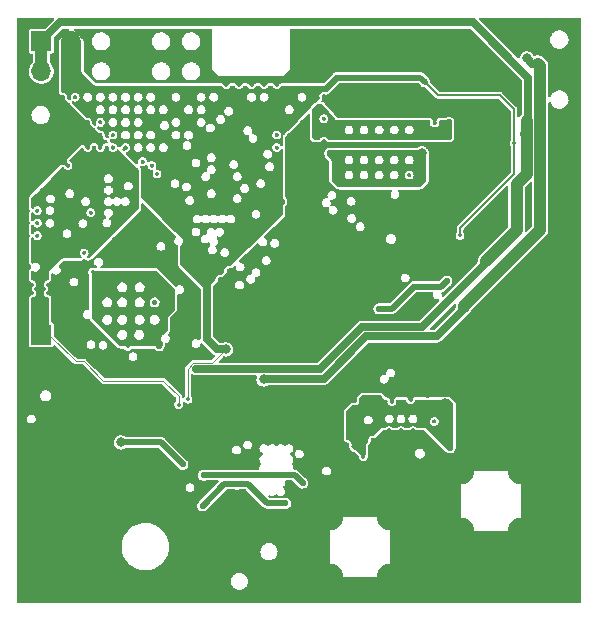
<source format=gbr>
%TF.GenerationSoftware,KiCad,Pcbnew,(6.0.4)*%
%TF.CreationDate,2023-05-30T00:17:29+09:00*%
%TF.ProjectId,RFB,5246422e-6b69-4636-9164-5f7063625858,rev?*%
%TF.SameCoordinates,Original*%
%TF.FileFunction,Copper,L4,Inr*%
%TF.FilePolarity,Positive*%
%FSLAX46Y46*%
G04 Gerber Fmt 4.6, Leading zero omitted, Abs format (unit mm)*
G04 Created by KiCad (PCBNEW (6.0.4)) date 2023-05-30 00:17:29*
%MOMM*%
%LPD*%
G01*
G04 APERTURE LIST*
%TA.AperFunction,ComponentPad*%
%ADD10O,1.700000X1.700000*%
%TD*%
%TA.AperFunction,ComponentPad*%
%ADD11R,1.700000X1.700000*%
%TD*%
%TA.AperFunction,ComponentPad*%
%ADD12C,2.250000*%
%TD*%
%TA.AperFunction,ComponentPad*%
%ADD13C,2.600000*%
%TD*%
%TA.AperFunction,ComponentPad*%
%ADD14C,0.500000*%
%TD*%
%TA.AperFunction,ComponentPad*%
%ADD15C,1.620000*%
%TD*%
%TA.AperFunction,ViaPad*%
%ADD16C,0.350000*%
%TD*%
%TA.AperFunction,ViaPad*%
%ADD17C,0.800000*%
%TD*%
%TA.AperFunction,ViaPad*%
%ADD18C,0.550000*%
%TD*%
%TA.AperFunction,Conductor*%
%ADD19C,0.500000*%
%TD*%
%TA.AperFunction,Conductor*%
%ADD20C,0.160000*%
%TD*%
%TA.AperFunction,Conductor*%
%ADD21C,0.090000*%
%TD*%
%TA.AperFunction,Conductor*%
%ADD22C,0.670000*%
%TD*%
%TA.AperFunction,Conductor*%
%ADD23C,1.000000*%
%TD*%
G04 APERTURE END LIST*
D10*
%TO.N,GND*%
%TO.C,J7*%
X42748200Y-60909200D03*
X42748200Y-58369200D03*
%TO.N,VCC*%
X37668200Y-60909200D03*
X37668200Y-58369200D03*
%TO.N,/3V8*%
X35128200Y-60909200D03*
D11*
X35128200Y-58369200D03*
%TD*%
D12*
%TO.N,GND*%
%TO.C,J1*%
X70637400Y-99822000D03*
X75717400Y-94742000D03*
X75717400Y-99822000D03*
X70637400Y-94742000D03*
%TD*%
D13*
%TO.N,GND*%
%TO.C,H1*%
X78663800Y-103759000D03*
%TD*%
D10*
%TO.N,GND*%
%TO.C,J9*%
X35128200Y-85770800D03*
D11*
%TO.N,/3V3D*%
X35128200Y-83230800D03*
%TD*%
D13*
%TO.N,GND*%
%TO.C,H2*%
X73329800Y-61290200D03*
%TD*%
D14*
%TO.N,GND*%
%TO.C,U8*%
X66594100Y-92342400D03*
X64594100Y-91342400D03*
X65594100Y-91342400D03*
X66594100Y-91342400D03*
X64594100Y-92342400D03*
X65594100Y-92342400D03*
%TD*%
%TO.N,GND*%
%TO.C,U3*%
X63728600Y-80146400D03*
X62728600Y-78146400D03*
X64728600Y-78146400D03*
X63728600Y-79146400D03*
X64728600Y-80146400D03*
X62728600Y-79146400D03*
X64728600Y-79146400D03*
X62728600Y-80146400D03*
X63728600Y-78146400D03*
%TD*%
D10*
%TO.N,GND*%
%TO.C,J6*%
X78994000Y-60756800D03*
%TD*%
D12*
%TO.N,GND*%
%TO.C,J3*%
X41402000Y-98605400D03*
X46482000Y-103685400D03*
X46482000Y-98605400D03*
X41402000Y-103685400D03*
%TD*%
D15*
%TO.N,GND*%
%TO.C,RV1*%
X49406800Y-101574600D03*
%TD*%
D14*
%TO.N,GND*%
%TO.C,IC3*%
X63736200Y-67142900D03*
X61186200Y-67142900D03*
X65011200Y-64592900D03*
X66286200Y-67142900D03*
X63736200Y-64592900D03*
X61186200Y-64592900D03*
X62461200Y-67142900D03*
X66286200Y-64592900D03*
X62461200Y-64592900D03*
X65011200Y-67142900D03*
%TD*%
D13*
%TO.N,GND*%
%TO.C,H3*%
X35306000Y-103733600D03*
%TD*%
D12*
%TO.N,GND*%
%TO.C,J2*%
X64617600Y-98602800D03*
X59537600Y-98602800D03*
X59537600Y-103682800D03*
X64617600Y-103682800D03*
%TD*%
D16*
%TO.N,GND*%
X40132000Y-90830400D03*
X42799000Y-94488000D03*
X43535601Y-94488000D03*
X45085000Y-94488000D03*
X44348400Y-94488000D03*
X42265600Y-67360800D03*
X36931600Y-67360800D03*
X37998400Y-63093600D03*
X40132001Y-65227200D03*
X60401200Y-95097600D03*
X60401200Y-96164400D03*
X60325000Y-97155000D03*
X59334400Y-96240600D03*
X58267600Y-104698800D03*
X65735200Y-104698800D03*
X63017400Y-86044989D03*
X62011611Y-85039200D03*
X63503174Y-86552989D03*
X62514506Y-85542095D03*
X56134000Y-69494400D03*
X65582800Y-72694800D03*
X36931600Y-104698801D03*
X36931600Y-105765600D03*
X33731200Y-101498400D03*
X34798000Y-101498400D03*
X35864800Y-101498400D03*
X36931600Y-101498400D03*
X37998400Y-101498400D03*
X36931600Y-64160400D03*
X35864800Y-68427600D03*
X35864800Y-63093600D03*
X36931599Y-63093600D03*
X39065200Y-66294000D03*
X39065200Y-65227200D03*
X39065201Y-67360800D03*
X37998400Y-67360800D03*
X45085000Y-93040200D03*
X45085000Y-93751400D03*
X44348400Y-93751400D03*
X44348400Y-93040200D03*
X42799000Y-93751400D03*
X43535600Y-93751400D03*
X43535600Y-93040200D03*
X50800000Y-102565200D03*
X71069200Y-69494400D03*
X41198800Y-67360800D03*
%TO.N,VCC*%
X44551600Y-65455800D03*
%TO.N,GND*%
X70591706Y-83088506D03*
X45796200Y-85064600D03*
X47294800Y-84480400D03*
D17*
%TO.N,/6V*%
X53949600Y-86995000D03*
D16*
%TO.N,GND*%
X50800000Y-62026800D03*
X60198000Y-73406000D03*
X58775600Y-73406000D03*
X59486800Y-73406000D03*
X55067200Y-66293999D03*
X55067200Y-67360800D03*
X43713400Y-68554600D03*
X40131999Y-66294000D03*
X40132000Y-67360801D03*
X41198801Y-66294000D03*
X34797999Y-63093600D03*
X34798001Y-67360800D03*
X60985400Y-97612200D03*
X69265800Y-98298000D03*
X65354200Y-93929199D03*
X65354200Y-96062800D03*
X65354200Y-94640400D03*
X65354200Y-95351600D03*
X66040000Y-96748600D03*
X67056000Y-97764600D03*
X66548000Y-97256600D03*
X64846200Y-96621600D03*
X64333094Y-97134706D03*
X68300600Y-94472811D03*
X69316600Y-95478600D03*
X67792600Y-93980000D03*
X68808600Y-94975706D03*
X62549989Y-94396611D03*
X61544200Y-95402400D03*
X63220600Y-93802200D03*
X62047094Y-94899506D03*
D18*
X62153800Y-97053400D03*
X63033865Y-97933465D03*
X61273735Y-96173335D03*
X68707000Y-97129600D03*
X67826935Y-98009665D03*
X69587065Y-96249535D03*
D16*
X66801999Y-99542600D03*
X67868800Y-99542600D03*
X68935601Y-99542600D03*
X66801999Y-100609400D03*
X67868800Y-100609400D03*
X68935601Y-100609400D03*
X77470000Y-94030800D03*
X77470000Y-95097600D03*
X77470000Y-96164401D03*
X77470000Y-98298000D03*
X77470000Y-99364801D03*
X78536800Y-101498401D03*
X78536800Y-100431600D03*
X78536800Y-95097600D03*
X78536800Y-96164400D03*
X79603600Y-94030800D03*
X79603600Y-95097600D03*
X79603600Y-96164400D03*
X78536800Y-94030799D03*
X70002400Y-101498400D03*
X68935599Y-101498400D03*
X66801999Y-101498400D03*
X67868799Y-101498400D03*
X71069199Y-101498400D03*
X70002400Y-102565200D03*
X68935599Y-102565200D03*
X66801999Y-102565200D03*
X67868799Y-102565200D03*
X71069199Y-102565200D03*
X70002400Y-103632000D03*
X68935599Y-103632000D03*
X66801999Y-103632000D03*
X67868799Y-103632000D03*
X71069199Y-103632000D03*
X70002400Y-104698800D03*
X68935599Y-104698800D03*
X66801999Y-104698800D03*
X67868799Y-104698800D03*
X71069199Y-104698800D03*
X75336400Y-101498400D03*
X74269599Y-101498400D03*
X72135999Y-101498400D03*
X73202799Y-101498400D03*
X76403199Y-101498400D03*
X75336400Y-102565200D03*
X74269599Y-102565200D03*
X72135999Y-102565200D03*
X73202799Y-102565200D03*
X76403199Y-102565200D03*
X75336400Y-103632000D03*
X74269599Y-103632000D03*
X72135999Y-103632000D03*
X73202799Y-103632000D03*
X76403199Y-103632000D03*
X75336400Y-104698800D03*
X74269599Y-104698800D03*
X72135999Y-104698800D03*
X73202799Y-104698800D03*
X76403199Y-104698800D03*
X73888600Y-94564200D03*
X74244200Y-93954600D03*
X72466200Y-94564200D03*
X72821800Y-93954600D03*
X73533000Y-93954600D03*
X72110600Y-93954600D03*
X73177400Y-94564200D03*
X75895200Y-97967800D03*
X76504800Y-98323400D03*
X75895200Y-96545400D03*
X76504800Y-96901000D03*
X76504800Y-97612200D03*
X76504800Y-96189800D03*
X75895200Y-97256600D03*
X72466200Y-99999800D03*
X72110600Y-100609400D03*
X73888600Y-99999800D03*
X73533000Y-100609400D03*
X72821800Y-100609400D03*
X74244200Y-100609400D03*
X73177400Y-99999800D03*
X61366400Y-103860600D03*
X61010800Y-104470200D03*
X62788800Y-103860600D03*
X62433200Y-104470200D03*
X61722000Y-104470200D03*
X63144400Y-104470200D03*
X62077600Y-103860600D03*
X59359800Y-100431600D03*
X58750200Y-100076000D03*
X59359800Y-101854000D03*
X58750200Y-101498400D03*
X58750200Y-100787200D03*
X58750200Y-102209600D03*
X59359800Y-101142800D03*
X64795400Y-101854000D03*
X65405000Y-102209600D03*
X64795400Y-100431600D03*
X65405000Y-100787200D03*
X65405000Y-101498400D03*
X65405000Y-100076000D03*
X64795400Y-101142800D03*
X74269601Y-105765600D03*
X73202800Y-105765600D03*
X68935600Y-105765600D03*
X70002400Y-105765600D03*
X72136000Y-105765600D03*
X71069200Y-105765600D03*
X74269600Y-84429600D03*
X57200800Y-69494400D03*
X60401200Y-58826400D03*
X60553600Y-90170000D03*
X43332400Y-105765600D03*
X45135800Y-96926400D03*
X59918600Y-93548200D03*
X73075800Y-69138800D03*
X56134000Y-101498400D03*
X57480200Y-74498200D03*
X79603600Y-75895200D03*
X50038000Y-88722200D03*
X67055999Y-57759600D03*
X49225200Y-89890600D03*
X74549000Y-65684400D03*
X77470000Y-56692800D03*
X68259883Y-75402517D03*
X49733201Y-105765600D03*
X76403200Y-82296000D03*
X43992800Y-72593200D03*
X58785683Y-79263317D03*
X43434000Y-96012000D03*
X78536800Y-97231199D03*
X36931600Y-102565201D03*
X34303000Y-89052400D03*
X72847200Y-64846200D03*
X71394295Y-75265306D03*
X66217800Y-85445600D03*
X61391800Y-85674200D03*
X80670400Y-88696800D03*
X71069200Y-72694800D03*
X39065200Y-104698800D03*
X38049200Y-86029800D03*
X71780400Y-64211200D03*
X42443400Y-88392000D03*
X71424800Y-64846200D03*
X79603600Y-88696800D03*
X47599600Y-105765600D03*
X75336400Y-91897199D03*
X80670401Y-81229200D03*
X40741600Y-86487000D03*
X46736000Y-86233000D03*
X58176083Y-92008883D03*
X43053000Y-88747600D03*
X77470001Y-87630000D03*
X36042600Y-92430600D03*
X66395600Y-87985600D03*
X68173600Y-59639200D03*
X77470000Y-92964000D03*
X61290200Y-74498200D03*
X63728600Y-84048600D03*
X68173600Y-77927200D03*
X76403200Y-90830400D03*
X67843400Y-88392000D03*
X33731200Y-67360800D03*
X57200800Y-78028800D03*
X48255614Y-88322986D03*
X67056000Y-59893200D03*
X66969589Y-75118011D03*
X60370694Y-75001094D03*
X37998401Y-65227200D03*
X43230800Y-103860600D03*
X74269600Y-81229200D03*
X50038000Y-88011000D03*
X78536800Y-75895200D03*
X51282600Y-82143600D03*
X37998400Y-87909400D03*
X39217600Y-98806000D03*
X67756989Y-75905411D03*
X79603600Y-67360800D03*
X39217600Y-99517200D03*
X74269600Y-79095600D03*
X62306200Y-72390000D03*
X60452000Y-63042800D03*
X80670400Y-85496400D03*
X67005200Y-63042800D03*
X59283600Y-59639200D03*
X33731200Y-65227200D03*
X34315400Y-79679800D03*
X39217600Y-100228400D03*
X47726600Y-83261200D03*
X33502600Y-99517200D03*
X69646800Y-71577201D03*
X41097200Y-85877400D03*
X80670400Y-90830400D03*
X78536800Y-81229200D03*
X66471800Y-77571600D03*
X67843400Y-86969600D03*
X72136000Y-74828400D03*
X71069200Y-92964001D03*
X36931600Y-65227200D03*
X77470000Y-82295999D03*
X37058600Y-98094800D03*
X72135999Y-83362800D03*
X80670400Y-60959999D03*
X47015400Y-82143600D03*
X40132000Y-104698800D03*
X78536800Y-79095600D03*
X46990000Y-87960200D03*
X78536800Y-76962000D03*
X50520600Y-90398600D03*
X58191400Y-74498200D03*
X70901483Y-77784883D03*
X34213800Y-93827600D03*
X45440600Y-89103200D03*
X73939400Y-66040000D03*
X74269600Y-92964000D03*
X60401200Y-59893201D03*
X34925000Y-95250000D03*
X48666400Y-102565200D03*
X79603601Y-87630000D03*
X46050200Y-89458800D03*
X80670400Y-105765600D03*
X42570400Y-97612200D03*
X76403199Y-56692800D03*
X75336400Y-56692800D03*
X51866800Y-90830400D03*
X73863200Y-86791800D03*
X52933599Y-101498400D03*
X69265672Y-74396728D03*
X78536800Y-88696800D03*
X74269600Y-56692800D03*
X80670400Y-79095600D03*
X44500800Y-68884800D03*
X63728600Y-81838800D03*
X67472483Y-74615117D03*
X37998400Y-105765600D03*
X73939400Y-65328800D03*
X59334400Y-105765600D03*
X73837800Y-67589400D03*
X37439600Y-86385400D03*
X34925000Y-99517200D03*
X42875200Y-104470200D03*
X69646800Y-70154800D03*
X51993801Y-82143600D03*
X36347400Y-100228400D03*
X58267600Y-78028800D03*
X56921400Y-73406000D03*
X71069200Y-62026801D03*
X33604200Y-81813401D03*
X33731200Y-87884000D03*
X58267600Y-105765600D03*
X57200800Y-101498400D03*
X73202800Y-64211200D03*
X72598177Y-85094977D03*
X34213800Y-97383600D03*
X79603600Y-86563200D03*
X33502600Y-95250000D03*
X43383200Y-91694000D03*
X51866800Y-89077800D03*
X34925000Y-94538800D03*
X41224200Y-89103200D03*
X57200800Y-104698800D03*
X57170294Y-91003094D03*
X46228000Y-75819000D03*
X38481000Y-94538800D03*
X39217600Y-97383600D03*
X46659800Y-101142800D03*
X68478272Y-73609328D03*
X79603600Y-92964000D03*
X55194200Y-83870800D03*
X73106306Y-85603106D03*
X80670400Y-104698800D03*
X40614600Y-100787200D03*
X58267599Y-76962000D03*
X80670400Y-70561200D03*
X44831000Y-90170000D03*
X36042600Y-91008200D03*
X71069200Y-57759599D03*
X61264800Y-93700600D03*
X46304200Y-82143600D03*
X53060600Y-83870800D03*
X69596000Y-61061600D03*
X73863200Y-90347800D03*
X55194200Y-76809600D03*
X35636200Y-100228400D03*
X64617600Y-73456800D03*
X57200800Y-66294000D03*
X34925000Y-100228400D03*
X58267600Y-94030800D03*
X73329800Y-67106800D03*
X54838600Y-83261200D03*
X75336400Y-85496399D03*
X60883800Y-86182200D03*
X56210200Y-73406000D03*
X69646800Y-72288400D03*
X56972200Y-84683600D03*
X54000401Y-81229200D03*
X74269601Y-85496400D03*
X37769800Y-95961200D03*
X75336400Y-81229199D03*
X57200800Y-102565200D03*
X34798001Y-69494400D03*
X52933600Y-80162400D03*
X41224200Y-101142800D03*
X76403200Y-89763600D03*
X80670400Y-91897200D03*
X77470000Y-97231200D03*
X35737799Y-79679800D03*
X58267600Y-95097599D03*
X79603600Y-73761600D03*
X43942000Y-103860600D03*
X47599600Y-104698801D03*
X46558200Y-96926400D03*
X51003200Y-98221800D03*
X47472600Y-96875600D03*
X77470000Y-83362800D03*
X55549800Y-83261200D03*
X80670400Y-99364800D03*
X51866800Y-105765600D03*
X56134000Y-105765600D03*
X76403200Y-91897200D03*
X37058600Y-99517200D03*
X33731200Y-69494400D03*
X60198000Y-79222600D03*
X79603600Y-72694799D03*
X36550601Y-80797400D03*
X52933600Y-105765600D03*
X71592389Y-84089189D03*
X44399200Y-96723200D03*
X58267600Y-97231199D03*
X75336400Y-92964000D03*
X69392800Y-76276200D03*
X33731200Y-105765600D03*
X48514000Y-89890600D03*
X65963800Y-76123800D03*
X77470000Y-88696800D03*
X69895694Y-75773306D03*
X79603600Y-71628000D03*
X38074600Y-84099400D03*
X76403200Y-85496400D03*
X51003200Y-77774800D03*
X71069200Y-64211200D03*
X33604200Y-79679800D03*
X35636200Y-94538800D03*
X33502600Y-98806000D03*
X59055000Y-66827400D03*
X33604200Y-77901800D03*
X57277000Y-80772000D03*
X79603601Y-76962000D03*
X51714400Y-96799400D03*
X58267600Y-96164400D03*
X65735200Y-105765600D03*
X34925000Y-98094800D03*
X41452800Y-95326200D03*
X48437800Y-82143600D03*
X49428400Y-88366600D03*
X68173600Y-58216801D03*
X57200800Y-68427600D03*
X42265600Y-105765600D03*
X40132000Y-87909400D03*
X59334400Y-76962000D03*
X77470000Y-84429600D03*
X34925000Y-98806000D03*
X70205600Y-88341200D03*
X36347400Y-96672401D03*
X52349400Y-87757000D03*
X51257200Y-88722200D03*
X66395600Y-88696800D03*
X66548000Y-87122000D03*
X75336400Y-88696800D03*
X75336400Y-87629999D03*
X52425600Y-97510600D03*
X75336400Y-80162400D03*
X74549000Y-64973200D03*
X79603600Y-98298000D03*
X63632234Y-85120634D03*
X39065200Y-90830400D03*
X76403200Y-83362801D03*
X65716710Y-84946006D03*
X34798000Y-72694800D03*
X74269600Y-72694800D03*
X56133999Y-102565200D03*
X36804600Y-82880201D03*
X46939200Y-80289400D03*
X56667400Y-90500200D03*
X36042600Y-90297000D03*
X56972200Y-83972400D03*
X34925000Y-93827600D03*
X63423800Y-87249000D03*
X50647600Y-89077800D03*
X48666400Y-105765600D03*
X40132000Y-105765600D03*
X55549800Y-82143600D03*
X73202800Y-82296000D03*
X67970400Y-92125800D03*
X45847000Y-96926400D03*
X37058600Y-93827600D03*
X59131200Y-68580000D03*
X57200800Y-65227200D03*
X71089494Y-83586294D03*
X73456800Y-90957400D03*
X44653200Y-103860600D03*
X46050200Y-90170000D03*
X57632600Y-71958200D03*
X59283600Y-58216800D03*
X50571400Y-82143600D03*
X36449000Y-78968600D03*
X79603600Y-99364800D03*
X55067200Y-80162400D03*
X45440600Y-89814400D03*
X76403200Y-71628000D03*
X74269600Y-82296000D03*
X36347400Y-99517200D03*
X68529200Y-72186800D03*
X39217600Y-94538800D03*
X37769800Y-81711800D03*
X79603600Y-69494400D03*
X37769800Y-98806000D03*
X34925000Y-97383600D03*
X79603600Y-84429600D03*
X35737800Y-78968600D03*
X37058600Y-100228400D03*
X65212011Y-84439811D03*
X34213800Y-98094800D03*
X54127401Y-82143600D03*
X80670400Y-94030800D03*
X80670400Y-69494399D03*
X61569600Y-72618600D03*
X41325800Y-96926400D03*
X37439600Y-85674200D03*
X71948117Y-92466083D03*
X38481000Y-93827600D03*
X79603601Y-70561200D03*
X69895694Y-76779094D03*
X74269600Y-91897200D03*
X34925000Y-95961200D03*
X36347400Y-97383600D03*
X78536800Y-67360799D03*
X60690811Y-87792611D03*
X56134000Y-75895200D03*
X80670401Y-87630000D03*
X38481000Y-98094800D03*
X56261000Y-83261200D03*
X63195200Y-92125800D03*
X44831000Y-88036400D03*
X36804600Y-81813400D03*
X54000400Y-90830400D03*
X77470000Y-76961999D03*
X52933600Y-88696800D03*
X75336400Y-57759601D03*
X78536800Y-86563200D03*
X75336399Y-83362800D03*
X42875200Y-95326200D03*
X33731200Y-86817200D03*
X63855600Y-87833200D03*
X42037000Y-96926400D03*
X57673189Y-91505989D03*
X77470000Y-90830400D03*
X33731200Y-74828400D03*
X70891400Y-75768200D03*
X63728600Y-77216000D03*
X55067199Y-88696800D03*
X54000400Y-79095601D03*
X79603601Y-79095600D03*
X39217600Y-98094800D03*
X40360600Y-76428600D03*
X33731200Y-64160400D03*
X64465200Y-72593200D03*
X74447400Y-68656200D03*
X49860200Y-82143600D03*
X70002400Y-58826400D03*
X77470000Y-80162400D03*
X73202800Y-80162400D03*
X63129339Y-84617739D03*
X80670400Y-96164400D03*
X57200800Y-105765600D03*
X76403200Y-76962000D03*
X56134000Y-80162400D03*
X73863200Y-87503000D03*
X57200800Y-75895200D03*
X33693400Y-88696800D03*
X39065200Y-101498400D03*
X73609200Y-86106000D03*
X59334400Y-78028800D03*
X56134000Y-84429600D03*
X57200800Y-58826400D03*
X72136000Y-64846200D03*
X79603600Y-78028800D03*
X67843400Y-86258399D03*
X36347400Y-94538800D03*
X72136000Y-58826400D03*
X41275000Y-75158600D03*
X69596000Y-58216800D03*
X56134000Y-67360800D03*
X41224200Y-88392000D03*
X73863200Y-89636599D03*
X64439800Y-84302600D03*
X41198800Y-105765600D03*
X57200800Y-100431600D03*
X57099200Y-97510600D03*
X78536800Y-89763600D03*
X76403200Y-81229199D03*
X44297600Y-95326200D03*
X46050200Y-88747600D03*
X37769800Y-98094800D03*
X47269400Y-101498400D03*
X67254094Y-76408306D03*
X67818000Y-77317600D03*
X36576000Y-89103200D03*
X79603600Y-83362801D03*
X38760400Y-76276200D03*
X64363600Y-88341200D03*
X64465200Y-71882000D03*
X74447400Y-67945000D03*
X54000400Y-103632000D03*
X36804600Y-86080601D03*
X47726600Y-82143600D03*
X54127400Y-84480400D03*
X73202799Y-83362800D03*
X48260000Y-93954600D03*
X80670400Y-56692800D03*
X69646800Y-73710800D03*
X73202799Y-81229200D03*
X55067200Y-104698800D03*
X69596000Y-59639200D03*
X78536800Y-71628000D03*
X76403200Y-79095600D03*
X36347400Y-95250000D03*
X75336400Y-86563201D03*
X75336399Y-79095600D03*
X70002400Y-69367400D03*
X80670400Y-83362800D03*
X49428400Y-89077800D03*
X46304200Y-83261200D03*
X35636200Y-97383600D03*
X46400694Y-91292706D03*
X39065200Y-92964000D03*
X60909200Y-79222600D03*
X37769800Y-100228400D03*
X71780400Y-63500000D03*
X80670400Y-97231200D03*
X76403200Y-72694800D03*
X67564001Y-72694800D03*
X56972200Y-85394800D03*
X67462400Y-77927200D03*
X60401200Y-57759600D03*
X57200800Y-98298000D03*
X67716400Y-84048600D03*
X51866800Y-80162400D03*
X33502600Y-94538800D03*
X43281600Y-97612200D03*
X49758600Y-92583000D03*
X80670400Y-101498400D03*
X77470000Y-86563200D03*
X41452800Y-86487000D03*
X37261800Y-80797400D03*
X66751200Y-78359000D03*
X46659800Y-100431600D03*
X80670400Y-76962000D03*
X60452000Y-62331600D03*
X80670400Y-100431600D03*
X35636200Y-95250000D03*
X67005200Y-63754000D03*
X45466000Y-105765600D03*
X57200800Y-99364800D03*
X60711106Y-76916306D03*
X42799000Y-93040200D03*
X46837600Y-85521800D03*
X38481000Y-99517200D03*
X36347400Y-98094800D03*
X33731200Y-75895201D03*
X50647600Y-94157800D03*
X47269400Y-100787200D03*
X48260000Y-79197200D03*
X62204600Y-74777600D03*
X54000400Y-88696800D03*
X44297600Y-104470200D03*
X60680600Y-72796400D03*
X34213800Y-98806000D03*
X36347400Y-98806000D03*
X80670401Y-98298000D03*
X45008800Y-95326200D03*
X50800000Y-105765600D03*
X73863200Y-88925400D03*
X51023494Y-90901494D03*
X51866799Y-62026800D03*
X50248858Y-78529142D03*
X56591200Y-89077800D03*
X52933600Y-102565200D03*
X37058600Y-95250000D03*
X67868800Y-105765600D03*
X52425600Y-98221800D03*
X37058600Y-95961200D03*
X51003200Y-97510600D03*
X72451011Y-91963189D03*
X33693400Y-89408000D03*
X80665228Y-102563584D03*
X60208211Y-76413411D03*
X49733200Y-104698800D03*
X37769800Y-93827600D03*
X71069199Y-70561200D03*
X39065200Y-103632000D03*
X77470000Y-91897199D03*
X38481000Y-95250000D03*
X34213800Y-99517200D03*
X38074600Y-84810600D03*
X79603600Y-90830400D03*
X59055000Y-63020000D03*
X79603600Y-91897201D03*
X78536800Y-83362800D03*
X72364600Y-70358000D03*
X79603600Y-105765600D03*
X75336400Y-78028800D03*
X55067200Y-90830400D03*
X33502600Y-96672401D03*
X43053000Y-89458800D03*
X35636200Y-98094800D03*
X73202800Y-73761600D03*
X50571400Y-83261200D03*
X68173600Y-76708000D03*
X58795894Y-75001094D03*
X77470000Y-105765600D03*
X37058600Y-94538800D03*
X56591200Y-88366600D03*
X41224200Y-100431600D03*
X57200799Y-94030800D03*
X78536800Y-82296000D03*
X66979800Y-60785000D03*
X33731200Y-68427600D03*
X67975377Y-74112223D03*
X33502600Y-100228400D03*
X56134000Y-66294000D03*
X74269601Y-83362800D03*
X38481000Y-100228400D03*
X52705000Y-82143600D03*
X73202801Y-74828400D03*
X78536800Y-99364800D03*
X80670400Y-67360799D03*
X49733200Y-103632000D03*
X57200800Y-76962000D03*
X47802800Y-89890600D03*
X55067200Y-81229200D03*
X42164000Y-95326200D03*
X48768000Y-85191600D03*
X80670401Y-71628000D03*
X60477400Y-60782200D03*
X33731200Y-84683599D03*
X42037000Y-96215200D03*
X47269400Y-102209600D03*
X52933601Y-90830400D03*
X61468000Y-105765600D03*
X49758600Y-93294200D03*
X59486800Y-79222600D03*
X46659800Y-101854000D03*
X78536800Y-91897200D03*
X75336400Y-90830400D03*
X38481000Y-95961200D03*
X48666400Y-99364800D03*
X33731200Y-63093600D03*
X74549000Y-66395600D03*
X79603601Y-89763600D03*
X79603600Y-85496399D03*
X73202800Y-92964000D03*
X72491600Y-64211200D03*
X76403199Y-78028800D03*
X57937400Y-69596000D03*
X51282600Y-83261200D03*
X42748200Y-96215200D03*
X71069200Y-59893200D03*
X56972199Y-82143600D03*
X56591200Y-89789000D03*
X57861200Y-58216800D03*
X68762777Y-74899623D03*
X37769800Y-96672400D03*
X61620400Y-79222600D03*
X63844600Y-93319600D03*
X79603601Y-81229200D03*
X78536800Y-69494400D03*
X75336400Y-62026800D03*
X73837800Y-68300600D03*
X68402200Y-63347600D03*
X36042600Y-91719400D03*
X36931600Y-66294000D03*
X80670400Y-92964000D03*
X66045106Y-86619106D03*
X59705317Y-75910517D03*
X37261801Y-80086200D03*
X34213800Y-95961200D03*
X78536800Y-90830400D03*
X60375800Y-86766400D03*
X41452800Y-84582000D03*
X80670400Y-66294000D03*
X54838600Y-82143600D03*
X54000400Y-104698801D03*
X58267600Y-75895200D03*
X53263800Y-93751400D03*
X52933600Y-89763600D03*
X39217600Y-95961200D03*
X45897800Y-91795600D03*
X77470001Y-79095600D03*
X35636200Y-96672400D03*
X37769800Y-97383600D03*
X66751200Y-76911200D03*
X43053000Y-90170000D03*
X49047400Y-92583000D03*
X56769000Y-74498200D03*
X80670400Y-82296000D03*
X51714400Y-97510600D03*
X45008800Y-104470200D03*
X41224200Y-101854000D03*
X73939400Y-66751200D03*
X56134000Y-104698801D03*
X38481000Y-97383600D03*
X53771800Y-83870800D03*
X56134000Y-76962001D03*
X54483000Y-83870800D03*
X72720200Y-69748400D03*
X71729600Y-81864200D03*
X55067200Y-105765600D03*
X80670400Y-63093599D03*
X56133999Y-68427600D03*
X80670400Y-95097600D03*
X76403200Y-87630000D03*
X50800000Y-81229200D03*
X44831000Y-90881200D03*
X37998399Y-92964000D03*
X37769800Y-95250000D03*
X36804600Y-85013801D03*
X75641200Y-63296800D03*
X78536800Y-92964000D03*
X51257200Y-89433400D03*
X43764200Y-74498200D03*
X47447200Y-85166200D03*
X57200800Y-67360800D03*
X66732710Y-85962006D03*
X50647600Y-93040200D03*
X34798000Y-74828401D03*
X33731200Y-71628000D03*
X59867800Y-74498200D03*
X70002400Y-62026800D03*
X34925000Y-96672400D03*
X75336400Y-82296000D03*
X73431400Y-69748400D03*
X78536800Y-98298000D03*
X79603600Y-74828399D03*
X45796200Y-85775800D03*
X38481000Y-96672400D03*
X41833800Y-89458800D03*
X47015400Y-83261200D03*
X55346600Y-74498200D03*
X45135800Y-96215200D03*
X72491600Y-63500000D03*
X78536800Y-80162400D03*
X51003200Y-96799400D03*
X34798000Y-68427600D03*
X56591200Y-87655400D03*
X60198000Y-88366600D03*
X73202800Y-84429600D03*
X76403200Y-105765600D03*
X69418200Y-81534000D03*
X79603600Y-80162400D03*
X38481000Y-98806000D03*
X61193706Y-88295506D03*
X74269600Y-80162400D03*
X80670400Y-89763600D03*
X80670400Y-58826400D03*
X33502600Y-95961200D03*
X35636200Y-98806000D03*
X52933600Y-81229200D03*
X41833800Y-88747600D03*
X70398589Y-76276200D03*
X56134000Y-103632000D03*
X52349400Y-83870800D03*
X53060600Y-94462600D03*
X45440600Y-90525600D03*
X79603600Y-97231200D03*
X54000400Y-62026800D03*
X78536800Y-68427600D03*
X35636200Y-93827600D03*
X54127400Y-83261200D03*
X39065199Y-87909400D03*
X59893200Y-92506800D03*
X44831000Y-88747600D03*
X57632600Y-70256400D03*
X44450000Y-96012000D03*
X78536800Y-85496400D03*
X61696600Y-88798400D03*
X70713600Y-64846200D03*
X77470000Y-85496401D03*
X76403200Y-92964000D03*
X53416200Y-84480400D03*
X80670400Y-103632000D03*
X48666400Y-103632000D03*
X64114706Y-73959694D03*
X76403200Y-84429600D03*
X76403200Y-88696800D03*
X65542211Y-86116211D03*
X61264800Y-75895200D03*
X40386000Y-85877400D03*
X56131601Y-99364451D03*
X39217600Y-96672400D03*
X77470000Y-75895200D03*
X52425600Y-96799400D03*
X39217600Y-93827600D03*
X78536800Y-70561200D03*
X68300600Y-70091856D03*
X80670400Y-73761600D03*
X73939400Y-63906400D03*
X42443400Y-89814400D03*
X75336400Y-84429599D03*
X45796200Y-86487000D03*
X33731200Y-66294000D03*
X33731200Y-70561200D03*
X46532800Y-105765600D03*
X42443400Y-89103200D03*
X41833800Y-88036400D03*
X74447400Y-67233800D03*
X60452000Y-63754000D03*
X33731200Y-73761600D03*
X70398589Y-77281989D03*
X76403200Y-73761600D03*
X68427600Y-65278000D03*
X78536800Y-73761599D03*
X56133999Y-100431600D03*
X34213800Y-94538800D03*
X36652200Y-91363800D03*
X72136000Y-73761600D03*
X73863200Y-88214200D03*
X70205600Y-87630000D03*
X44831000Y-89458800D03*
X80670400Y-74828400D03*
X34798000Y-66294000D03*
X43053000Y-88036400D03*
X80670400Y-86563200D03*
X55067200Y-62026800D03*
X73075800Y-70358000D03*
X53416200Y-83261200D03*
X37998401Y-66294000D03*
X78536800Y-74828400D03*
X80670400Y-62026800D03*
X39217600Y-95250000D03*
X60985400Y-77571600D03*
X33502600Y-93827600D03*
X37998400Y-104698801D03*
X48666400Y-104698800D03*
X64668400Y-105765600D03*
X70891400Y-82092800D03*
X78536800Y-105765600D03*
X43586400Y-95326200D03*
X58216800Y-92735400D03*
X64236600Y-75844400D03*
X53416201Y-82143600D03*
X68173600Y-61061600D03*
X79603600Y-68427599D03*
X37058600Y-97383600D03*
X42164000Y-86487000D03*
X50799999Y-101498400D03*
X43484800Y-96723200D03*
X64820800Y-88874600D03*
X49403000Y-87655400D03*
X39065200Y-91897201D03*
X80670400Y-80162400D03*
X67005200Y-62331600D03*
X55067200Y-87655400D03*
X48666399Y-100431600D03*
X62809094Y-71887106D03*
X72953906Y-91460294D03*
X58750200Y-70434200D03*
X80670400Y-57759600D03*
X59283600Y-61061600D03*
X62814200Y-74320400D03*
X80670400Y-65227199D03*
X67055999Y-58826400D03*
X49047400Y-93294200D03*
X33604200Y-80746600D03*
X33502600Y-98094800D03*
X44932600Y-69596000D03*
X36931600Y-88112600D03*
X52704999Y-83261200D03*
X56134001Y-81229200D03*
X50017706Y-89895706D03*
X33604201Y-78968600D03*
X80670400Y-75895200D03*
X51993800Y-83261200D03*
X71069200Y-71628000D03*
X69646800Y-72999600D03*
X37058600Y-98806000D03*
X57200800Y-79095600D03*
X33502600Y-97383600D03*
X35636200Y-99517200D03*
X54635400Y-74498200D03*
X61767694Y-76398094D03*
X78536800Y-72694800D03*
X71729600Y-82575400D03*
X45313600Y-97612200D03*
X80670400Y-78028800D03*
X56134000Y-78028800D03*
X75336400Y-89763600D03*
X80670400Y-72694800D03*
X54000399Y-89763600D03*
X51714400Y-98221800D03*
X37769800Y-94538800D03*
X56057800Y-74498200D03*
X77470000Y-78028800D03*
X34798000Y-73761600D03*
X39065199Y-102565200D03*
X78536799Y-87630000D03*
X72136000Y-71628000D03*
X46558200Y-96215200D03*
X55067200Y-103632000D03*
X34213800Y-96672401D03*
X40767000Y-92049600D03*
X55067200Y-89763600D03*
X55067200Y-79095600D03*
X66466694Y-75620906D03*
X37769800Y-99517200D03*
X34315400Y-78968600D03*
X63881000Y-76504800D03*
X37998400Y-103632000D03*
X77470000Y-89763600D03*
X40614600Y-100076000D03*
X54000400Y-105765600D03*
X38684200Y-84455000D03*
X74269600Y-73761600D03*
X45440600Y-88392000D03*
X56261000Y-82143600D03*
X74549000Y-64262000D03*
X34213800Y-95250000D03*
X68529200Y-71475600D03*
X52933600Y-62026800D03*
X36652200Y-90652600D03*
X68935599Y-62026800D03*
X63195200Y-92837000D03*
X79603600Y-82296000D03*
X34213800Y-100228400D03*
X68529200Y-70764401D03*
X75336400Y-105765600D03*
X43586400Y-104470200D03*
X71404377Y-77281989D03*
X54838600Y-84480400D03*
X43053000Y-90881200D03*
X77470000Y-81229201D03*
X65303400Y-76403200D03*
X42748200Y-96926400D03*
X36652200Y-92075000D03*
X67843400Y-87680800D03*
X61036200Y-92506800D03*
X56972200Y-81432400D03*
X56972200Y-83261200D03*
X44500800Y-91668600D03*
X60985400Y-78282800D03*
X37388800Y-68884800D03*
X72364600Y-69138800D03*
X78536800Y-78028800D03*
X73202800Y-72694801D03*
X80670400Y-59893200D03*
X60401200Y-105765600D03*
X71069200Y-63500000D03*
X36652200Y-89941400D03*
X44602400Y-97612200D03*
X76403200Y-80162400D03*
D18*
X69672200Y-63601600D03*
D16*
X72095283Y-84592083D03*
X48437800Y-83261200D03*
X71069200Y-58826400D03*
X45847000Y-96215200D03*
X80670400Y-68427600D03*
X49860200Y-83261200D03*
X33731200Y-72694800D03*
X76403200Y-86563200D03*
X44399200Y-105765600D03*
X36347400Y-95961200D03*
X38404800Y-78003400D03*
X64947800Y-85725000D03*
X70901483Y-76779094D03*
X74269600Y-71628000D03*
X57632600Y-73406000D03*
X57861200Y-61061600D03*
X39065200Y-105765600D03*
X73939400Y-64617600D03*
X40614600Y-101498400D03*
X62534800Y-105765600D03*
X78536799Y-84429600D03*
X63601600Y-105765600D03*
X80670400Y-64160400D03*
X66802000Y-105765600D03*
X40614600Y-102209600D03*
X69164200Y-77216000D03*
X42697400Y-91516200D03*
X62479100Y-76396900D03*
X64135000Y-85623400D03*
X43053000Y-86487000D03*
X67564000Y-71628000D03*
X54000400Y-80162400D03*
X58282789Y-79766211D03*
X35864800Y-105765600D03*
X80670400Y-84429600D03*
X57861200Y-59639200D03*
X79603600Y-100431601D03*
X51866800Y-81229201D03*
X69646800Y-70866000D03*
X68402200Y-67157600D03*
X35636200Y-95961200D03*
X63611811Y-74462589D03*
X79603600Y-101498400D03*
X36347400Y-93827600D03*
X75641200Y-64109600D03*
X37058600Y-96672401D03*
X68529200Y-72898000D03*
X47269400Y-100076000D03*
X57200800Y-103632000D03*
X37998400Y-102565200D03*
%TO.N,/3V3D*%
X42087800Y-73558400D03*
D17*
X36068000Y-75514200D03*
D16*
X39649400Y-68148200D03*
X35179000Y-70993000D03*
X46761400Y-89128600D03*
X43027600Y-69240400D03*
D18*
X39624000Y-75184000D03*
X38100000Y-69596000D03*
D16*
X43078400Y-72415400D03*
%TO.N,/PLL_3V3A*%
X46278800Y-80975200D03*
X42468800Y-84201000D03*
D18*
X45135800Y-84201000D03*
D16*
X39878000Y-80441800D03*
X39471600Y-77927200D03*
X43484800Y-77952600D03*
X45694600Y-78892400D03*
D18*
%TO.N,/1V8D*%
X58750200Y-63982600D03*
X58369200Y-65862200D03*
X69672200Y-65176400D03*
D16*
%TO.N,/ADC_1V8A*%
X60147200Y-70002400D03*
D18*
X59563000Y-67868800D03*
D17*
X67335400Y-67843400D03*
D16*
X64496701Y-70479001D03*
X62986200Y-70457600D03*
X67487800Y-70053200D03*
%TO.N,/MIX_5VA*%
X62484000Y-88493600D03*
X62458600Y-89417200D03*
D17*
X69342000Y-88950800D03*
D16*
X62407800Y-93522800D03*
D18*
X69748400Y-92837000D03*
D16*
X61253100Y-89800700D03*
D18*
%TO.N,/IFF_3V3A*%
X63728600Y-81000600D03*
X69469000Y-78663800D03*
X66675000Y-79146400D03*
D17*
%TO.N,/3V8*%
X76200000Y-66192400D03*
D18*
X75819000Y-70002400D03*
X72771000Y-76936600D03*
X48234600Y-86106000D03*
D17*
X76225400Y-65100200D03*
D16*
%TO.N,VCC*%
X47548800Y-88671400D03*
D18*
X44942463Y-71831200D03*
X50952400Y-66370200D03*
D16*
X67614800Y-61823600D03*
X70586600Y-74803000D03*
D18*
X47269400Y-76225400D03*
X54813200Y-64211200D03*
X50165000Y-72288400D03*
D17*
X50774600Y-84455000D03*
D18*
X55499000Y-71932800D03*
D16*
X75158600Y-67005200D03*
D18*
X44069000Y-69926200D03*
%TO.N,/PA_5V*%
X47117000Y-94183200D03*
D17*
X41884600Y-92329000D03*
D18*
X57251600Y-95758000D03*
X48869600Y-95097600D03*
D17*
%TO.N,/6V*%
X76250800Y-59817000D03*
X77165200Y-60248800D03*
D18*
X70916800Y-80822800D03*
%TO.N,/PA2/PA_5VFREF*%
X48793400Y-97688400D03*
X51663600Y-95859600D03*
X55803800Y-97485200D03*
%TD*%
D19*
%TO.N,/PA_5V*%
X45262800Y-92329000D02*
X47117000Y-94183200D01*
X41884600Y-92329000D02*
X45262800Y-92329000D01*
%TO.N,/3V3D*%
X36068000Y-76962000D02*
X35052000Y-77978000D01*
X36068000Y-75514200D02*
X36068000Y-76962000D01*
X35052000Y-77978000D02*
X35052000Y-83154600D01*
%TO.N,/PA_5V*%
X57251600Y-95758000D02*
X56591200Y-95097600D01*
X56591200Y-95097600D02*
X48869600Y-95097600D01*
%TO.N,/IFF_3V3A*%
X64820800Y-81000600D02*
X66675000Y-79146400D01*
X63728600Y-81000600D02*
X64820800Y-81000600D01*
D20*
%TO.N,VCC*%
X73964800Y-62941200D02*
X75158600Y-64135000D01*
X75158600Y-64135000D02*
X75158600Y-67005200D01*
X68732400Y-62941200D02*
X73964800Y-62941200D01*
X67614800Y-61823600D02*
X68732400Y-62941200D01*
D19*
%TO.N,/IFF_3V3A*%
X68986400Y-79146400D02*
X69469000Y-78663800D01*
X66675000Y-79146400D02*
X68986400Y-79146400D01*
D20*
%TO.N,VCC*%
X70586600Y-74193400D02*
X70586600Y-74803000D01*
X75158600Y-69621400D02*
X70586600Y-74193400D01*
X75158600Y-67005200D02*
X75158600Y-69621400D01*
D19*
%TO.N,/3V3D*%
X40030400Y-74777600D02*
X39624000Y-75184000D01*
X40030400Y-71526400D02*
X40030400Y-74777600D01*
X38100000Y-69596000D02*
X40030400Y-71526400D01*
X39547800Y-68148200D02*
X38100000Y-69596000D01*
X39649400Y-68148200D02*
X39547800Y-68148200D01*
D21*
X46761400Y-88392000D02*
X46761400Y-89128600D01*
X40360600Y-87096600D02*
X45466000Y-87096600D01*
X38735000Y-85471000D02*
X40360600Y-87096600D01*
X38049200Y-85471000D02*
X38735000Y-85471000D01*
X45466000Y-87096600D02*
X46761400Y-88392000D01*
X35809000Y-83230800D02*
X38049200Y-85471000D01*
D19*
%TO.N,/PA2/PA_5VFREF*%
X48793400Y-97688400D02*
X50622200Y-95859600D01*
X50622200Y-95859600D02*
X51663600Y-95859600D01*
D21*
%TO.N,VCC*%
X49606200Y-85623400D02*
X50774600Y-84455000D01*
X48006000Y-85623400D02*
X49606200Y-85623400D01*
X47548800Y-86080600D02*
X48006000Y-85623400D01*
X47548800Y-88671400D02*
X47548800Y-86080600D01*
D22*
%TO.N,/6V*%
X70916800Y-81026000D02*
X70916800Y-80822800D01*
X68605400Y-83337400D02*
X70916800Y-81026000D01*
X62636400Y-83337400D02*
X68605400Y-83337400D01*
X59055000Y-86918800D02*
X62636400Y-83337400D01*
X53949600Y-86995000D02*
X54025800Y-86918800D01*
X54025800Y-86918800D02*
X59055000Y-86918800D01*
%TO.N,/3V8*%
X72771000Y-77139800D02*
X72771000Y-76936600D01*
X67360800Y-82550000D02*
X72771000Y-77139800D01*
X62293500Y-82550000D02*
X67360800Y-82550000D01*
X48234600Y-86106000D02*
X58737500Y-86106000D01*
X58737500Y-86106000D02*
X62293500Y-82550000D01*
%TO.N,/6V*%
X76682600Y-60248800D02*
X77165200Y-60248800D01*
X76250800Y-59817000D02*
X76682600Y-60248800D01*
%TO.N,/3V8*%
X36728400Y-56769000D02*
X35128200Y-58369200D01*
X71704200Y-56769000D02*
X36728400Y-56769000D01*
X76377800Y-61442600D02*
X71704200Y-56769000D01*
X76377800Y-64947800D02*
X76377800Y-61442600D01*
X76225400Y-65100200D02*
X76377800Y-64947800D01*
D19*
%TO.N,VCC*%
X60147200Y-61442600D02*
X67233800Y-61442600D01*
X59207400Y-62382400D02*
X60147200Y-61442600D01*
X56642000Y-62382400D02*
X59207400Y-62382400D01*
X54813200Y-64211200D02*
X56642000Y-62382400D01*
X67233800Y-61442600D02*
X67614800Y-61823600D01*
D23*
%TO.N,/3V8*%
X35128200Y-60909200D02*
X35128200Y-58369200D01*
X76225400Y-69596000D02*
X75819000Y-70002400D01*
X76225400Y-66167000D02*
X76225400Y-65100200D01*
X76200000Y-66192400D02*
X76225400Y-66167000D01*
X76200000Y-66192400D02*
X76225400Y-66217800D01*
X76225400Y-66217800D02*
X76225400Y-69596000D01*
D19*
%TO.N,/3V3D*%
X39293800Y-75514200D02*
X39624000Y-75184000D01*
X43154600Y-69367400D02*
X43027600Y-69240400D01*
X36068000Y-75514200D02*
X39293800Y-75514200D01*
%TO.N,/ADC_1V8A*%
X60602400Y-70457600D02*
X62986200Y-70457600D01*
X60147200Y-70002400D02*
X60602400Y-70457600D01*
X67335400Y-67843400D02*
X67487800Y-67995800D01*
X67487800Y-67995800D02*
X67487800Y-70053200D01*
X60147200Y-68453000D02*
X59563000Y-67868800D01*
X67487800Y-70053200D02*
X67083400Y-70457600D01*
X67083400Y-70457600D02*
X62986200Y-70457600D01*
X60147200Y-70002400D02*
X60147200Y-68453000D01*
D23*
%TO.N,/3V8*%
X75387200Y-70434200D02*
X75819000Y-70002400D01*
X75387200Y-74320400D02*
X75387200Y-70434200D01*
X72771000Y-76936600D02*
X75387200Y-74320400D01*
D22*
%TO.N,VCC*%
X44069000Y-70957737D02*
X44069000Y-69926200D01*
X47269400Y-77165200D02*
X49149000Y-79044800D01*
X44942463Y-71831200D02*
X44069000Y-70957737D01*
X49758600Y-72694800D02*
X47472600Y-72694800D01*
X44942463Y-71831200D02*
X45806063Y-72694800D01*
X47269400Y-76225400D02*
X47269400Y-77165200D01*
D19*
X50190400Y-72313800D02*
X50165000Y-72288400D01*
D22*
X47472600Y-72694800D02*
X47472600Y-76022200D01*
D19*
X50952400Y-66370200D02*
X50165000Y-67157600D01*
D22*
X45806063Y-72694800D02*
X47472600Y-72694800D01*
X49149000Y-79044800D02*
X49149000Y-83591400D01*
X47472600Y-76022200D02*
X47269400Y-76225400D01*
D19*
X54813200Y-64211200D02*
X53111400Y-64211200D01*
D22*
X49149000Y-83591400D02*
X50012600Y-84455000D01*
D19*
X55118000Y-72313800D02*
X50190400Y-72313800D01*
X50165000Y-67157600D02*
X50165000Y-72288400D01*
X53111400Y-64211200D02*
X50952400Y-66370200D01*
D22*
X50012600Y-84455000D02*
X50774600Y-84455000D01*
D19*
X55499000Y-71932800D02*
X55118000Y-72313800D01*
D22*
X50165000Y-72288400D02*
X49758600Y-72694800D01*
D23*
%TO.N,/6V*%
X70916800Y-80822800D02*
X70916800Y-80797400D01*
X70916800Y-80797400D02*
X77368400Y-74345800D01*
X77368400Y-60452000D02*
X77165200Y-60248800D01*
X77368400Y-74345800D02*
X77368400Y-60452000D01*
D19*
%TO.N,/PA2/PA_5VFREF*%
X55803800Y-97485200D02*
X54279800Y-97485200D01*
X54279800Y-97485200D02*
X52654200Y-95859600D01*
X52654200Y-95859600D02*
X51663600Y-95859600D01*
%TD*%
%TA.AperFunction,Conductor*%
%TO.N,/PLL_3V3A*%
G36*
X44821905Y-77782399D02*
G01*
X44859801Y-77804278D01*
X44867905Y-77811705D01*
X46419695Y-79363495D01*
X46444795Y-79399340D01*
X46456121Y-79441608D01*
X46456600Y-79452590D01*
X46456600Y-80999210D01*
X46449001Y-81042305D01*
X46427122Y-81080201D01*
X46419695Y-81088305D01*
X45821600Y-81686400D01*
X45821600Y-82828010D01*
X45814001Y-82871105D01*
X45792122Y-82909001D01*
X45784695Y-82917105D01*
X45529343Y-83172457D01*
X45491500Y-83198467D01*
X45455519Y-83214487D01*
X45391830Y-83260759D01*
X45387411Y-83265667D01*
X45360592Y-83295453D01*
X45339154Y-83319262D01*
X45335853Y-83324980D01*
X45335852Y-83324981D01*
X45303093Y-83381722D01*
X45299793Y-83387438D01*
X45297755Y-83393711D01*
X45297753Y-83393715D01*
X45277505Y-83456032D01*
X45275466Y-83462308D01*
X45274777Y-83468867D01*
X45274776Y-83468870D01*
X45271773Y-83497444D01*
X45267237Y-83540600D01*
X45267927Y-83547165D01*
X45272984Y-83595275D01*
X45275466Y-83618892D01*
X45299793Y-83693762D01*
X45339154Y-83761938D01*
X45343573Y-83766846D01*
X45343576Y-83766850D01*
X45382836Y-83810453D01*
X45406025Y-83847563D01*
X45415200Y-83894763D01*
X45415200Y-84075000D01*
X45407601Y-84118095D01*
X45385722Y-84155991D01*
X45352200Y-84184119D01*
X45311080Y-84199086D01*
X45289200Y-84201000D01*
X41885990Y-84201000D01*
X41842895Y-84193401D01*
X41804999Y-84171522D01*
X41796895Y-84164095D01*
X40833622Y-83200822D01*
X41566256Y-83200822D01*
X41573801Y-83283728D01*
X41597306Y-83363590D01*
X41635875Y-83437365D01*
X41639735Y-83442166D01*
X41639737Y-83442169D01*
X41661206Y-83468870D01*
X41688039Y-83502244D01*
X41751811Y-83555755D01*
X41757206Y-83558721D01*
X41757212Y-83558725D01*
X41819356Y-83592889D01*
X41819361Y-83592891D01*
X41824763Y-83595861D01*
X41830638Y-83597725D01*
X41830641Y-83597726D01*
X41898237Y-83619169D01*
X41898240Y-83619170D01*
X41904114Y-83621033D01*
X41968905Y-83628300D01*
X42013747Y-83628300D01*
X42016803Y-83628000D01*
X42016810Y-83628000D01*
X42038525Y-83625870D01*
X42075651Y-83622230D01*
X42081539Y-83620452D01*
X42081541Y-83620452D01*
X42149449Y-83599950D01*
X42149452Y-83599949D01*
X42155347Y-83598169D01*
X42192099Y-83578628D01*
X42223409Y-83561980D01*
X42223412Y-83561978D01*
X42228851Y-83559086D01*
X42293365Y-83506470D01*
X42346429Y-83442326D01*
X42349361Y-83436904D01*
X42383095Y-83374514D01*
X42383097Y-83374510D01*
X42386024Y-83369096D01*
X42410642Y-83289571D01*
X42413155Y-83265667D01*
X42418700Y-83212906D01*
X42418700Y-83212905D01*
X42419344Y-83206778D01*
X42418802Y-83200822D01*
X42996256Y-83200822D01*
X43003801Y-83283728D01*
X43027306Y-83363590D01*
X43065875Y-83437365D01*
X43069735Y-83442166D01*
X43069737Y-83442169D01*
X43091206Y-83468870D01*
X43118039Y-83502244D01*
X43181811Y-83555755D01*
X43187206Y-83558721D01*
X43187212Y-83558725D01*
X43249356Y-83592889D01*
X43249361Y-83592891D01*
X43254763Y-83595861D01*
X43260638Y-83597725D01*
X43260641Y-83597726D01*
X43328237Y-83619169D01*
X43328240Y-83619170D01*
X43334114Y-83621033D01*
X43398905Y-83628300D01*
X43443747Y-83628300D01*
X43446803Y-83628000D01*
X43446810Y-83628000D01*
X43468525Y-83625870D01*
X43505651Y-83622230D01*
X43511539Y-83620452D01*
X43511541Y-83620452D01*
X43579449Y-83599950D01*
X43579452Y-83599949D01*
X43585347Y-83598169D01*
X43622099Y-83578628D01*
X43653409Y-83561980D01*
X43653412Y-83561978D01*
X43658851Y-83559086D01*
X43723365Y-83506470D01*
X43776429Y-83442326D01*
X43779361Y-83436904D01*
X43813095Y-83374514D01*
X43813097Y-83374510D01*
X43816024Y-83369096D01*
X43840642Y-83289571D01*
X43843155Y-83265667D01*
X43848700Y-83212906D01*
X43848700Y-83212905D01*
X43849344Y-83206778D01*
X43841799Y-83123872D01*
X43818294Y-83044010D01*
X43779725Y-82970235D01*
X43775865Y-82965434D01*
X43775863Y-82965431D01*
X43731420Y-82910156D01*
X43727561Y-82905356D01*
X43663789Y-82851845D01*
X43658394Y-82848879D01*
X43658388Y-82848875D01*
X43596244Y-82814711D01*
X43596239Y-82814709D01*
X43590837Y-82811739D01*
X43584962Y-82809875D01*
X43584959Y-82809874D01*
X43517363Y-82788431D01*
X43517360Y-82788430D01*
X43511486Y-82786567D01*
X43446695Y-82779300D01*
X43401853Y-82779300D01*
X43398797Y-82779600D01*
X43398790Y-82779600D01*
X43377075Y-82781730D01*
X43339949Y-82785370D01*
X43334061Y-82787148D01*
X43334059Y-82787148D01*
X43266151Y-82807650D01*
X43266148Y-82807651D01*
X43260253Y-82809431D01*
X43250323Y-82814711D01*
X43192191Y-82845620D01*
X43192188Y-82845622D01*
X43186749Y-82848514D01*
X43122235Y-82901130D01*
X43069171Y-82965274D01*
X43066241Y-82970693D01*
X43066239Y-82970696D01*
X43063534Y-82975700D01*
X43029576Y-83038504D01*
X43004958Y-83118029D01*
X42996256Y-83200822D01*
X42418802Y-83200822D01*
X42411799Y-83123872D01*
X42388294Y-83044010D01*
X42349725Y-82970235D01*
X42345865Y-82965434D01*
X42345863Y-82965431D01*
X42301420Y-82910156D01*
X42297561Y-82905356D01*
X42233789Y-82851845D01*
X42228394Y-82848879D01*
X42228388Y-82848875D01*
X42166244Y-82814711D01*
X42166239Y-82814709D01*
X42160837Y-82811739D01*
X42154962Y-82809875D01*
X42154959Y-82809874D01*
X42087363Y-82788431D01*
X42087360Y-82788430D01*
X42081486Y-82786567D01*
X42016695Y-82779300D01*
X41971853Y-82779300D01*
X41968797Y-82779600D01*
X41968790Y-82779600D01*
X41947075Y-82781730D01*
X41909949Y-82785370D01*
X41904061Y-82787148D01*
X41904059Y-82787148D01*
X41836151Y-82807650D01*
X41836148Y-82807651D01*
X41830253Y-82809431D01*
X41820323Y-82814711D01*
X41762191Y-82845620D01*
X41762188Y-82845622D01*
X41756749Y-82848514D01*
X41692235Y-82901130D01*
X41639171Y-82965274D01*
X41636241Y-82970693D01*
X41636239Y-82970696D01*
X41633534Y-82975700D01*
X41599576Y-83038504D01*
X41574958Y-83118029D01*
X41566256Y-83200822D01*
X40833622Y-83200822D01*
X39563622Y-81930822D01*
X40296256Y-81930822D01*
X40303801Y-82013728D01*
X40327306Y-82093590D01*
X40365875Y-82167365D01*
X40369735Y-82172166D01*
X40369737Y-82172169D01*
X40373682Y-82177075D01*
X40418039Y-82232244D01*
X40481811Y-82285755D01*
X40487206Y-82288721D01*
X40487212Y-82288725D01*
X40549356Y-82322889D01*
X40549361Y-82322891D01*
X40554763Y-82325861D01*
X40560638Y-82327725D01*
X40560641Y-82327726D01*
X40628237Y-82349169D01*
X40628240Y-82349170D01*
X40634114Y-82351033D01*
X40698905Y-82358300D01*
X40743747Y-82358300D01*
X40746803Y-82358000D01*
X40746810Y-82358000D01*
X40768525Y-82355870D01*
X40805651Y-82352230D01*
X40811539Y-82350452D01*
X40811541Y-82350452D01*
X40879449Y-82329950D01*
X40879452Y-82329949D01*
X40885347Y-82328169D01*
X40944415Y-82296762D01*
X40953409Y-82291980D01*
X40953412Y-82291978D01*
X40958851Y-82289086D01*
X41023365Y-82236470D01*
X41076429Y-82172326D01*
X41079361Y-82166904D01*
X41113095Y-82104514D01*
X41113097Y-82104510D01*
X41116024Y-82099096D01*
X41140642Y-82019571D01*
X41149344Y-81936778D01*
X41148802Y-81930822D01*
X41566256Y-81930822D01*
X41573801Y-82013728D01*
X41597306Y-82093590D01*
X41635875Y-82167365D01*
X41639735Y-82172166D01*
X41639737Y-82172169D01*
X41643682Y-82177075D01*
X41688039Y-82232244D01*
X41751811Y-82285755D01*
X41757206Y-82288721D01*
X41757212Y-82288725D01*
X41819356Y-82322889D01*
X41819361Y-82322891D01*
X41824763Y-82325861D01*
X41830638Y-82327725D01*
X41830641Y-82327726D01*
X41898237Y-82349169D01*
X41898240Y-82349170D01*
X41904114Y-82351033D01*
X41968905Y-82358300D01*
X42013747Y-82358300D01*
X42016803Y-82358000D01*
X42016810Y-82358000D01*
X42038525Y-82355870D01*
X42075651Y-82352230D01*
X42081539Y-82350452D01*
X42081541Y-82350452D01*
X42149449Y-82329950D01*
X42149452Y-82329949D01*
X42155347Y-82328169D01*
X42214415Y-82296762D01*
X42223409Y-82291980D01*
X42223412Y-82291978D01*
X42228851Y-82289086D01*
X42293365Y-82236470D01*
X42346429Y-82172326D01*
X42349361Y-82166904D01*
X42383095Y-82104514D01*
X42383097Y-82104510D01*
X42386024Y-82099096D01*
X42410642Y-82019571D01*
X42419344Y-81936778D01*
X42418802Y-81930822D01*
X43026256Y-81930822D01*
X43033801Y-82013728D01*
X43057306Y-82093590D01*
X43095875Y-82167365D01*
X43099735Y-82172166D01*
X43099737Y-82172169D01*
X43103682Y-82177075D01*
X43148039Y-82232244D01*
X43211811Y-82285755D01*
X43217206Y-82288721D01*
X43217212Y-82288725D01*
X43279356Y-82322889D01*
X43279361Y-82322891D01*
X43284763Y-82325861D01*
X43290638Y-82327725D01*
X43290641Y-82327726D01*
X43358237Y-82349169D01*
X43358240Y-82349170D01*
X43364114Y-82351033D01*
X43428905Y-82358300D01*
X43473747Y-82358300D01*
X43476803Y-82358000D01*
X43476810Y-82358000D01*
X43498525Y-82355870D01*
X43535651Y-82352230D01*
X43541539Y-82350452D01*
X43541541Y-82350452D01*
X43609449Y-82329950D01*
X43609452Y-82329949D01*
X43615347Y-82328169D01*
X43674415Y-82296762D01*
X43683409Y-82291980D01*
X43683412Y-82291978D01*
X43688851Y-82289086D01*
X43753365Y-82236470D01*
X43806429Y-82172326D01*
X43809361Y-82166904D01*
X43843095Y-82104514D01*
X43843097Y-82104510D01*
X43846024Y-82099096D01*
X43870642Y-82019571D01*
X43879344Y-81936778D01*
X43878802Y-81930822D01*
X44296256Y-81930822D01*
X44303801Y-82013728D01*
X44327306Y-82093590D01*
X44365875Y-82167365D01*
X44369735Y-82172166D01*
X44369737Y-82172169D01*
X44373682Y-82177075D01*
X44418039Y-82232244D01*
X44481811Y-82285755D01*
X44487206Y-82288721D01*
X44487212Y-82288725D01*
X44549356Y-82322889D01*
X44549361Y-82322891D01*
X44554763Y-82325861D01*
X44560638Y-82327725D01*
X44560641Y-82327726D01*
X44628237Y-82349169D01*
X44628240Y-82349170D01*
X44634114Y-82351033D01*
X44698905Y-82358300D01*
X44743747Y-82358300D01*
X44746803Y-82358000D01*
X44746810Y-82358000D01*
X44768525Y-82355870D01*
X44805651Y-82352230D01*
X44811539Y-82350452D01*
X44811541Y-82350452D01*
X44879449Y-82329950D01*
X44879452Y-82329949D01*
X44885347Y-82328169D01*
X44944415Y-82296762D01*
X44953409Y-82291980D01*
X44953412Y-82291978D01*
X44958851Y-82289086D01*
X45023365Y-82236470D01*
X45076429Y-82172326D01*
X45079361Y-82166904D01*
X45113095Y-82104514D01*
X45113097Y-82104510D01*
X45116024Y-82099096D01*
X45140642Y-82019571D01*
X45149344Y-81936778D01*
X45141799Y-81853872D01*
X45118294Y-81774010D01*
X45079725Y-81700235D01*
X45075865Y-81695434D01*
X45075863Y-81695431D01*
X45031420Y-81640156D01*
X45027561Y-81635356D01*
X44963789Y-81581845D01*
X44958394Y-81578879D01*
X44958388Y-81578875D01*
X44896244Y-81544711D01*
X44896239Y-81544709D01*
X44890837Y-81541739D01*
X44884962Y-81539875D01*
X44884959Y-81539874D01*
X44817363Y-81518431D01*
X44817360Y-81518430D01*
X44811486Y-81516567D01*
X44746695Y-81509300D01*
X44701853Y-81509300D01*
X44698797Y-81509600D01*
X44698790Y-81509600D01*
X44677075Y-81511730D01*
X44639949Y-81515370D01*
X44634061Y-81517148D01*
X44634059Y-81517148D01*
X44566151Y-81537650D01*
X44566148Y-81537651D01*
X44560253Y-81539431D01*
X44550323Y-81544711D01*
X44492191Y-81575620D01*
X44492188Y-81575622D01*
X44486749Y-81578514D01*
X44422235Y-81631130D01*
X44369171Y-81695274D01*
X44366241Y-81700693D01*
X44366239Y-81700696D01*
X44332530Y-81763041D01*
X44329576Y-81768504D01*
X44304958Y-81848029D01*
X44304315Y-81854150D01*
X44304314Y-81854153D01*
X44297156Y-81922262D01*
X44296256Y-81930822D01*
X43878802Y-81930822D01*
X43871799Y-81853872D01*
X43848294Y-81774010D01*
X43809725Y-81700235D01*
X43805865Y-81695434D01*
X43805863Y-81695431D01*
X43761420Y-81640156D01*
X43757561Y-81635356D01*
X43693789Y-81581845D01*
X43688394Y-81578879D01*
X43688388Y-81578875D01*
X43626244Y-81544711D01*
X43626239Y-81544709D01*
X43620837Y-81541739D01*
X43614962Y-81539875D01*
X43614959Y-81539874D01*
X43547363Y-81518431D01*
X43547360Y-81518430D01*
X43541486Y-81516567D01*
X43476695Y-81509300D01*
X43431853Y-81509300D01*
X43428797Y-81509600D01*
X43428790Y-81509600D01*
X43407075Y-81511730D01*
X43369949Y-81515370D01*
X43364061Y-81517148D01*
X43364059Y-81517148D01*
X43296151Y-81537650D01*
X43296148Y-81537651D01*
X43290253Y-81539431D01*
X43280323Y-81544711D01*
X43222191Y-81575620D01*
X43222188Y-81575622D01*
X43216749Y-81578514D01*
X43152235Y-81631130D01*
X43099171Y-81695274D01*
X43096241Y-81700693D01*
X43096239Y-81700696D01*
X43062530Y-81763041D01*
X43059576Y-81768504D01*
X43034958Y-81848029D01*
X43034315Y-81854150D01*
X43034314Y-81854153D01*
X43027156Y-81922262D01*
X43026256Y-81930822D01*
X42418802Y-81930822D01*
X42411799Y-81853872D01*
X42388294Y-81774010D01*
X42349725Y-81700235D01*
X42345865Y-81695434D01*
X42345863Y-81695431D01*
X42301420Y-81640156D01*
X42297561Y-81635356D01*
X42233789Y-81581845D01*
X42228394Y-81578879D01*
X42228388Y-81578875D01*
X42166244Y-81544711D01*
X42166239Y-81544709D01*
X42160837Y-81541739D01*
X42154962Y-81539875D01*
X42154959Y-81539874D01*
X42087363Y-81518431D01*
X42087360Y-81518430D01*
X42081486Y-81516567D01*
X42016695Y-81509300D01*
X41971853Y-81509300D01*
X41968797Y-81509600D01*
X41968790Y-81509600D01*
X41947075Y-81511730D01*
X41909949Y-81515370D01*
X41904061Y-81517148D01*
X41904059Y-81517148D01*
X41836151Y-81537650D01*
X41836148Y-81537651D01*
X41830253Y-81539431D01*
X41820323Y-81544711D01*
X41762191Y-81575620D01*
X41762188Y-81575622D01*
X41756749Y-81578514D01*
X41692235Y-81631130D01*
X41639171Y-81695274D01*
X41636241Y-81700693D01*
X41636239Y-81700696D01*
X41602530Y-81763041D01*
X41599576Y-81768504D01*
X41574958Y-81848029D01*
X41574315Y-81854150D01*
X41574314Y-81854153D01*
X41567156Y-81922262D01*
X41566256Y-81930822D01*
X41148802Y-81930822D01*
X41141799Y-81853872D01*
X41118294Y-81774010D01*
X41079725Y-81700235D01*
X41075865Y-81695434D01*
X41075863Y-81695431D01*
X41031420Y-81640156D01*
X41027561Y-81635356D01*
X40963789Y-81581845D01*
X40958394Y-81578879D01*
X40958388Y-81578875D01*
X40896244Y-81544711D01*
X40896239Y-81544709D01*
X40890837Y-81541739D01*
X40884962Y-81539875D01*
X40884959Y-81539874D01*
X40817363Y-81518431D01*
X40817360Y-81518430D01*
X40811486Y-81516567D01*
X40746695Y-81509300D01*
X40701853Y-81509300D01*
X40698797Y-81509600D01*
X40698790Y-81509600D01*
X40677075Y-81511730D01*
X40639949Y-81515370D01*
X40634061Y-81517148D01*
X40634059Y-81517148D01*
X40566151Y-81537650D01*
X40566148Y-81537651D01*
X40560253Y-81539431D01*
X40550323Y-81544711D01*
X40492191Y-81575620D01*
X40492188Y-81575622D01*
X40486749Y-81578514D01*
X40422235Y-81631130D01*
X40369171Y-81695274D01*
X40366241Y-81700693D01*
X40366239Y-81700696D01*
X40332530Y-81763041D01*
X40329576Y-81768504D01*
X40304958Y-81848029D01*
X40304315Y-81854150D01*
X40304314Y-81854153D01*
X40297156Y-81922262D01*
X40296256Y-81930822D01*
X39563622Y-81930822D01*
X39432305Y-81799505D01*
X39407205Y-81763660D01*
X39395879Y-81721392D01*
X39395400Y-81710410D01*
X39395400Y-80470822D01*
X40296256Y-80470822D01*
X40303801Y-80553728D01*
X40327306Y-80633590D01*
X40365875Y-80707365D01*
X40369735Y-80712166D01*
X40369737Y-80712169D01*
X40373682Y-80717075D01*
X40418039Y-80772244D01*
X40481811Y-80825755D01*
X40487206Y-80828721D01*
X40487212Y-80828725D01*
X40549356Y-80862889D01*
X40549361Y-80862891D01*
X40554763Y-80865861D01*
X40560638Y-80867725D01*
X40560641Y-80867726D01*
X40628237Y-80889169D01*
X40628240Y-80889170D01*
X40634114Y-80891033D01*
X40698905Y-80898300D01*
X40743747Y-80898300D01*
X40746803Y-80898000D01*
X40746810Y-80898000D01*
X40768525Y-80895870D01*
X40805651Y-80892230D01*
X40811539Y-80890452D01*
X40811541Y-80890452D01*
X40879449Y-80869950D01*
X40879452Y-80869949D01*
X40885347Y-80868169D01*
X40922099Y-80848628D01*
X40953409Y-80831980D01*
X40953412Y-80831978D01*
X40958851Y-80829086D01*
X41023365Y-80776470D01*
X41076429Y-80712326D01*
X41079361Y-80706904D01*
X41113095Y-80644514D01*
X41113097Y-80644510D01*
X41116024Y-80639096D01*
X41140642Y-80559571D01*
X41149344Y-80476778D01*
X41148802Y-80470822D01*
X41566256Y-80470822D01*
X41573801Y-80553728D01*
X41597306Y-80633590D01*
X41635875Y-80707365D01*
X41639735Y-80712166D01*
X41639737Y-80712169D01*
X41643682Y-80717075D01*
X41688039Y-80772244D01*
X41751811Y-80825755D01*
X41757206Y-80828721D01*
X41757212Y-80828725D01*
X41819356Y-80862889D01*
X41819361Y-80862891D01*
X41824763Y-80865861D01*
X41830638Y-80867725D01*
X41830641Y-80867726D01*
X41898237Y-80889169D01*
X41898240Y-80889170D01*
X41904114Y-80891033D01*
X41968905Y-80898300D01*
X42013747Y-80898300D01*
X42016803Y-80898000D01*
X42016810Y-80898000D01*
X42038525Y-80895870D01*
X42075651Y-80892230D01*
X42081539Y-80890452D01*
X42081541Y-80890452D01*
X42149449Y-80869950D01*
X42149452Y-80869949D01*
X42155347Y-80868169D01*
X42192099Y-80848628D01*
X42223409Y-80831980D01*
X42223412Y-80831978D01*
X42228851Y-80829086D01*
X42293365Y-80776470D01*
X42346429Y-80712326D01*
X42349361Y-80706904D01*
X42383095Y-80644514D01*
X42383097Y-80644510D01*
X42386024Y-80639096D01*
X42410642Y-80559571D01*
X42419344Y-80476778D01*
X42418802Y-80470822D01*
X43026256Y-80470822D01*
X43033801Y-80553728D01*
X43057306Y-80633590D01*
X43095875Y-80707365D01*
X43099735Y-80712166D01*
X43099737Y-80712169D01*
X43103682Y-80717075D01*
X43148039Y-80772244D01*
X43211811Y-80825755D01*
X43217206Y-80828721D01*
X43217212Y-80828725D01*
X43279356Y-80862889D01*
X43279361Y-80862891D01*
X43284763Y-80865861D01*
X43290638Y-80867725D01*
X43290641Y-80867726D01*
X43358237Y-80889169D01*
X43358240Y-80889170D01*
X43364114Y-80891033D01*
X43428905Y-80898300D01*
X43473747Y-80898300D01*
X43476803Y-80898000D01*
X43476810Y-80898000D01*
X43498525Y-80895870D01*
X43535651Y-80892230D01*
X43541539Y-80890452D01*
X43541541Y-80890452D01*
X43609449Y-80869950D01*
X43609452Y-80869949D01*
X43615347Y-80868169D01*
X43652099Y-80848628D01*
X43683409Y-80831980D01*
X43683412Y-80831978D01*
X43688851Y-80829086D01*
X43753365Y-80776470D01*
X43806429Y-80712326D01*
X43809361Y-80706904D01*
X43843095Y-80644514D01*
X43843097Y-80644510D01*
X43846024Y-80639096D01*
X43870642Y-80559571D01*
X43879344Y-80476778D01*
X43878802Y-80470822D01*
X44296256Y-80470822D01*
X44303801Y-80553728D01*
X44327306Y-80633590D01*
X44365875Y-80707365D01*
X44369735Y-80712166D01*
X44369737Y-80712169D01*
X44373682Y-80717075D01*
X44418039Y-80772244D01*
X44481811Y-80825755D01*
X44487206Y-80828721D01*
X44487212Y-80828725D01*
X44549356Y-80862889D01*
X44549361Y-80862891D01*
X44554763Y-80865861D01*
X44560638Y-80867725D01*
X44560641Y-80867726D01*
X44628237Y-80889169D01*
X44628240Y-80889170D01*
X44634114Y-80891033D01*
X44698905Y-80898300D01*
X44743747Y-80898300D01*
X44746803Y-80898000D01*
X44746810Y-80898000D01*
X44768525Y-80895870D01*
X44805651Y-80892230D01*
X44811539Y-80890452D01*
X44811541Y-80890452D01*
X44879449Y-80869950D01*
X44879452Y-80869949D01*
X44885347Y-80868169D01*
X44922099Y-80848628D01*
X44953409Y-80831980D01*
X44953412Y-80831978D01*
X44958851Y-80829086D01*
X45023365Y-80776470D01*
X45076429Y-80712326D01*
X45079361Y-80706904D01*
X45113095Y-80644514D01*
X45113097Y-80644510D01*
X45116024Y-80639096D01*
X45140642Y-80559571D01*
X45149344Y-80476778D01*
X45141799Y-80393872D01*
X45118294Y-80314010D01*
X45079725Y-80240235D01*
X45075865Y-80235434D01*
X45075863Y-80235431D01*
X45031420Y-80180156D01*
X45027561Y-80175356D01*
X44963789Y-80121845D01*
X44958394Y-80118879D01*
X44958388Y-80118875D01*
X44896244Y-80084711D01*
X44896239Y-80084709D01*
X44890837Y-80081739D01*
X44884962Y-80079875D01*
X44884959Y-80079874D01*
X44817363Y-80058431D01*
X44817360Y-80058430D01*
X44811486Y-80056567D01*
X44746695Y-80049300D01*
X44701853Y-80049300D01*
X44698797Y-80049600D01*
X44698790Y-80049600D01*
X44677075Y-80051730D01*
X44639949Y-80055370D01*
X44634061Y-80057148D01*
X44634059Y-80057148D01*
X44566151Y-80077650D01*
X44566148Y-80077651D01*
X44560253Y-80079431D01*
X44550323Y-80084711D01*
X44492191Y-80115620D01*
X44492188Y-80115622D01*
X44486749Y-80118514D01*
X44422235Y-80171130D01*
X44369171Y-80235274D01*
X44366241Y-80240693D01*
X44366239Y-80240696D01*
X44363534Y-80245700D01*
X44329576Y-80308504D01*
X44304958Y-80388029D01*
X44296256Y-80470822D01*
X43878802Y-80470822D01*
X43871799Y-80393872D01*
X43848294Y-80314010D01*
X43809725Y-80240235D01*
X43805865Y-80235434D01*
X43805863Y-80235431D01*
X43761420Y-80180156D01*
X43757561Y-80175356D01*
X43693789Y-80121845D01*
X43688394Y-80118879D01*
X43688388Y-80118875D01*
X43626244Y-80084711D01*
X43626239Y-80084709D01*
X43620837Y-80081739D01*
X43614962Y-80079875D01*
X43614959Y-80079874D01*
X43547363Y-80058431D01*
X43547360Y-80058430D01*
X43541486Y-80056567D01*
X43476695Y-80049300D01*
X43431853Y-80049300D01*
X43428797Y-80049600D01*
X43428790Y-80049600D01*
X43407075Y-80051730D01*
X43369949Y-80055370D01*
X43364061Y-80057148D01*
X43364059Y-80057148D01*
X43296151Y-80077650D01*
X43296148Y-80077651D01*
X43290253Y-80079431D01*
X43280323Y-80084711D01*
X43222191Y-80115620D01*
X43222188Y-80115622D01*
X43216749Y-80118514D01*
X43152235Y-80171130D01*
X43099171Y-80235274D01*
X43096241Y-80240693D01*
X43096239Y-80240696D01*
X43093534Y-80245700D01*
X43059576Y-80308504D01*
X43034958Y-80388029D01*
X43026256Y-80470822D01*
X42418802Y-80470822D01*
X42411799Y-80393872D01*
X42388294Y-80314010D01*
X42349725Y-80240235D01*
X42345865Y-80235434D01*
X42345863Y-80235431D01*
X42301420Y-80180156D01*
X42297561Y-80175356D01*
X42233789Y-80121845D01*
X42228394Y-80118879D01*
X42228388Y-80118875D01*
X42166244Y-80084711D01*
X42166239Y-80084709D01*
X42160837Y-80081739D01*
X42154962Y-80079875D01*
X42154959Y-80079874D01*
X42087363Y-80058431D01*
X42087360Y-80058430D01*
X42081486Y-80056567D01*
X42016695Y-80049300D01*
X41971853Y-80049300D01*
X41968797Y-80049600D01*
X41968790Y-80049600D01*
X41947075Y-80051730D01*
X41909949Y-80055370D01*
X41904061Y-80057148D01*
X41904059Y-80057148D01*
X41836151Y-80077650D01*
X41836148Y-80077651D01*
X41830253Y-80079431D01*
X41820323Y-80084711D01*
X41762191Y-80115620D01*
X41762188Y-80115622D01*
X41756749Y-80118514D01*
X41692235Y-80171130D01*
X41639171Y-80235274D01*
X41636241Y-80240693D01*
X41636239Y-80240696D01*
X41633534Y-80245700D01*
X41599576Y-80308504D01*
X41574958Y-80388029D01*
X41566256Y-80470822D01*
X41148802Y-80470822D01*
X41141799Y-80393872D01*
X41118294Y-80314010D01*
X41079725Y-80240235D01*
X41075865Y-80235434D01*
X41075863Y-80235431D01*
X41031420Y-80180156D01*
X41027561Y-80175356D01*
X40963789Y-80121845D01*
X40958394Y-80118879D01*
X40958388Y-80118875D01*
X40896244Y-80084711D01*
X40896239Y-80084709D01*
X40890837Y-80081739D01*
X40884962Y-80079875D01*
X40884959Y-80079874D01*
X40817363Y-80058431D01*
X40817360Y-80058430D01*
X40811486Y-80056567D01*
X40746695Y-80049300D01*
X40701853Y-80049300D01*
X40698797Y-80049600D01*
X40698790Y-80049600D01*
X40677075Y-80051730D01*
X40639949Y-80055370D01*
X40634061Y-80057148D01*
X40634059Y-80057148D01*
X40566151Y-80077650D01*
X40566148Y-80077651D01*
X40560253Y-80079431D01*
X40550323Y-80084711D01*
X40492191Y-80115620D01*
X40492188Y-80115622D01*
X40486749Y-80118514D01*
X40422235Y-80171130D01*
X40369171Y-80235274D01*
X40366241Y-80240693D01*
X40366239Y-80240696D01*
X40363534Y-80245700D01*
X40329576Y-80308504D01*
X40304958Y-80388029D01*
X40296256Y-80470822D01*
X39395400Y-80470822D01*
X39395400Y-79200822D01*
X41566256Y-79200822D01*
X41573801Y-79283728D01*
X41597306Y-79363590D01*
X41635875Y-79437365D01*
X41639735Y-79442166D01*
X41639737Y-79442169D01*
X41654914Y-79461045D01*
X41688039Y-79502244D01*
X41751811Y-79555755D01*
X41757206Y-79558721D01*
X41757212Y-79558725D01*
X41819356Y-79592889D01*
X41819361Y-79592891D01*
X41824763Y-79595861D01*
X41830638Y-79597725D01*
X41830641Y-79597726D01*
X41898237Y-79619169D01*
X41898240Y-79619170D01*
X41904114Y-79621033D01*
X41968905Y-79628300D01*
X42013747Y-79628300D01*
X42016803Y-79628000D01*
X42016810Y-79628000D01*
X42038525Y-79625870D01*
X42075651Y-79622230D01*
X42081539Y-79620452D01*
X42081541Y-79620452D01*
X42149449Y-79599950D01*
X42149452Y-79599949D01*
X42155347Y-79598169D01*
X42202307Y-79573200D01*
X42223409Y-79561980D01*
X42223412Y-79561978D01*
X42228851Y-79559086D01*
X42293365Y-79506470D01*
X42346429Y-79442326D01*
X42349361Y-79436904D01*
X42383095Y-79374514D01*
X42383097Y-79374510D01*
X42386024Y-79369096D01*
X42410642Y-79289571D01*
X42419344Y-79206778D01*
X42418802Y-79200822D01*
X43026256Y-79200822D01*
X43033801Y-79283728D01*
X43057306Y-79363590D01*
X43095875Y-79437365D01*
X43099735Y-79442166D01*
X43099737Y-79442169D01*
X43114914Y-79461045D01*
X43148039Y-79502244D01*
X43211811Y-79555755D01*
X43217206Y-79558721D01*
X43217212Y-79558725D01*
X43279356Y-79592889D01*
X43279361Y-79592891D01*
X43284763Y-79595861D01*
X43290638Y-79597725D01*
X43290641Y-79597726D01*
X43358237Y-79619169D01*
X43358240Y-79619170D01*
X43364114Y-79621033D01*
X43428905Y-79628300D01*
X43473747Y-79628300D01*
X43476803Y-79628000D01*
X43476810Y-79628000D01*
X43498525Y-79625870D01*
X43535651Y-79622230D01*
X43541539Y-79620452D01*
X43541541Y-79620452D01*
X43609449Y-79599950D01*
X43609452Y-79599949D01*
X43615347Y-79598169D01*
X43662307Y-79573200D01*
X43683409Y-79561980D01*
X43683412Y-79561978D01*
X43688851Y-79559086D01*
X43753365Y-79506470D01*
X43806429Y-79442326D01*
X43809361Y-79436904D01*
X43843095Y-79374514D01*
X43843097Y-79374510D01*
X43846024Y-79369096D01*
X43870642Y-79289571D01*
X43879344Y-79206778D01*
X43871799Y-79123872D01*
X43868484Y-79112607D01*
X43850037Y-79049933D01*
X43848294Y-79044010D01*
X43809725Y-78970235D01*
X43805865Y-78965434D01*
X43805863Y-78965431D01*
X43761420Y-78910156D01*
X43757561Y-78905356D01*
X43693789Y-78851845D01*
X43688394Y-78848879D01*
X43688388Y-78848875D01*
X43626244Y-78814711D01*
X43626239Y-78814709D01*
X43620837Y-78811739D01*
X43614962Y-78809875D01*
X43614959Y-78809874D01*
X43547363Y-78788431D01*
X43547360Y-78788430D01*
X43541486Y-78786567D01*
X43476695Y-78779300D01*
X43431853Y-78779300D01*
X43428797Y-78779600D01*
X43428790Y-78779600D01*
X43412282Y-78781219D01*
X43369949Y-78785370D01*
X43364061Y-78787148D01*
X43364059Y-78787148D01*
X43296151Y-78807650D01*
X43296148Y-78807651D01*
X43290253Y-78809431D01*
X43253501Y-78828972D01*
X43222191Y-78845620D01*
X43222188Y-78845622D01*
X43216749Y-78848514D01*
X43152235Y-78901130D01*
X43099171Y-78965274D01*
X43096241Y-78970693D01*
X43096239Y-78970696D01*
X43077990Y-79004448D01*
X43059576Y-79038504D01*
X43034958Y-79118029D01*
X43034315Y-79124150D01*
X43034314Y-79124153D01*
X43027670Y-79187367D01*
X43026256Y-79200822D01*
X42418802Y-79200822D01*
X42411799Y-79123872D01*
X42408484Y-79112607D01*
X42390037Y-79049933D01*
X42388294Y-79044010D01*
X42349725Y-78970235D01*
X42345865Y-78965434D01*
X42345863Y-78965431D01*
X42301420Y-78910156D01*
X42297561Y-78905356D01*
X42233789Y-78851845D01*
X42228394Y-78848879D01*
X42228388Y-78848875D01*
X42166244Y-78814711D01*
X42166239Y-78814709D01*
X42160837Y-78811739D01*
X42154962Y-78809875D01*
X42154959Y-78809874D01*
X42087363Y-78788431D01*
X42087360Y-78788430D01*
X42081486Y-78786567D01*
X42016695Y-78779300D01*
X41971853Y-78779300D01*
X41968797Y-78779600D01*
X41968790Y-78779600D01*
X41952282Y-78781219D01*
X41909949Y-78785370D01*
X41904061Y-78787148D01*
X41904059Y-78787148D01*
X41836151Y-78807650D01*
X41836148Y-78807651D01*
X41830253Y-78809431D01*
X41793501Y-78828972D01*
X41762191Y-78845620D01*
X41762188Y-78845622D01*
X41756749Y-78848514D01*
X41692235Y-78901130D01*
X41639171Y-78965274D01*
X41636241Y-78970693D01*
X41636239Y-78970696D01*
X41617990Y-79004448D01*
X41599576Y-79038504D01*
X41574958Y-79118029D01*
X41574315Y-79124150D01*
X41574314Y-79124153D01*
X41567670Y-79187367D01*
X41566256Y-79200822D01*
X39395400Y-79200822D01*
X39395400Y-77900800D01*
X39402999Y-77857705D01*
X39424878Y-77819809D01*
X39458400Y-77791681D01*
X39499520Y-77776714D01*
X39521400Y-77774800D01*
X44778810Y-77774800D01*
X44821905Y-77782399D01*
G37*
%TD.AperFunction*%
%TD*%
%TA.AperFunction,Conductor*%
%TO.N,GND*%
G36*
X36177860Y-56367936D02*
G01*
X36209978Y-56389396D01*
X36231438Y-56421514D01*
X36238974Y-56459400D01*
X36231438Y-56497286D01*
X36209978Y-56529404D01*
X35450178Y-57289204D01*
X35418060Y-57310664D01*
X35380174Y-57318200D01*
X34259172Y-57318200D01*
X34251379Y-57319047D01*
X34240768Y-57320199D01*
X34240766Y-57320200D01*
X34234594Y-57320870D01*
X34180682Y-57341081D01*
X34175038Y-57345311D01*
X34175036Y-57345312D01*
X34140258Y-57371377D01*
X34134610Y-57375610D01*
X34130377Y-57381258D01*
X34108042Y-57411060D01*
X34100081Y-57421682D01*
X34097604Y-57428288D01*
X34097604Y-57428289D01*
X34088892Y-57451527D01*
X34079870Y-57475594D01*
X34079200Y-57481766D01*
X34079199Y-57481768D01*
X34078047Y-57492379D01*
X34077200Y-57500172D01*
X34077200Y-59238228D01*
X34079870Y-59262806D01*
X34100081Y-59316718D01*
X34134610Y-59362790D01*
X34140258Y-59367023D01*
X34175036Y-59393088D01*
X34175038Y-59393089D01*
X34180682Y-59397319D01*
X34234594Y-59417530D01*
X34240766Y-59418200D01*
X34240768Y-59418201D01*
X34251379Y-59419353D01*
X34259172Y-59420200D01*
X34328200Y-59420200D01*
X34366086Y-59427736D01*
X34398204Y-59449196D01*
X34419664Y-59481314D01*
X34427200Y-59519200D01*
X34427200Y-60082991D01*
X34419664Y-60120877D01*
X34397652Y-60153542D01*
X34387483Y-60163553D01*
X34345727Y-60204658D01*
X34266753Y-60303765D01*
X34265196Y-60306291D01*
X34265191Y-60306298D01*
X34208363Y-60398490D01*
X34200257Y-60411641D01*
X34199009Y-60414349D01*
X34199007Y-60414352D01*
X34148455Y-60524008D01*
X34148452Y-60524016D01*
X34147203Y-60526725D01*
X34108358Y-60647349D01*
X34107792Y-60650275D01*
X34096675Y-60707738D01*
X34084287Y-60771766D01*
X34084077Y-60774728D01*
X34084077Y-60774730D01*
X34082909Y-60791223D01*
X34075337Y-60898174D01*
X34081638Y-61024742D01*
X34082656Y-61030668D01*
X34102571Y-61146567D01*
X34103098Y-61149635D01*
X34103952Y-61152489D01*
X34103952Y-61152491D01*
X34130066Y-61239808D01*
X34139408Y-61271047D01*
X34140600Y-61273781D01*
X34140600Y-61273782D01*
X34168715Y-61338286D01*
X34190041Y-61387216D01*
X34191550Y-61389782D01*
X34191551Y-61389785D01*
X34201483Y-61406680D01*
X34254263Y-61496462D01*
X34331144Y-61597200D01*
X34380314Y-61647674D01*
X34409790Y-61677932D01*
X34419571Y-61687973D01*
X34518263Y-61767465D01*
X34625790Y-61834525D01*
X34740594Y-61888181D01*
X34861013Y-61927657D01*
X34863944Y-61928240D01*
X34982380Y-61951798D01*
X34982383Y-61951798D01*
X34985302Y-61952379D01*
X34988271Y-61952605D01*
X34988272Y-61952605D01*
X35108687Y-61961765D01*
X35108691Y-61961765D01*
X35111661Y-61961991D01*
X35153575Y-61960124D01*
X35235285Y-61956486D01*
X35235293Y-61956485D01*
X35238260Y-61956353D01*
X35363265Y-61935547D01*
X35456520Y-61908188D01*
X35481991Y-61900716D01*
X35481993Y-61900715D01*
X35484864Y-61899873D01*
X35499465Y-61893600D01*
X35598558Y-61851026D01*
X35598561Y-61851024D01*
X35601297Y-61849849D01*
X35620365Y-61838774D01*
X35708299Y-61787698D01*
X35710878Y-61786200D01*
X35812017Y-61709847D01*
X35869071Y-61654847D01*
X35901110Y-61623962D01*
X35901111Y-61623961D01*
X35903252Y-61621897D01*
X35983260Y-61523623D01*
X36050882Y-61416449D01*
X36052154Y-61413764D01*
X36052159Y-61413755D01*
X36085707Y-61342941D01*
X36105138Y-61301927D01*
X36145244Y-61181716D01*
X36151025Y-61153429D01*
X36170020Y-61060482D01*
X36170021Y-61060473D01*
X36170617Y-61057558D01*
X36170859Y-61054585D01*
X36180748Y-60933002D01*
X36180749Y-60932990D01*
X36180890Y-60931251D01*
X36181121Y-60909200D01*
X36173495Y-60782705D01*
X36150728Y-60658043D01*
X36113149Y-60537019D01*
X36061302Y-60421386D01*
X35995940Y-60312819D01*
X35935073Y-60234772D01*
X35919849Y-60215251D01*
X35919845Y-60215246D01*
X35918008Y-60212891D01*
X35868928Y-60163553D01*
X35858013Y-60152581D01*
X35836637Y-60120407D01*
X35829200Y-60082761D01*
X35829200Y-59519200D01*
X35836736Y-59481314D01*
X35858196Y-59449196D01*
X35890314Y-59427736D01*
X35928200Y-59420200D01*
X35997228Y-59420200D01*
X36005021Y-59419353D01*
X36015632Y-59418201D01*
X36015634Y-59418200D01*
X36021806Y-59417530D01*
X36075718Y-59397319D01*
X36081362Y-59393089D01*
X36081364Y-59393088D01*
X36116142Y-59367023D01*
X36121790Y-59362790D01*
X36156319Y-59316718D01*
X36176530Y-59262806D01*
X36179200Y-59238228D01*
X36179200Y-58117226D01*
X36186736Y-58079340D01*
X36208196Y-58047222D01*
X36921422Y-57333996D01*
X36953540Y-57312536D01*
X36991426Y-57305000D01*
X37381552Y-57305000D01*
X37419438Y-57312536D01*
X37451556Y-57333996D01*
X37473016Y-57366114D01*
X37480552Y-57404000D01*
X37473016Y-57441886D01*
X37451556Y-57474004D01*
X37439863Y-57484005D01*
X37418319Y-57499707D01*
X37418308Y-57499715D01*
X37416350Y-57501141D01*
X37416328Y-57501158D01*
X37415570Y-57501710D01*
X37403167Y-57511508D01*
X37402458Y-57512115D01*
X37402450Y-57512121D01*
X37392230Y-57520862D01*
X37392215Y-57520876D01*
X37391473Y-57521510D01*
X37379878Y-57532236D01*
X36749620Y-58162494D01*
X36740531Y-58172200D01*
X36740005Y-58172800D01*
X36739994Y-58172812D01*
X36733521Y-58180194D01*
X36731993Y-58181937D01*
X36723574Y-58192196D01*
X36723072Y-58192850D01*
X36723069Y-58192854D01*
X36705257Y-58216068D01*
X36703679Y-58218124D01*
X36688928Y-58240199D01*
X36688117Y-58241604D01*
X36676805Y-58261195D01*
X36676799Y-58261207D01*
X36676007Y-58262578D01*
X36675306Y-58263999D01*
X36675302Y-58264007D01*
X36664977Y-58284944D01*
X36664971Y-58284958D01*
X36664263Y-58286393D01*
X36654256Y-58310551D01*
X36645718Y-58335703D01*
X36645295Y-58337282D01*
X36640011Y-58357004D01*
X36639030Y-58360665D01*
X36633851Y-58386702D01*
X36629584Y-58419110D01*
X36628282Y-58432332D01*
X36627435Y-58445255D01*
X36627000Y-58458532D01*
X36627000Y-62597868D01*
X36627435Y-62611145D01*
X36628282Y-62624068D01*
X36629584Y-62637289D01*
X36632511Y-62659521D01*
X36637691Y-62685565D01*
X36638113Y-62687139D01*
X36638113Y-62687140D01*
X36642707Y-62704283D01*
X36644380Y-62710528D01*
X36646737Y-62718643D01*
X36671673Y-62770765D01*
X36673636Y-62773702D01*
X36673636Y-62773703D01*
X36686800Y-62793404D01*
X36693133Y-62802883D01*
X36706159Y-62820283D01*
X36709778Y-62823533D01*
X36709780Y-62823536D01*
X36724322Y-62836598D01*
X36749144Y-62858894D01*
X36752088Y-62860861D01*
X36752093Y-62860865D01*
X36779982Y-62879499D01*
X36781262Y-62880354D01*
X36782403Y-62881031D01*
X36782411Y-62881036D01*
X36790325Y-62885731D01*
X36799949Y-62891441D01*
X36854438Y-62910663D01*
X36857899Y-62911351D01*
X36857901Y-62911352D01*
X36867477Y-62913257D01*
X36892324Y-62918199D01*
X36915205Y-62920453D01*
X36929498Y-62921861D01*
X36929503Y-62921861D01*
X36931927Y-62922100D01*
X36939222Y-62922100D01*
X36959801Y-62924263D01*
X36974710Y-62927432D01*
X36994387Y-62933825D01*
X37008318Y-62940027D01*
X37026245Y-62950377D01*
X37038569Y-62959331D01*
X37053949Y-62973179D01*
X37054915Y-62974252D01*
X37064146Y-62984504D01*
X37076311Y-63001248D01*
X37083933Y-63014450D01*
X37092350Y-63033355D01*
X37097059Y-63047847D01*
X37101363Y-63068097D01*
X37103160Y-63085201D01*
X37103478Y-63100953D01*
X37103551Y-63100957D01*
X37103009Y-63111304D01*
X37106632Y-63161526D01*
X37111035Y-63183662D01*
X37113499Y-63196047D01*
X37114168Y-63199412D01*
X37119541Y-63220466D01*
X37121637Y-63224847D01*
X37121638Y-63224850D01*
X37125990Y-63233946D01*
X37144477Y-63272588D01*
X37146440Y-63275525D01*
X37146440Y-63275526D01*
X37152506Y-63284604D01*
X37165937Y-63304706D01*
X37167482Y-63306589D01*
X37167486Y-63306594D01*
X37189634Y-63333582D01*
X37189640Y-63333589D01*
X37191184Y-63335470D01*
X37346753Y-63491039D01*
X37379740Y-63517750D01*
X37414268Y-63540171D01*
X37415568Y-63540908D01*
X37415571Y-63540910D01*
X37431105Y-63549719D01*
X37431110Y-63549721D01*
X37435476Y-63552197D01*
X37458333Y-63559593D01*
X37462057Y-63560798D01*
X37495783Y-63579632D01*
X37519734Y-63609938D01*
X37524643Y-63621225D01*
X37525117Y-63622532D01*
X37526320Y-63627245D01*
X37551256Y-63679367D01*
X37553219Y-63682304D01*
X37553219Y-63682305D01*
X37566719Y-63702509D01*
X37572716Y-63711485D01*
X37574261Y-63713368D01*
X37574265Y-63713373D01*
X37596413Y-63740361D01*
X37596419Y-63740368D01*
X37597963Y-63742249D01*
X38822961Y-64967247D01*
X38824842Y-64968791D01*
X38824849Y-64968797D01*
X38851837Y-64990945D01*
X38851842Y-64990949D01*
X38853725Y-64992494D01*
X38855750Y-64993847D01*
X38855754Y-64993850D01*
X38874147Y-65006139D01*
X38885843Y-65013954D01*
X38886984Y-65014631D01*
X38886992Y-65014636D01*
X38893512Y-65018504D01*
X38904530Y-65025041D01*
X38959019Y-65044263D01*
X38962480Y-65044951D01*
X38962482Y-65044952D01*
X38972058Y-65046857D01*
X38996905Y-65051799D01*
X39019786Y-65054053D01*
X39034079Y-65055461D01*
X39034084Y-65055461D01*
X39036508Y-65055700D01*
X39072823Y-65055700D01*
X39093402Y-65057863D01*
X39108311Y-65061032D01*
X39127988Y-65067425D01*
X39141919Y-65073627D01*
X39159843Y-65083975D01*
X39172170Y-65092931D01*
X39187548Y-65106778D01*
X39197747Y-65118105D01*
X39209908Y-65134842D01*
X39217534Y-65148050D01*
X39225952Y-65166957D01*
X39230662Y-65181454D01*
X39234964Y-65201693D01*
X39236557Y-65216844D01*
X39236761Y-65218787D01*
X39237065Y-65234553D01*
X39237152Y-65234558D01*
X39237068Y-65236170D01*
X39236610Y-65244904D01*
X39240233Y-65295127D01*
X39241179Y-65299885D01*
X39247472Y-65331518D01*
X39247769Y-65333013D01*
X39253142Y-65354067D01*
X39278078Y-65406189D01*
X39280041Y-65409126D01*
X39280041Y-65409127D01*
X39295039Y-65431573D01*
X39299538Y-65438307D01*
X39301083Y-65440190D01*
X39301087Y-65440195D01*
X39323235Y-65467183D01*
X39323241Y-65467190D01*
X39324785Y-65469071D01*
X39480355Y-65624641D01*
X39513394Y-65651386D01*
X39547982Y-65673831D01*
X39569263Y-65685884D01*
X39574045Y-65687428D01*
X39574050Y-65687430D01*
X39595595Y-65694385D01*
X39629334Y-65713195D01*
X39653305Y-65743485D01*
X39658245Y-65754832D01*
X39658716Y-65756130D01*
X39659919Y-65760844D01*
X39684855Y-65812966D01*
X39706315Y-65845084D01*
X39707860Y-65846967D01*
X39707864Y-65846972D01*
X39730012Y-65873960D01*
X39730018Y-65873967D01*
X39731562Y-65875848D01*
X39889761Y-66034047D01*
X39891642Y-66035591D01*
X39891649Y-66035597D01*
X39918637Y-66057745D01*
X39918642Y-66057749D01*
X39920525Y-66059294D01*
X39922550Y-66060647D01*
X39922554Y-66060650D01*
X39950931Y-66079610D01*
X39952643Y-66080754D01*
X39953784Y-66081431D01*
X39953792Y-66081436D01*
X39965605Y-66088445D01*
X39971330Y-66091841D01*
X40025819Y-66111063D01*
X40029280Y-66111751D01*
X40029282Y-66111752D01*
X40038858Y-66113657D01*
X40063705Y-66118599D01*
X40086586Y-66120853D01*
X40100879Y-66122261D01*
X40100884Y-66122261D01*
X40103308Y-66122500D01*
X40139622Y-66122500D01*
X40160201Y-66124663D01*
X40175110Y-66127832D01*
X40194787Y-66134225D01*
X40208718Y-66140427D01*
X40226639Y-66150773D01*
X40238972Y-66159734D01*
X40254341Y-66173571D01*
X40264550Y-66184910D01*
X40276713Y-66201652D01*
X40284334Y-66214853D01*
X40292749Y-66233754D01*
X40297458Y-66248245D01*
X40301763Y-66268497D01*
X40303560Y-66285602D01*
X40303876Y-66301353D01*
X40303951Y-66301357D01*
X40303409Y-66311704D01*
X40307032Y-66361926D01*
X40307633Y-66364947D01*
X40313683Y-66395361D01*
X40314568Y-66399812D01*
X40319941Y-66420866D01*
X40322037Y-66425247D01*
X40322038Y-66425250D01*
X40324455Y-66430301D01*
X40344877Y-66472988D01*
X40366337Y-66505106D01*
X40367882Y-66506989D01*
X40367886Y-66506994D01*
X40390034Y-66533982D01*
X40390040Y-66533989D01*
X40391584Y-66535870D01*
X40547155Y-66691441D01*
X40549175Y-66693076D01*
X40549177Y-66693078D01*
X40571133Y-66710851D01*
X40580194Y-66718186D01*
X40614782Y-66740631D01*
X40636063Y-66752684D01*
X40640845Y-66754228D01*
X40640850Y-66754230D01*
X40662395Y-66761185D01*
X40696134Y-66779995D01*
X40720105Y-66810285D01*
X40725045Y-66821632D01*
X40725516Y-66822931D01*
X40726719Y-66827644D01*
X40743958Y-66863677D01*
X40753509Y-66901102D01*
X40748011Y-66939337D01*
X40728300Y-66972557D01*
X40697377Y-66995706D01*
X40659949Y-67005258D01*
X40654651Y-67005400D01*
X40602496Y-67005400D01*
X40601890Y-67005416D01*
X40601880Y-67005416D01*
X40593695Y-67005630D01*
X40591878Y-67005678D01*
X40587702Y-67005897D01*
X40584601Y-67006059D01*
X40584599Y-67006059D01*
X40581530Y-67006220D01*
X40578514Y-67006759D01*
X40578510Y-67006759D01*
X40565608Y-67009063D01*
X40531950Y-67015073D01*
X40529016Y-67015984D01*
X40529012Y-67015985D01*
X40496304Y-67026141D01*
X40496290Y-67026146D01*
X40495059Y-67026528D01*
X40487953Y-67029159D01*
X40479245Y-67032383D01*
X40479241Y-67032385D01*
X40474682Y-67034073D01*
X40425452Y-67064321D01*
X40395753Y-67089021D01*
X40379808Y-67103796D01*
X40345903Y-67150582D01*
X40344260Y-67153706D01*
X40344257Y-67153710D01*
X40328542Y-67183582D01*
X40327918Y-67184768D01*
X40327373Y-67185953D01*
X40327368Y-67185964D01*
X40321135Y-67199527D01*
X40318847Y-67204506D01*
X40317717Y-67209236D01*
X40317717Y-67209237D01*
X40315380Y-67219024D01*
X40305425Y-67260705D01*
X40305102Y-67264218D01*
X40305101Y-67264225D01*
X40304490Y-67270875D01*
X40301890Y-67299170D01*
X40301963Y-67310372D01*
X40302128Y-67335530D01*
X40302150Y-67338967D01*
X40302403Y-67341375D01*
X40302404Y-67341388D01*
X40303357Y-67350451D01*
X40303357Y-67371145D01*
X40301764Y-67386303D01*
X40301764Y-67386307D01*
X40297460Y-67406551D01*
X40292750Y-67421045D01*
X40284334Y-67439947D01*
X40276711Y-67453151D01*
X40264548Y-67469894D01*
X40264540Y-67469903D01*
X40254351Y-67481220D01*
X40254350Y-67481221D01*
X40238969Y-67495070D01*
X40226647Y-67504023D01*
X40226643Y-67504026D01*
X40208724Y-67514372D01*
X40208718Y-67514375D01*
X40194797Y-67520573D01*
X40175112Y-67526969D01*
X40160203Y-67530138D01*
X40139620Y-67532301D01*
X40124377Y-67532301D01*
X40103798Y-67530138D01*
X40088889Y-67526969D01*
X40069212Y-67520576D01*
X40055281Y-67514374D01*
X40037354Y-67504024D01*
X40025030Y-67495070D01*
X40009650Y-67481221D01*
X39999459Y-67469903D01*
X39999451Y-67469894D01*
X39987289Y-67453153D01*
X39979667Y-67439951D01*
X39971251Y-67421048D01*
X39966541Y-67406554D01*
X39962236Y-67386305D01*
X39960643Y-67371146D01*
X39960643Y-67350450D01*
X39961543Y-67341887D01*
X39961850Y-67338967D01*
X39962684Y-67328366D01*
X39962718Y-67327721D01*
X39963065Y-67321096D01*
X39963065Y-67321093D01*
X39963226Y-67318018D01*
X39959603Y-67267797D01*
X39956403Y-67251708D01*
X39952326Y-67231212D01*
X39952324Y-67231204D01*
X39952067Y-67229911D01*
X39946694Y-67208857D01*
X39942949Y-67201028D01*
X39927433Y-67168597D01*
X39921758Y-67156735D01*
X39919795Y-67153797D01*
X39901046Y-67125736D01*
X39901040Y-67125728D01*
X39900298Y-67124617D01*
X39887272Y-67107217D01*
X39883653Y-67103967D01*
X39883651Y-67103964D01*
X39846925Y-67070976D01*
X39844287Y-67068606D01*
X39841343Y-67066639D01*
X39841338Y-67066635D01*
X39813278Y-67047887D01*
X39812169Y-67047146D01*
X39811028Y-67046469D01*
X39811020Y-67046464D01*
X39797667Y-67038542D01*
X39793482Y-67036059D01*
X39738993Y-67016837D01*
X39735532Y-67016149D01*
X39735530Y-67016148D01*
X39725954Y-67014243D01*
X39701107Y-67009301D01*
X39675301Y-67006759D01*
X39663933Y-67005639D01*
X39663928Y-67005639D01*
X39661504Y-67005400D01*
X39535697Y-67005400D01*
X39535091Y-67005416D01*
X39535081Y-67005416D01*
X39525751Y-67005660D01*
X39525719Y-67005661D01*
X39525080Y-67005678D01*
X39514731Y-67006220D01*
X39465148Y-67015073D01*
X39428258Y-67026528D01*
X39427007Y-67026991D01*
X39427002Y-67026993D01*
X39412448Y-67032383D01*
X39407879Y-67034075D01*
X39358650Y-67064324D01*
X39328951Y-67089025D01*
X39313011Y-67103795D01*
X39310155Y-67107736D01*
X39310154Y-67107737D01*
X39281299Y-67147554D01*
X39279105Y-67150581D01*
X39261120Y-67184766D01*
X39260563Y-67185978D01*
X39260562Y-67185980D01*
X39259193Y-67188960D01*
X39252048Y-67204506D01*
X39250918Y-67209236D01*
X39250918Y-67209237D01*
X39248581Y-67219024D01*
X39238626Y-67260705D01*
X39238303Y-67264218D01*
X39238302Y-67264225D01*
X39237691Y-67270875D01*
X39235091Y-67299170D01*
X39235164Y-67310372D01*
X39235332Y-67336005D01*
X39235351Y-67338968D01*
X39236558Y-67350448D01*
X39236559Y-67371142D01*
X39235283Y-67383290D01*
X39234966Y-67386302D01*
X39230662Y-67406548D01*
X39225952Y-67421043D01*
X39217534Y-67439950D01*
X39209911Y-67453153D01*
X39197749Y-67469893D01*
X39197740Y-67469903D01*
X39187553Y-67481218D01*
X39187551Y-67481220D01*
X39172170Y-67495069D01*
X39159848Y-67504022D01*
X39159844Y-67504025D01*
X39141923Y-67514372D01*
X39131439Y-67519040D01*
X39127998Y-67520572D01*
X39108313Y-67526968D01*
X39093404Y-67530137D01*
X39072821Y-67532300D01*
X39057578Y-67532300D01*
X39036999Y-67530137D01*
X39022090Y-67526968D01*
X39002413Y-67520575D01*
X38988482Y-67514373D01*
X38970561Y-67504027D01*
X38958228Y-67495066D01*
X38942851Y-67481220D01*
X38942850Y-67481218D01*
X38932662Y-67469903D01*
X38932653Y-67469893D01*
X38920491Y-67453153D01*
X38912868Y-67439950D01*
X38904449Y-67421042D01*
X38893388Y-67387000D01*
X38891538Y-67380002D01*
X38891450Y-67380025D01*
X38890846Y-67377680D01*
X38890356Y-67375297D01*
X38889068Y-67371148D01*
X38886576Y-67363125D01*
X38886575Y-67363124D01*
X38885520Y-67359725D01*
X38860444Y-67307153D01*
X38856049Y-67300575D01*
X38839732Y-67276154D01*
X38839726Y-67276146D01*
X38838984Y-67275035D01*
X38835052Y-67269782D01*
X38828875Y-67261532D01*
X38825958Y-67257635D01*
X38822339Y-67254385D01*
X38822337Y-67254382D01*
X38793665Y-67228628D01*
X38782973Y-67219024D01*
X38780029Y-67217057D01*
X38780024Y-67217053D01*
X38751964Y-67198305D01*
X38750855Y-67197564D01*
X38749714Y-67196887D01*
X38749706Y-67196882D01*
X38736353Y-67188960D01*
X38732168Y-67186477D01*
X38677679Y-67167255D01*
X38674218Y-67166567D01*
X38674216Y-67166566D01*
X38658640Y-67163468D01*
X38639793Y-67159719D01*
X38638486Y-67159531D01*
X38638474Y-67159529D01*
X38628489Y-67158094D01*
X38618284Y-67156626D01*
X38613432Y-67156886D01*
X38613430Y-67156886D01*
X38564111Y-67159530D01*
X38564110Y-67159530D01*
X38560587Y-67159719D01*
X38557129Y-67160407D01*
X38557128Y-67160407D01*
X38524002Y-67166996D01*
X38523994Y-67166998D01*
X38522701Y-67167255D01*
X38501647Y-67172628D01*
X38497266Y-67174724D01*
X38497263Y-67174725D01*
X38473772Y-67185964D01*
X38449525Y-67197564D01*
X38446588Y-67199527D01*
X38446587Y-67199527D01*
X38419573Y-67217577D01*
X38417407Y-67219024D01*
X38415524Y-67220569D01*
X38415519Y-67220573D01*
X38388531Y-67242721D01*
X38388524Y-67242727D01*
X38386643Y-67244271D01*
X37384714Y-68246200D01*
X37360959Y-68274764D01*
X37340523Y-68304499D01*
X37339918Y-68305475D01*
X37339915Y-68305479D01*
X37332952Y-68316704D01*
X37332949Y-68316709D01*
X37330471Y-68320705D01*
X37309828Y-68374671D01*
X37301302Y-68412346D01*
X37297646Y-68433769D01*
X37297779Y-68438634D01*
X37297779Y-68438635D01*
X37299033Y-68484462D01*
X37299226Y-68491527D01*
X37299824Y-68495006D01*
X37299824Y-68495009D01*
X37303903Y-68518748D01*
X37305767Y-68529598D01*
X37310589Y-68550789D01*
X37312574Y-68555234D01*
X37312576Y-68555239D01*
X37332709Y-68600315D01*
X37334152Y-68603545D01*
X37354764Y-68636214D01*
X37367326Y-68653945D01*
X37370858Y-68657289D01*
X37384109Y-68669834D01*
X37409284Y-68693669D01*
X37412176Y-68695713D01*
X37438838Y-68714557D01*
X37438844Y-68714561D01*
X37440828Y-68715963D01*
X37469921Y-68732507D01*
X37479164Y-68738467D01*
X37495767Y-68750529D01*
X37511147Y-68764377D01*
X37521349Y-68775708D01*
X37533514Y-68792452D01*
X37541135Y-68805653D01*
X37549552Y-68824560D01*
X37554260Y-68839051D01*
X37558562Y-68859291D01*
X37560156Y-68874454D01*
X37560157Y-68895145D01*
X37558564Y-68910307D01*
X37554261Y-68930547D01*
X37549551Y-68945042D01*
X37541134Y-68963946D01*
X37533511Y-68977150D01*
X37521348Y-68993893D01*
X37511150Y-69005220D01*
X37495769Y-69019069D01*
X37483447Y-69028022D01*
X37483443Y-69028025D01*
X37465522Y-69038372D01*
X37451597Y-69044572D01*
X37431912Y-69050968D01*
X37417003Y-69054137D01*
X37396420Y-69056300D01*
X37381177Y-69056300D01*
X37360598Y-69054137D01*
X37345689Y-69050968D01*
X37326012Y-69044575D01*
X37312081Y-69038373D01*
X37294160Y-69028027D01*
X37281827Y-69019066D01*
X37266450Y-69005220D01*
X37256252Y-68993893D01*
X37244090Y-68977152D01*
X37225621Y-68945162D01*
X37225598Y-68945126D01*
X37224803Y-68943748D01*
X37210054Y-68921674D01*
X37194321Y-68901169D01*
X37189030Y-68894563D01*
X37172427Y-68879649D01*
X37148683Y-68858322D01*
X37146045Y-68855952D01*
X37143101Y-68853985D01*
X37143096Y-68853981D01*
X37115038Y-68835234D01*
X37115029Y-68835229D01*
X37113927Y-68834492D01*
X37112786Y-68833815D01*
X37112778Y-68833810D01*
X37099425Y-68825888D01*
X37095240Y-68823405D01*
X37040751Y-68804183D01*
X37037290Y-68803495D01*
X37037288Y-68803494D01*
X37022853Y-68800623D01*
X37002865Y-68796647D01*
X37001558Y-68796459D01*
X37001546Y-68796457D01*
X36991561Y-68795022D01*
X36981356Y-68793554D01*
X36976504Y-68793814D01*
X36976502Y-68793814D01*
X36927183Y-68796458D01*
X36927182Y-68796458D01*
X36923659Y-68796647D01*
X36920201Y-68797335D01*
X36920200Y-68797335D01*
X36887074Y-68803924D01*
X36887066Y-68803926D01*
X36885773Y-68804183D01*
X36864719Y-68809556D01*
X36860338Y-68811652D01*
X36860335Y-68811653D01*
X36854046Y-68814662D01*
X36812597Y-68834492D01*
X36809660Y-68836455D01*
X36809659Y-68836455D01*
X36783429Y-68853981D01*
X36780479Y-68855952D01*
X36778596Y-68857497D01*
X36778591Y-68857501D01*
X36751603Y-68879649D01*
X36751596Y-68879655D01*
X36749715Y-68881199D01*
X34209620Y-71421294D01*
X34200531Y-71431000D01*
X34191993Y-71440737D01*
X34183574Y-71450996D01*
X34183072Y-71451650D01*
X34183069Y-71451654D01*
X34167051Y-71472530D01*
X34163679Y-71476924D01*
X34148928Y-71498999D01*
X34136007Y-71521378D01*
X34124261Y-71545196D01*
X34114312Y-71569215D01*
X34113709Y-71568965D01*
X34113693Y-71569005D01*
X34114335Y-71569224D01*
X34106254Y-71592929D01*
X34106250Y-71592944D01*
X34105718Y-71594503D01*
X34099030Y-71619465D01*
X34093851Y-71645505D01*
X34089612Y-71677704D01*
X34088339Y-71677536D01*
X34088334Y-71677577D01*
X34089620Y-71677705D01*
X34088282Y-71691132D01*
X34087435Y-71704055D01*
X34087000Y-71717332D01*
X34087000Y-72456208D01*
X34088736Y-72482701D01*
X34088945Y-72484292D01*
X34088947Y-72484308D01*
X34090737Y-72497905D01*
X34092109Y-72508325D01*
X34093388Y-72516688D01*
X34094641Y-72520528D01*
X34094642Y-72520533D01*
X34109687Y-72566647D01*
X34111309Y-72571619D01*
X34112867Y-72574779D01*
X34112869Y-72574783D01*
X34125205Y-72599796D01*
X34128394Y-72606263D01*
X34129034Y-72607403D01*
X34129040Y-72607414D01*
X34136655Y-72620973D01*
X34139034Y-72625209D01*
X34142193Y-72628899D01*
X34142196Y-72628903D01*
X34143616Y-72630562D01*
X34144684Y-72632464D01*
X34144983Y-72632892D01*
X34144941Y-72632921D01*
X34162528Y-72664244D01*
X34167111Y-72702599D01*
X34156668Y-72739788D01*
X34149924Y-72750421D01*
X34150206Y-72750609D01*
X34128746Y-72782727D01*
X34128069Y-72783868D01*
X34128064Y-72783876D01*
X34122384Y-72793450D01*
X34117659Y-72801414D01*
X34098437Y-72855903D01*
X34097749Y-72859364D01*
X34097748Y-72859366D01*
X34096799Y-72864137D01*
X34095116Y-72872599D01*
X34090901Y-72893789D01*
X34087000Y-72933392D01*
X34087000Y-73523008D01*
X34088736Y-73549501D01*
X34088945Y-73551092D01*
X34088947Y-73551108D01*
X34091704Y-73572050D01*
X34092109Y-73575125D01*
X34093388Y-73583488D01*
X34094641Y-73587328D01*
X34094642Y-73587333D01*
X34110207Y-73635041D01*
X34111309Y-73638419D01*
X34112867Y-73641579D01*
X34112869Y-73641583D01*
X34127813Y-73671885D01*
X34128394Y-73673063D01*
X34139034Y-73692009D01*
X34142193Y-73695699D01*
X34142196Y-73695703D01*
X34143616Y-73697362D01*
X34144684Y-73699264D01*
X34144983Y-73699692D01*
X34144941Y-73699721D01*
X34162528Y-73731044D01*
X34167111Y-73769399D01*
X34156668Y-73806588D01*
X34149924Y-73817221D01*
X34150206Y-73817409D01*
X34128746Y-73849527D01*
X34128069Y-73850668D01*
X34128064Y-73850676D01*
X34121055Y-73862489D01*
X34117659Y-73868214D01*
X34098437Y-73922703D01*
X34097749Y-73926164D01*
X34097748Y-73926166D01*
X34096799Y-73930936D01*
X34090901Y-73960589D01*
X34087000Y-74000192D01*
X34087000Y-74589809D01*
X34087106Y-74591422D01*
X34087106Y-74591431D01*
X34088630Y-74614687D01*
X34088736Y-74616302D01*
X34088945Y-74617893D01*
X34088947Y-74617909D01*
X34089669Y-74623391D01*
X34092109Y-74641926D01*
X34092192Y-74642467D01*
X34092196Y-74642497D01*
X34092548Y-74644794D01*
X34093388Y-74650289D01*
X34094641Y-74654129D01*
X34094642Y-74654134D01*
X34109687Y-74700248D01*
X34111309Y-74705220D01*
X34112867Y-74708380D01*
X34112869Y-74708384D01*
X34118258Y-74719311D01*
X34128394Y-74739864D01*
X34129034Y-74741004D01*
X34129040Y-74741015D01*
X34136429Y-74754171D01*
X34139034Y-74758810D01*
X34142193Y-74762500D01*
X34142196Y-74762504D01*
X34143616Y-74764163D01*
X34144684Y-74766065D01*
X34144983Y-74766493D01*
X34144941Y-74766522D01*
X34162528Y-74797845D01*
X34167111Y-74836200D01*
X34156668Y-74873389D01*
X34149924Y-74884022D01*
X34150206Y-74884210D01*
X34141090Y-74897854D01*
X34128746Y-74916328D01*
X34117659Y-74935015D01*
X34098437Y-74989504D01*
X34097749Y-74992965D01*
X34097748Y-74992967D01*
X34097429Y-74994571D01*
X34090901Y-75027390D01*
X34087000Y-75066993D01*
X34087000Y-77096553D01*
X34088407Y-77120411D01*
X34091142Y-77143521D01*
X34091906Y-77149270D01*
X34093013Y-77152991D01*
X34104071Y-77190159D01*
X34108382Y-77204650D01*
X34124554Y-77239730D01*
X34134694Y-77258948D01*
X34171109Y-77303809D01*
X34199474Y-77330030D01*
X34216198Y-77343906D01*
X34220478Y-77346223D01*
X34220482Y-77346226D01*
X34223014Y-77347597D01*
X34252742Y-77372263D01*
X34270767Y-77406427D01*
X34274334Y-77445002D01*
X34271790Y-77469204D01*
X34269037Y-77495400D01*
X34274020Y-77542804D01*
X34274385Y-77546279D01*
X34270850Y-77584745D01*
X34252865Y-77618930D01*
X34230932Y-77638940D01*
X34206217Y-77655454D01*
X34188817Y-77668480D01*
X34185567Y-77672099D01*
X34185564Y-77672101D01*
X34172316Y-77686850D01*
X34150206Y-77711465D01*
X34148239Y-77714409D01*
X34148235Y-77714414D01*
X34131843Y-77738948D01*
X34128746Y-77743583D01*
X34128069Y-77744724D01*
X34128064Y-77744732D01*
X34122235Y-77754557D01*
X34117659Y-77762270D01*
X34098437Y-77816759D01*
X34090901Y-77854645D01*
X34087000Y-77894248D01*
X34087000Y-78500165D01*
X34087852Y-78518743D01*
X34089510Y-78536784D01*
X34103108Y-78593425D01*
X34117421Y-78629303D01*
X34117971Y-78630492D01*
X34117973Y-78630497D01*
X34120457Y-78635867D01*
X34126546Y-78649035D01*
X34129409Y-78652966D01*
X34129411Y-78652969D01*
X34153394Y-78685894D01*
X34160564Y-78695738D01*
X34163028Y-78698267D01*
X34185951Y-78721797D01*
X34187519Y-78723407D01*
X34203487Y-78738132D01*
X34252787Y-78768265D01*
X34256036Y-78769661D01*
X34286039Y-78782553D01*
X34286050Y-78782557D01*
X34288277Y-78783514D01*
X34290601Y-78784252D01*
X34290600Y-78784252D01*
X34317086Y-78792667D01*
X34326210Y-78795566D01*
X34358510Y-78802431D01*
X34378193Y-78808827D01*
X34392123Y-78815029D01*
X34410042Y-78825374D01*
X34422371Y-78834331D01*
X34437748Y-78848177D01*
X34437754Y-78848183D01*
X34447945Y-78859502D01*
X34460111Y-78876247D01*
X34467735Y-78889453D01*
X34476152Y-78908359D01*
X34480862Y-78922855D01*
X34485164Y-78943096D01*
X34486757Y-78958248D01*
X34486758Y-78978942D01*
X34485166Y-78994097D01*
X34480863Y-79014341D01*
X34476151Y-79028845D01*
X34467735Y-79047747D01*
X34460112Y-79060950D01*
X34447948Y-79077692D01*
X34428156Y-79099674D01*
X34421772Y-79106141D01*
X34421465Y-79106424D01*
X34419980Y-79107693D01*
X34413258Y-79114415D01*
X34382339Y-79154170D01*
X34380769Y-79156810D01*
X34380765Y-79156815D01*
X34379971Y-79158150D01*
X34362590Y-79187367D01*
X34352495Y-79206611D01*
X34336152Y-79262031D01*
X34330610Y-79300260D01*
X34328648Y-79321901D01*
X34329162Y-79326735D01*
X34329162Y-79326737D01*
X34334294Y-79375000D01*
X34334757Y-79379357D01*
X34344266Y-79416796D01*
X34350736Y-79437543D01*
X34353054Y-79441799D01*
X34353059Y-79441810D01*
X34362891Y-79459866D01*
X34378368Y-79488288D01*
X34380487Y-79491126D01*
X34380488Y-79491127D01*
X34385984Y-79498486D01*
X34401209Y-79518874D01*
X34403857Y-79521488D01*
X34403861Y-79521492D01*
X34410218Y-79527766D01*
X34416507Y-79535797D01*
X34416512Y-79535793D01*
X34416513Y-79535794D01*
X34444658Y-79567051D01*
X34447946Y-79570703D01*
X34460107Y-79587439D01*
X34467738Y-79600657D01*
X34476154Y-79619562D01*
X34480862Y-79634055D01*
X34485162Y-79654291D01*
X34486756Y-79669454D01*
X34486757Y-79690149D01*
X34485164Y-79705303D01*
X34480861Y-79725547D01*
X34476151Y-79740042D01*
X34467734Y-79758946D01*
X34460111Y-79772150D01*
X34447948Y-79788893D01*
X34444401Y-79792832D01*
X34438847Y-79799002D01*
X34437750Y-79800220D01*
X34422369Y-79814069D01*
X34410047Y-79823022D01*
X34410043Y-79823025D01*
X34392124Y-79833370D01*
X34378200Y-79839570D01*
X34358512Y-79845968D01*
X34339904Y-79849923D01*
X34339902Y-79849923D01*
X34339897Y-79849924D01*
X34339878Y-79849928D01*
X34339873Y-79849929D01*
X34327304Y-79852601D01*
X34327298Y-79852602D01*
X34326204Y-79852835D01*
X34325127Y-79853116D01*
X34325119Y-79853118D01*
X34309295Y-79857248D01*
X34309282Y-79857252D01*
X34308212Y-79857531D01*
X34290910Y-79862904D01*
X34238335Y-79887981D01*
X34235368Y-79889963D01*
X34235367Y-79889964D01*
X34212370Y-79905330D01*
X34206217Y-79909441D01*
X34188817Y-79922467D01*
X34150206Y-79965452D01*
X34148239Y-79968396D01*
X34148235Y-79968401D01*
X34130850Y-79994421D01*
X34128746Y-79997570D01*
X34117659Y-80016257D01*
X34098437Y-80070746D01*
X34090901Y-80108632D01*
X34087000Y-80148235D01*
X34087000Y-82300228D01*
X34082490Y-82325107D01*
X34083485Y-82325344D01*
X34082050Y-82331379D01*
X34079870Y-82337194D01*
X34077200Y-82361772D01*
X34077200Y-84099828D01*
X34079870Y-84124406D01*
X34100081Y-84178318D01*
X34104311Y-84183962D01*
X34104312Y-84183964D01*
X34122507Y-84208241D01*
X34134610Y-84224390D01*
X34140258Y-84228623D01*
X34175036Y-84254688D01*
X34175038Y-84254689D01*
X34180682Y-84258919D01*
X34234594Y-84279130D01*
X34240766Y-84279800D01*
X34240768Y-84279801D01*
X34251379Y-84280953D01*
X34259172Y-84281800D01*
X35997228Y-84281800D01*
X36005021Y-84280953D01*
X36015632Y-84279801D01*
X36015634Y-84279800D01*
X36021806Y-84279130D01*
X36075718Y-84258919D01*
X36081362Y-84254689D01*
X36081364Y-84254688D01*
X36116142Y-84228623D01*
X36121790Y-84224390D01*
X36133893Y-84208241D01*
X36152088Y-84183964D01*
X36152089Y-84183962D01*
X36156319Y-84178318D01*
X36158796Y-84171711D01*
X36158797Y-84171710D01*
X36171137Y-84138791D01*
X36191492Y-84105961D01*
X36222861Y-84083420D01*
X36260468Y-84074599D01*
X36298588Y-84080842D01*
X36333841Y-84103538D01*
X37854931Y-85624628D01*
X37856281Y-85626112D01*
X37858147Y-85629052D01*
X37862689Y-85633317D01*
X37876822Y-85646589D01*
X37879056Y-85648753D01*
X37886194Y-85655891D01*
X37888641Y-85657789D01*
X37889216Y-85658296D01*
X37891516Y-85660389D01*
X37898911Y-85667333D01*
X37898916Y-85667337D01*
X37903456Y-85671600D01*
X37908910Y-85674598D01*
X37912016Y-85676855D01*
X37914754Y-85678653D01*
X37918063Y-85680610D01*
X37922981Y-85684425D01*
X37928692Y-85686896D01*
X37928693Y-85686897D01*
X37936570Y-85690306D01*
X37944943Y-85694408D01*
X37952466Y-85698544D01*
X37952469Y-85698545D01*
X37957922Y-85701543D01*
X37963950Y-85703091D01*
X37967535Y-85704510D01*
X37970615Y-85705564D01*
X37974307Y-85706637D01*
X37980022Y-85709110D01*
X37986169Y-85710083D01*
X37986178Y-85710086D01*
X37994654Y-85711428D01*
X38003784Y-85713318D01*
X38018123Y-85717000D01*
X38024355Y-85717000D01*
X38028139Y-85717478D01*
X38031426Y-85717737D01*
X38035259Y-85717858D01*
X38041412Y-85718832D01*
X38047612Y-85718246D01*
X38056150Y-85717439D01*
X38065466Y-85717000D01*
X38592095Y-85717000D01*
X38629981Y-85724536D01*
X38662099Y-85745996D01*
X40166325Y-87250221D01*
X40167680Y-87251711D01*
X40169547Y-87254652D01*
X40174085Y-87258913D01*
X40174087Y-87258916D01*
X40188238Y-87272204D01*
X40190472Y-87274368D01*
X40197595Y-87281491D01*
X40200049Y-87283394D01*
X40200610Y-87283889D01*
X40202911Y-87285983D01*
X40214856Y-87297200D01*
X40220314Y-87300200D01*
X40223415Y-87302454D01*
X40226155Y-87304254D01*
X40229457Y-87306207D01*
X40234381Y-87310026D01*
X40243840Y-87314119D01*
X40247973Y-87315908D01*
X40256349Y-87320011D01*
X40269322Y-87327143D01*
X40275355Y-87328692D01*
X40278942Y-87330112D01*
X40282008Y-87331161D01*
X40285704Y-87332235D01*
X40291423Y-87334710D01*
X40297573Y-87335684D01*
X40297576Y-87335685D01*
X40306051Y-87337027D01*
X40315182Y-87338918D01*
X40323493Y-87341052D01*
X40323494Y-87341052D01*
X40329523Y-87342600D01*
X40335745Y-87342600D01*
X40339552Y-87343081D01*
X40342824Y-87343338D01*
X40346660Y-87343459D01*
X40352812Y-87344433D01*
X40364396Y-87343338D01*
X40367560Y-87343039D01*
X40376876Y-87342600D01*
X45323095Y-87342600D01*
X45360981Y-87350136D01*
X45393099Y-87371596D01*
X46486404Y-88464901D01*
X46507864Y-88497019D01*
X46515400Y-88534905D01*
X46515400Y-88801885D01*
X46507864Y-88839771D01*
X46489971Y-88868128D01*
X46455534Y-88906375D01*
X46416015Y-88974825D01*
X46414412Y-88979759D01*
X46397774Y-89030967D01*
X46391591Y-89049995D01*
X46391050Y-89055142D01*
X46391049Y-89055147D01*
X46389400Y-89070840D01*
X46383329Y-89128600D01*
X46383871Y-89133757D01*
X46387466Y-89167955D01*
X46391591Y-89207205D01*
X46416015Y-89282375D01*
X46455534Y-89350825D01*
X46508421Y-89409562D01*
X46512622Y-89412614D01*
X46512624Y-89412616D01*
X46568165Y-89452969D01*
X46568170Y-89452972D01*
X46572364Y-89456019D01*
X46604443Y-89470301D01*
X46639832Y-89486058D01*
X46639836Y-89486059D01*
X46644570Y-89488167D01*
X46649640Y-89489245D01*
X46649641Y-89489245D01*
X46663226Y-89492133D01*
X46721881Y-89504600D01*
X46800919Y-89504600D01*
X46859574Y-89492133D01*
X46873159Y-89489245D01*
X46873160Y-89489245D01*
X46878230Y-89488167D01*
X46882964Y-89486059D01*
X46882968Y-89486058D01*
X46918357Y-89470301D01*
X46950436Y-89456019D01*
X46954630Y-89452972D01*
X46954635Y-89452969D01*
X47010176Y-89412616D01*
X47010178Y-89412614D01*
X47014379Y-89409562D01*
X47067266Y-89350825D01*
X47106785Y-89282375D01*
X47131209Y-89207205D01*
X47135335Y-89167955D01*
X47138929Y-89133757D01*
X47139471Y-89128600D01*
X47131209Y-89049995D01*
X47129607Y-89045065D01*
X47129055Y-89042467D01*
X47128550Y-89003843D01*
X47142864Y-88967965D01*
X47169819Y-88940296D01*
X47205310Y-88925048D01*
X47243934Y-88924543D01*
X47279812Y-88938857D01*
X47292136Y-88948314D01*
X47292348Y-88948505D01*
X47295821Y-88952362D01*
X47300415Y-88955700D01*
X47355565Y-88995769D01*
X47355570Y-88995772D01*
X47359764Y-88998819D01*
X47391843Y-89013101D01*
X47427232Y-89028858D01*
X47427236Y-89028859D01*
X47431970Y-89030967D01*
X47437040Y-89032045D01*
X47437041Y-89032045D01*
X47447989Y-89034372D01*
X47509281Y-89047400D01*
X47588319Y-89047400D01*
X47649611Y-89034372D01*
X47660559Y-89032045D01*
X47660560Y-89032045D01*
X47665630Y-89030967D01*
X47670364Y-89028859D01*
X47670368Y-89028858D01*
X47705757Y-89013101D01*
X47737836Y-88998819D01*
X47742030Y-88995772D01*
X47742035Y-88995769D01*
X47797576Y-88955416D01*
X47797578Y-88955414D01*
X47801779Y-88952362D01*
X47854666Y-88893625D01*
X47862071Y-88880800D01*
X47891591Y-88829668D01*
X47894185Y-88825175D01*
X47914861Y-88761541D01*
X47917008Y-88754933D01*
X47917008Y-88754931D01*
X47918609Y-88750005D01*
X47919718Y-88739460D01*
X47926329Y-88676557D01*
X47926871Y-88671400D01*
X47925981Y-88662936D01*
X47919151Y-88597947D01*
X47919150Y-88597942D01*
X47918609Y-88592795D01*
X47913344Y-88576589D01*
X47899851Y-88535063D01*
X47894185Y-88517625D01*
X47873702Y-88482146D01*
X47857263Y-88453673D01*
X47857262Y-88453672D01*
X47854666Y-88449175D01*
X47820229Y-88410928D01*
X47800479Y-88377732D01*
X47794800Y-88344685D01*
X47794800Y-86642559D01*
X47802336Y-86604673D01*
X47823796Y-86572555D01*
X47855914Y-86551095D01*
X47893800Y-86543559D01*
X47931686Y-86551095D01*
X47950578Y-86561460D01*
X47965577Y-86571962D01*
X47969493Y-86573788D01*
X47969498Y-86573791D01*
X48046654Y-86609770D01*
X48046658Y-86609771D01*
X48050577Y-86611599D01*
X48054753Y-86612718D01*
X48054756Y-86612719D01*
X48136992Y-86634754D01*
X48136994Y-86634754D01*
X48141169Y-86635873D01*
X48160788Y-86637589D01*
X48209036Y-86641811D01*
X48209047Y-86641811D01*
X48211202Y-86642000D01*
X53295729Y-86642000D01*
X53333615Y-86649536D01*
X53365733Y-86670996D01*
X53387193Y-86703114D01*
X53394729Y-86741000D01*
X53387193Y-86778886D01*
X53385529Y-86782676D01*
X53385347Y-86783068D01*
X53385345Y-86783075D01*
X53383632Y-86786764D01*
X53357222Y-86881998D01*
X53356790Y-86886041D01*
X53356789Y-86886046D01*
X53354527Y-86907211D01*
X53346720Y-86980266D01*
X53352409Y-87078930D01*
X53353301Y-87082887D01*
X53363300Y-87127255D01*
X53374136Y-87175340D01*
X53375665Y-87179104D01*
X53375666Y-87179109D01*
X53405464Y-87252491D01*
X53411317Y-87266906D01*
X53462955Y-87351171D01*
X53465614Y-87354241D01*
X53465615Y-87354242D01*
X53482531Y-87373770D01*
X53527661Y-87425870D01*
X53603699Y-87488998D01*
X53689026Y-87538859D01*
X53781352Y-87574115D01*
X53878195Y-87593818D01*
X53882253Y-87593967D01*
X53882255Y-87593967D01*
X53906266Y-87594847D01*
X53976957Y-87597439D01*
X53980975Y-87596924D01*
X53980981Y-87596924D01*
X54053921Y-87587580D01*
X54074983Y-87584882D01*
X54078870Y-87583716D01*
X54078874Y-87583715D01*
X54165756Y-87557649D01*
X54169643Y-87556483D01*
X54211594Y-87535931D01*
X54254742Y-87514793D01*
X54254745Y-87514791D01*
X54258393Y-87513004D01*
X54292049Y-87488998D01*
X54314194Y-87473202D01*
X54349413Y-87457337D01*
X54371683Y-87454800D01*
X59101894Y-87454800D01*
X59106146Y-87454050D01*
X59106148Y-87454050D01*
X59120777Y-87451470D01*
X59129319Y-87450345D01*
X59148431Y-87448673D01*
X59166953Y-87443710D01*
X59175376Y-87441843D01*
X59194257Y-87438513D01*
X59212286Y-87431952D01*
X59220481Y-87429368D01*
X59239023Y-87424399D01*
X59256401Y-87416295D01*
X59264382Y-87412990D01*
X59278324Y-87407916D01*
X59278329Y-87407914D01*
X59282389Y-87406436D01*
X59286131Y-87404275D01*
X59286134Y-87404274D01*
X59298988Y-87396852D01*
X59306652Y-87392862D01*
X59320103Y-87386590D01*
X59320104Y-87386589D01*
X59324023Y-87384762D01*
X59339721Y-87373770D01*
X59347005Y-87369130D01*
X59359867Y-87361704D01*
X59359871Y-87361701D01*
X59363611Y-87359542D01*
X59366917Y-87356768D01*
X59366924Y-87356763D01*
X59378294Y-87347222D01*
X59385141Y-87341967D01*
X59400850Y-87330968D01*
X59762218Y-86969600D01*
X63783837Y-86969600D01*
X63784379Y-86974757D01*
X63784534Y-86976227D01*
X63792066Y-87047892D01*
X63793671Y-87052831D01*
X63793671Y-87052832D01*
X63814788Y-87117824D01*
X63814790Y-87117828D01*
X63816393Y-87122762D01*
X63855754Y-87190938D01*
X63908430Y-87249441D01*
X63972118Y-87295713D01*
X63976850Y-87297820D01*
X63976852Y-87297821D01*
X64039298Y-87325624D01*
X64039302Y-87325625D01*
X64044036Y-87327733D01*
X64049106Y-87328811D01*
X64049107Y-87328811D01*
X64059256Y-87330968D01*
X64121038Y-87344100D01*
X64199762Y-87344100D01*
X64261544Y-87330968D01*
X64271693Y-87328811D01*
X64271694Y-87328811D01*
X64276764Y-87327733D01*
X64281498Y-87325625D01*
X64281502Y-87325624D01*
X64343948Y-87297821D01*
X64343950Y-87297820D01*
X64348682Y-87295713D01*
X64412370Y-87249441D01*
X64465046Y-87190938D01*
X64504407Y-87122762D01*
X64506010Y-87117828D01*
X64506012Y-87117824D01*
X64527129Y-87052832D01*
X64527129Y-87052831D01*
X64528734Y-87047892D01*
X64536267Y-86976227D01*
X64536421Y-86974757D01*
X64536963Y-86969600D01*
X64531629Y-86918847D01*
X64530859Y-86911522D01*
X64534394Y-86873056D01*
X64552380Y-86838871D01*
X64582078Y-86814171D01*
X64618969Y-86802716D01*
X64649899Y-86804337D01*
X64674761Y-86809621D01*
X64674762Y-86809621D01*
X64679838Y-86810700D01*
X64758562Y-86810700D01*
X64815681Y-86798559D01*
X64830493Y-86795411D01*
X64830494Y-86795411D01*
X64835564Y-86794333D01*
X64840298Y-86792225D01*
X64840302Y-86792224D01*
X64902748Y-86764421D01*
X64902750Y-86764420D01*
X64907482Y-86762313D01*
X64971170Y-86716041D01*
X64974642Y-86712185D01*
X65020379Y-86661389D01*
X65020381Y-86661387D01*
X65023846Y-86657538D01*
X65063207Y-86589362D01*
X65064810Y-86584428D01*
X65064812Y-86584424D01*
X65085929Y-86519432D01*
X65085929Y-86519431D01*
X65087534Y-86514492D01*
X65095763Y-86436200D01*
X65087534Y-86357908D01*
X65085929Y-86352968D01*
X65064812Y-86287976D01*
X65064810Y-86287972D01*
X65063207Y-86283038D01*
X65023846Y-86214862D01*
X64971170Y-86156359D01*
X64907482Y-86110087D01*
X64902750Y-86107980D01*
X64902748Y-86107979D01*
X64840302Y-86080176D01*
X64840298Y-86080175D01*
X64835564Y-86078067D01*
X64830494Y-86076989D01*
X64830493Y-86076989D01*
X64810841Y-86072812D01*
X64758562Y-86061700D01*
X64679838Y-86061700D01*
X64627559Y-86072812D01*
X64607907Y-86076989D01*
X64607906Y-86076989D01*
X64602836Y-86078067D01*
X64530919Y-86110087D01*
X64526725Y-86113134D01*
X64526720Y-86113137D01*
X64471428Y-86153309D01*
X64467230Y-86156359D01*
X64414554Y-86214862D01*
X64375193Y-86283038D01*
X64373590Y-86287972D01*
X64373588Y-86287976D01*
X64352471Y-86352968D01*
X64350866Y-86357908D01*
X64342637Y-86436200D01*
X64343179Y-86441357D01*
X64343179Y-86441358D01*
X64348741Y-86494278D01*
X64345206Y-86532744D01*
X64327220Y-86566929D01*
X64297522Y-86591629D01*
X64260631Y-86603084D01*
X64229701Y-86601463D01*
X64204839Y-86596179D01*
X64204838Y-86596179D01*
X64199762Y-86595100D01*
X64121038Y-86595100D01*
X64083476Y-86603084D01*
X64049107Y-86610389D01*
X64049106Y-86610389D01*
X64044036Y-86611467D01*
X63972119Y-86643487D01*
X63967925Y-86646534D01*
X63967920Y-86646537D01*
X63934255Y-86670996D01*
X63908430Y-86689759D01*
X63896405Y-86703114D01*
X63862293Y-86741000D01*
X63855754Y-86748262D01*
X63816393Y-86816438D01*
X63814790Y-86821372D01*
X63814788Y-86821376D01*
X63793776Y-86886046D01*
X63792066Y-86891308D01*
X63791524Y-86896466D01*
X63791523Y-86896470D01*
X63789171Y-86918847D01*
X63783837Y-86969600D01*
X59762218Y-86969600D01*
X61107190Y-85624628D01*
X62829423Y-83902396D01*
X62861541Y-83880936D01*
X62899427Y-83873400D01*
X68652294Y-83873400D01*
X68656546Y-83872650D01*
X68656548Y-83872650D01*
X68671177Y-83870070D01*
X68679719Y-83868945D01*
X68698831Y-83867273D01*
X68717353Y-83862310D01*
X68725776Y-83860443D01*
X68744657Y-83857113D01*
X68762686Y-83850552D01*
X68770881Y-83847968D01*
X68789423Y-83842999D01*
X68806801Y-83834895D01*
X68814782Y-83831590D01*
X68828724Y-83826516D01*
X68828729Y-83826514D01*
X68832789Y-83825036D01*
X68836531Y-83822875D01*
X68836534Y-83822874D01*
X68849388Y-83815452D01*
X68857052Y-83811462D01*
X68870503Y-83805190D01*
X68870504Y-83805189D01*
X68874423Y-83803362D01*
X68890121Y-83792370D01*
X68897405Y-83787730D01*
X68910267Y-83780304D01*
X68910271Y-83780301D01*
X68914011Y-83778142D01*
X68917317Y-83775368D01*
X68917324Y-83775363D01*
X68928694Y-83765822D01*
X68935541Y-83760567D01*
X68951250Y-83749568D01*
X69017568Y-83683250D01*
X71266626Y-81434193D01*
X71282349Y-81421405D01*
X71341665Y-81382516D01*
X71341670Y-81382512D01*
X71344739Y-81380500D01*
X71375902Y-81352686D01*
X71419730Y-81313568D01*
X71419734Y-81313564D01*
X71422471Y-81311121D01*
X71489096Y-81231014D01*
X71505353Y-81204223D01*
X71519986Y-81185577D01*
X74683085Y-78022479D01*
X77847637Y-74857927D01*
X77851718Y-74854072D01*
X77871330Y-74836568D01*
X77871334Y-74836564D01*
X77874071Y-74834121D01*
X77876417Y-74831301D01*
X77876426Y-74831291D01*
X77902879Y-74799484D01*
X77903996Y-74798164D01*
X77931079Y-74766733D01*
X77931084Y-74766727D01*
X77933484Y-74763941D01*
X77935448Y-74760828D01*
X77936927Y-74758829D01*
X77938348Y-74756837D01*
X77940696Y-74754014D01*
X77949998Y-74738686D01*
X77964083Y-74715474D01*
X77964991Y-74714006D01*
X77980563Y-74689325D01*
X77989082Y-74675823D01*
X77990561Y-74672461D01*
X77991709Y-74670303D01*
X77992841Y-74668082D01*
X77994747Y-74664940D01*
X77999278Y-74654134D01*
X78012170Y-74623391D01*
X78012852Y-74621803D01*
X78029567Y-74583816D01*
X78029571Y-74583805D01*
X78031045Y-74580455D01*
X78032011Y-74576910D01*
X78032827Y-74574606D01*
X78033618Y-74572243D01*
X78035039Y-74568854D01*
X78039026Y-74553158D01*
X78046136Y-74525159D01*
X78046576Y-74523487D01*
X78058451Y-74479932D01*
X78058882Y-74476287D01*
X78059343Y-74473918D01*
X78059782Y-74471429D01*
X78060686Y-74467869D01*
X78065203Y-74423013D01*
X78065391Y-74421297D01*
X78070265Y-74380113D01*
X78070697Y-74376463D01*
X78069446Y-74335518D01*
X78069400Y-74332497D01*
X78069400Y-63582237D01*
X78076936Y-63544351D01*
X78098396Y-63512233D01*
X78130514Y-63490773D01*
X78168400Y-63483237D01*
X78206286Y-63490773D01*
X78238404Y-63512233D01*
X78259864Y-63544351D01*
X78261807Y-63549434D01*
X78280221Y-63601869D01*
X78280228Y-63601885D01*
X78281384Y-63605177D01*
X78331944Y-63702509D01*
X78344477Y-63720048D01*
X78393675Y-63788895D01*
X78393680Y-63788901D01*
X78395713Y-63791746D01*
X78398128Y-63794277D01*
X78398130Y-63794280D01*
X78469013Y-63868583D01*
X78471421Y-63871107D01*
X78557555Y-63939010D01*
X78652397Y-63994099D01*
X78671314Y-64001761D01*
X78750810Y-64033960D01*
X78750814Y-64033961D01*
X78754055Y-64035274D01*
X78826162Y-64053186D01*
X78855453Y-64060462D01*
X78860501Y-64061716D01*
X78863982Y-64062073D01*
X78863984Y-64062073D01*
X78890543Y-64064794D01*
X78954043Y-64071300D01*
X79021938Y-64071300D01*
X79103407Y-64065532D01*
X79210630Y-64042447D01*
X79213906Y-64041239D01*
X79213911Y-64041237D01*
X79310244Y-64005698D01*
X79313532Y-64004485D01*
X79316616Y-64002821D01*
X79406980Y-63954063D01*
X79406982Y-63954062D01*
X79410058Y-63952402D01*
X79412868Y-63950327D01*
X79412872Y-63950324D01*
X79495469Y-63889317D01*
X79495472Y-63889315D01*
X79498282Y-63887239D01*
X79576445Y-63810294D01*
X79588667Y-63794280D01*
X79640863Y-63725886D01*
X79640864Y-63725885D01*
X79642986Y-63723104D01*
X79644694Y-63720054D01*
X79644698Y-63720048D01*
X79694865Y-63630467D01*
X79694866Y-63630466D01*
X79696578Y-63627408D01*
X79736152Y-63525116D01*
X79737860Y-63517750D01*
X79760126Y-63421684D01*
X79760918Y-63418268D01*
X79770382Y-63308996D01*
X79765984Y-63229086D01*
X79764548Y-63202983D01*
X79764547Y-63202978D01*
X79764355Y-63199482D01*
X79761854Y-63186905D01*
X79746204Y-63108226D01*
X79742958Y-63091908D01*
X79706616Y-62988423D01*
X79674933Y-62927430D01*
X79657668Y-62894194D01*
X79657667Y-62894193D01*
X79656056Y-62891091D01*
X79638202Y-62866107D01*
X79594325Y-62804705D01*
X79594320Y-62804699D01*
X79592287Y-62801854D01*
X79582748Y-62791854D01*
X79518987Y-62725017D01*
X79518986Y-62725016D01*
X79516579Y-62722493D01*
X79430445Y-62654590D01*
X79377898Y-62624068D01*
X79338635Y-62601262D01*
X79338633Y-62601261D01*
X79335603Y-62599501D01*
X79303440Y-62586474D01*
X79237190Y-62559640D01*
X79237186Y-62559639D01*
X79233945Y-62558326D01*
X79127499Y-62531884D01*
X79124018Y-62531527D01*
X79124016Y-62531527D01*
X79087843Y-62527821D01*
X79033957Y-62522300D01*
X78966062Y-62522300D01*
X78884593Y-62528068D01*
X78777370Y-62551153D01*
X78774094Y-62552361D01*
X78774089Y-62552363D01*
X78677756Y-62587902D01*
X78674468Y-62589115D01*
X78671385Y-62590779D01*
X78671384Y-62590779D01*
X78585187Y-62637289D01*
X78577942Y-62641198D01*
X78575132Y-62643273D01*
X78575128Y-62643276D01*
X78494597Y-62702757D01*
X78489718Y-62706361D01*
X78411555Y-62783306D01*
X78409432Y-62786087D01*
X78409430Y-62786090D01*
X78353868Y-62858894D01*
X78345014Y-62870496D01*
X78343306Y-62873546D01*
X78343302Y-62873552D01*
X78303705Y-62944259D01*
X78291422Y-62966192D01*
X78290157Y-62969462D01*
X78260731Y-63045523D01*
X78240033Y-63078138D01*
X78208430Y-63100349D01*
X78170732Y-63108776D01*
X78132680Y-63102134D01*
X78100065Y-63081436D01*
X78077854Y-63049833D01*
X78069400Y-63009803D01*
X78069400Y-60475269D01*
X78069559Y-60469657D01*
X78071050Y-60443397D01*
X78071050Y-60443396D01*
X78071258Y-60439732D01*
X78067130Y-60394797D01*
X78066992Y-60393139D01*
X78063917Y-60351756D01*
X78063645Y-60348095D01*
X78062836Y-60344521D01*
X78062474Y-60342096D01*
X78062060Y-60339621D01*
X78061725Y-60335976D01*
X78060855Y-60332420D01*
X78060853Y-60332409D01*
X78051012Y-60292192D01*
X78050617Y-60290513D01*
X78041462Y-60250057D01*
X78041458Y-60250045D01*
X78040650Y-60246473D01*
X78039322Y-60243059D01*
X78038619Y-60240759D01*
X78037833Y-60238340D01*
X78036960Y-60234772D01*
X78019875Y-60193009D01*
X78019262Y-60191473D01*
X78011194Y-60170726D01*
X78002887Y-60149365D01*
X78001065Y-60146176D01*
X78000020Y-60143986D01*
X77998899Y-60141738D01*
X77997508Y-60138338D01*
X77974476Y-60099625D01*
X77973608Y-60098138D01*
X77953003Y-60062087D01*
X77951185Y-60058906D01*
X77948916Y-60056028D01*
X77947554Y-60054009D01*
X77946113Y-60051951D01*
X77944236Y-60048796D01*
X77915720Y-60013895D01*
X77914665Y-60012580D01*
X77888955Y-59979968D01*
X77886681Y-59977083D01*
X77856833Y-59949005D01*
X77854662Y-59946899D01*
X77643476Y-59735712D01*
X77642174Y-59734410D01*
X77638901Y-59731590D01*
X77586121Y-59686111D01*
X77586118Y-59686108D01*
X77583341Y-59683716D01*
X77524799Y-59646779D01*
X77498328Y-59630077D01*
X77498327Y-59630076D01*
X77495223Y-59628118D01*
X77399855Y-59586155D01*
X77396312Y-59585189D01*
X77396309Y-59585188D01*
X77302876Y-59559715D01*
X77302873Y-59559714D01*
X77299332Y-59558749D01*
X77295690Y-59558318D01*
X77295685Y-59558317D01*
X77238198Y-59551514D01*
X77195863Y-59546503D01*
X77192194Y-59546615D01*
X77192191Y-59546615D01*
X77157426Y-59547677D01*
X77091720Y-59549685D01*
X77088097Y-59550340D01*
X77088098Y-59550340D01*
X76992801Y-59567572D01*
X76992798Y-59567573D01*
X76989191Y-59568225D01*
X76908884Y-59595485D01*
X76870589Y-59600527D01*
X76833278Y-59590529D01*
X76802632Y-59567014D01*
X76786274Y-59541212D01*
X76783902Y-59535756D01*
X76783901Y-59535753D01*
X76782279Y-59532024D01*
X76728598Y-59449046D01*
X76662086Y-59375950D01*
X76658901Y-59373434D01*
X76658897Y-59373431D01*
X76613948Y-59337934D01*
X76584528Y-59314699D01*
X76498008Y-59266937D01*
X76494177Y-59265580D01*
X76494174Y-59265579D01*
X76408685Y-59235305D01*
X76408680Y-59235304D01*
X76404849Y-59233947D01*
X76307553Y-59216616D01*
X76303492Y-59216566D01*
X76303488Y-59216566D01*
X76260400Y-59216040D01*
X76208733Y-59215409D01*
X76111042Y-59230358D01*
X76017105Y-59261061D01*
X75929444Y-59306695D01*
X75850413Y-59366033D01*
X75782134Y-59437482D01*
X75779850Y-59440831D01*
X75779847Y-59440834D01*
X75728732Y-59515766D01*
X75726442Y-59519123D01*
X75724730Y-59522810D01*
X75724730Y-59522811D01*
X75688104Y-59601716D01*
X75684832Y-59608764D01*
X75658422Y-59703998D01*
X75655208Y-59734070D01*
X75643691Y-59770934D01*
X75618939Y-59800590D01*
X75584722Y-59818516D01*
X75546250Y-59821984D01*
X75509380Y-59810465D01*
X75486766Y-59793548D01*
X73897822Y-58204604D01*
X78217618Y-58204604D01*
X78219403Y-58237035D01*
X78223449Y-58310551D01*
X78223645Y-58314118D01*
X78224328Y-58317550D01*
X78224328Y-58317553D01*
X78232597Y-58359123D01*
X78245042Y-58421692D01*
X78281384Y-58525177D01*
X78331944Y-58622509D01*
X78333978Y-58625355D01*
X78393675Y-58708895D01*
X78393680Y-58708901D01*
X78395713Y-58711746D01*
X78398128Y-58714277D01*
X78398130Y-58714280D01*
X78469013Y-58788583D01*
X78471421Y-58791107D01*
X78557555Y-58859010D01*
X78652397Y-58914099D01*
X78655644Y-58915414D01*
X78750810Y-58953960D01*
X78750814Y-58953961D01*
X78754055Y-58955274D01*
X78860501Y-58981716D01*
X78863982Y-58982073D01*
X78863984Y-58982073D01*
X78890543Y-58984794D01*
X78954043Y-58991300D01*
X79021938Y-58991300D01*
X79103407Y-58985532D01*
X79210630Y-58962447D01*
X79213906Y-58961239D01*
X79213911Y-58961237D01*
X79310244Y-58925698D01*
X79313532Y-58924485D01*
X79316616Y-58922821D01*
X79406980Y-58874063D01*
X79406982Y-58874062D01*
X79410058Y-58872402D01*
X79412868Y-58870327D01*
X79412872Y-58870324D01*
X79495469Y-58809317D01*
X79495472Y-58809315D01*
X79498282Y-58807239D01*
X79576445Y-58730294D01*
X79588667Y-58714280D01*
X79640863Y-58645886D01*
X79640864Y-58645885D01*
X79642986Y-58643104D01*
X79644694Y-58640054D01*
X79644698Y-58640048D01*
X79694865Y-58550467D01*
X79694866Y-58550466D01*
X79696578Y-58547408D01*
X79736152Y-58445116D01*
X79738610Y-58434514D01*
X79760126Y-58341684D01*
X79760918Y-58338268D01*
X79770382Y-58228996D01*
X79764355Y-58119482D01*
X79759552Y-58095332D01*
X79748916Y-58041862D01*
X79742958Y-58011908D01*
X79706616Y-57908423D01*
X79656056Y-57811091D01*
X79631468Y-57776683D01*
X79594325Y-57724705D01*
X79594320Y-57724699D01*
X79592287Y-57721854D01*
X79586394Y-57715676D01*
X79518987Y-57645017D01*
X79518986Y-57645016D01*
X79516579Y-57642493D01*
X79430445Y-57574590D01*
X79404530Y-57559537D01*
X79338635Y-57521262D01*
X79338633Y-57521261D01*
X79335603Y-57519501D01*
X79282430Y-57497964D01*
X79237190Y-57479640D01*
X79237186Y-57479639D01*
X79233945Y-57478326D01*
X79152875Y-57458188D01*
X79130893Y-57452727D01*
X79130892Y-57452727D01*
X79127499Y-57451884D01*
X79124018Y-57451527D01*
X79124016Y-57451527D01*
X79087843Y-57447821D01*
X79033957Y-57442300D01*
X78966062Y-57442300D01*
X78884593Y-57448068D01*
X78777370Y-57471153D01*
X78774094Y-57472361D01*
X78774089Y-57472363D01*
X78703117Y-57498546D01*
X78674468Y-57509115D01*
X78671385Y-57510779D01*
X78671384Y-57510779D01*
X78630391Y-57532898D01*
X78577942Y-57561198D01*
X78575132Y-57563273D01*
X78575128Y-57563276D01*
X78492531Y-57624283D01*
X78489718Y-57626361D01*
X78411555Y-57703306D01*
X78409432Y-57706087D01*
X78409430Y-57706090D01*
X78395224Y-57724705D01*
X78345014Y-57790496D01*
X78343306Y-57793546D01*
X78343302Y-57793552D01*
X78296511Y-57877105D01*
X78291422Y-57886192D01*
X78251848Y-57988484D01*
X78251059Y-57991890D01*
X78251057Y-57991895D01*
X78240943Y-58035533D01*
X78227082Y-58095332D01*
X78217618Y-58204604D01*
X73897822Y-58204604D01*
X72222622Y-56529404D01*
X72201162Y-56497286D01*
X72193626Y-56459400D01*
X72201162Y-56421514D01*
X72222622Y-56389396D01*
X72254740Y-56367936D01*
X72292626Y-56360400D01*
X80751400Y-56360400D01*
X80789286Y-56367936D01*
X80821404Y-56389396D01*
X80842864Y-56421514D01*
X80850400Y-56459400D01*
X80850400Y-105846600D01*
X80842864Y-105884486D01*
X80821404Y-105916604D01*
X80789286Y-105938064D01*
X80751400Y-105945600D01*
X33193000Y-105945600D01*
X33155114Y-105938064D01*
X33122996Y-105916604D01*
X33101536Y-105884486D01*
X33094000Y-105846600D01*
X33094000Y-104118954D01*
X51181623Y-104118954D01*
X51182117Y-104122582D01*
X51182117Y-104122586D01*
X51184697Y-104141540D01*
X51196144Y-104225654D01*
X51197172Y-104229180D01*
X51197172Y-104229181D01*
X51201552Y-104244206D01*
X51226278Y-104329037D01*
X51227816Y-104332373D01*
X51227817Y-104332376D01*
X51244412Y-104368373D01*
X51271361Y-104426830D01*
X51330403Y-104516885D01*
X51402108Y-104597223D01*
X51404930Y-104599570D01*
X51404931Y-104599571D01*
X51420510Y-104612528D01*
X51484901Y-104666081D01*
X51488040Y-104667986D01*
X51488043Y-104667988D01*
X51502766Y-104676922D01*
X51576961Y-104721945D01*
X51676268Y-104763587D01*
X51679830Y-104764492D01*
X51679831Y-104764492D01*
X51777078Y-104789190D01*
X51777083Y-104789191D01*
X51780639Y-104790094D01*
X51870075Y-104799100D01*
X51934145Y-104799100D01*
X51964317Y-104796858D01*
X52010521Y-104793425D01*
X52010528Y-104793424D01*
X52014188Y-104793152D01*
X52119217Y-104769386D01*
X52122634Y-104768057D01*
X52122638Y-104768056D01*
X52216160Y-104731687D01*
X52219580Y-104730357D01*
X52313072Y-104676922D01*
X52329808Y-104663729D01*
X52394756Y-104612528D01*
X52397638Y-104610256D01*
X52400151Y-104607584D01*
X52400157Y-104607579D01*
X52468899Y-104534502D01*
X52471421Y-104531821D01*
X52532801Y-104443343D01*
X52580429Y-104346764D01*
X52585035Y-104332376D01*
X52612139Y-104247703D01*
X52612140Y-104247698D01*
X52613258Y-104244206D01*
X52615705Y-104229181D01*
X52629978Y-104141540D01*
X52629978Y-104141535D01*
X52630567Y-104137921D01*
X52631977Y-104030246D01*
X52629396Y-104011279D01*
X52617952Y-103927187D01*
X52617951Y-103927181D01*
X52617456Y-103923546D01*
X52613104Y-103908615D01*
X52588350Y-103823689D01*
X52588349Y-103823686D01*
X52587322Y-103820163D01*
X52577630Y-103799138D01*
X52543776Y-103725705D01*
X52542239Y-103722370D01*
X52516296Y-103682800D01*
X59537600Y-103682800D01*
X64617600Y-103682800D01*
X64617600Y-99822000D01*
X70637400Y-99822000D01*
X75717400Y-99822000D01*
X75717400Y-94742000D01*
X70637400Y-94742000D01*
X70637400Y-99822000D01*
X64617600Y-99822000D01*
X64617600Y-98602800D01*
X59537600Y-98602800D01*
X59537600Y-103682800D01*
X52516296Y-103682800D01*
X52483197Y-103632315D01*
X52411492Y-103551977D01*
X52395822Y-103538944D01*
X52331527Y-103485471D01*
X52328699Y-103483119D01*
X52325560Y-103481214D01*
X52325557Y-103481212D01*
X52239783Y-103429163D01*
X52236639Y-103427255D01*
X52137332Y-103385613D01*
X52133769Y-103384708D01*
X52036522Y-103360010D01*
X52036517Y-103360009D01*
X52032961Y-103359106D01*
X51943525Y-103350100D01*
X51879455Y-103350100D01*
X51849283Y-103352342D01*
X51803079Y-103355775D01*
X51803072Y-103355776D01*
X51799412Y-103356048D01*
X51694383Y-103379814D01*
X51690966Y-103381143D01*
X51690962Y-103381144D01*
X51597440Y-103417513D01*
X51594020Y-103418843D01*
X51500528Y-103472278D01*
X51497649Y-103474548D01*
X51497647Y-103474549D01*
X51418844Y-103536672D01*
X51415962Y-103538944D01*
X51413449Y-103541616D01*
X51413443Y-103541621D01*
X51401127Y-103554714D01*
X51342179Y-103617379D01*
X51280799Y-103705857D01*
X51233171Y-103802436D01*
X51232052Y-103805933D01*
X51232050Y-103805937D01*
X51227497Y-103820163D01*
X51200342Y-103904994D01*
X51199753Y-103908611D01*
X51199752Y-103908615D01*
X51196728Y-103927187D01*
X51183033Y-104011279D01*
X51181623Y-104118954D01*
X33094000Y-104118954D01*
X33094000Y-101079818D01*
X41937880Y-101079818D01*
X41938017Y-101083309D01*
X41938017Y-101083314D01*
X41940454Y-101145328D01*
X41949000Y-101362829D01*
X41949630Y-101366276D01*
X41995777Y-101618954D01*
X41999885Y-101641450D01*
X42000992Y-101644768D01*
X42000993Y-101644772D01*
X42062469Y-101829037D01*
X42089521Y-101910122D01*
X42216118Y-102163484D01*
X42377152Y-102396480D01*
X42379518Y-102399040D01*
X42379524Y-102399047D01*
X42492132Y-102520865D01*
X42569408Y-102604462D01*
X42572118Y-102606668D01*
X42572122Y-102606672D01*
X42656387Y-102675274D01*
X42789052Y-102783279D01*
X43031700Y-102929365D01*
X43292510Y-103039804D01*
X43566280Y-103112393D01*
X43569753Y-103112804D01*
X43569758Y-103112805D01*
X43786308Y-103138435D01*
X43847546Y-103145683D01*
X43851035Y-103145601D01*
X43851040Y-103145601D01*
X43968871Y-103142824D01*
X44130697Y-103139010D01*
X44410083Y-103092508D01*
X44413415Y-103091454D01*
X44413420Y-103091453D01*
X44573891Y-103040702D01*
X44680130Y-103007103D01*
X44683288Y-103005587D01*
X44683292Y-103005585D01*
X44932288Y-102886019D01*
X44932289Y-102886018D01*
X44935449Y-102884501D01*
X45170945Y-102727147D01*
X45173552Y-102724812D01*
X45379316Y-102540516D01*
X45379322Y-102540509D01*
X45381922Y-102538181D01*
X45501034Y-102396480D01*
X45561911Y-102324057D01*
X45561912Y-102324056D01*
X45564167Y-102321373D01*
X45714046Y-102081050D01*
X45828568Y-101822006D01*
X45854748Y-101729181D01*
X45880461Y-101638007D01*
X45885835Y-101618954D01*
X53681623Y-101618954D01*
X53682117Y-101622582D01*
X53682117Y-101622586D01*
X53685137Y-101644772D01*
X53696144Y-101725654D01*
X53697172Y-101729180D01*
X53697172Y-101729181D01*
X53725163Y-101825210D01*
X53726278Y-101829037D01*
X53727816Y-101832373D01*
X53727817Y-101832376D01*
X53744412Y-101868373D01*
X53771361Y-101926830D01*
X53830403Y-102016885D01*
X53902108Y-102097223D01*
X53904930Y-102099570D01*
X53904931Y-102099571D01*
X53920510Y-102112528D01*
X53984901Y-102166081D01*
X53988040Y-102167986D01*
X53988043Y-102167988D01*
X54002766Y-102176922D01*
X54076961Y-102221945D01*
X54176268Y-102263587D01*
X54179830Y-102264492D01*
X54179831Y-102264492D01*
X54277078Y-102289190D01*
X54277083Y-102289191D01*
X54280639Y-102290094D01*
X54370075Y-102299100D01*
X54434145Y-102299100D01*
X54464317Y-102296858D01*
X54510521Y-102293425D01*
X54510528Y-102293424D01*
X54514188Y-102293152D01*
X54619217Y-102269386D01*
X54622634Y-102268057D01*
X54622638Y-102268056D01*
X54716160Y-102231687D01*
X54719580Y-102230357D01*
X54813072Y-102176922D01*
X54829808Y-102163729D01*
X54894756Y-102112528D01*
X54897638Y-102110256D01*
X54900151Y-102107584D01*
X54900157Y-102107579D01*
X54968899Y-102034502D01*
X54971421Y-102031821D01*
X55032801Y-101943343D01*
X55080429Y-101846764D01*
X55085035Y-101832376D01*
X55112139Y-101747703D01*
X55112140Y-101747698D01*
X55113258Y-101744206D01*
X55115705Y-101729181D01*
X55129978Y-101641540D01*
X55129978Y-101641535D01*
X55130567Y-101637921D01*
X55131977Y-101530246D01*
X55129396Y-101511279D01*
X55117952Y-101427187D01*
X55117951Y-101427181D01*
X55117456Y-101423546D01*
X55113104Y-101408615D01*
X55088350Y-101323689D01*
X55088349Y-101323686D01*
X55087322Y-101320163D01*
X55077630Y-101299138D01*
X55063598Y-101268702D01*
X55042239Y-101222370D01*
X54983197Y-101132315D01*
X54911492Y-101051977D01*
X54895822Y-101038944D01*
X54831527Y-100985471D01*
X54828699Y-100983119D01*
X54825560Y-100981214D01*
X54825557Y-100981212D01*
X54739783Y-100929163D01*
X54736639Y-100927255D01*
X54637332Y-100885613D01*
X54633769Y-100884708D01*
X54536522Y-100860010D01*
X54536517Y-100860009D01*
X54532961Y-100859106D01*
X54443525Y-100850100D01*
X54379455Y-100850100D01*
X54349283Y-100852342D01*
X54303079Y-100855775D01*
X54303072Y-100855776D01*
X54299412Y-100856048D01*
X54194383Y-100879814D01*
X54190966Y-100881143D01*
X54190962Y-100881144D01*
X54097440Y-100917513D01*
X54094020Y-100918843D01*
X54000528Y-100972278D01*
X53997649Y-100974548D01*
X53997647Y-100974549D01*
X53918844Y-101036672D01*
X53915962Y-101038944D01*
X53913449Y-101041616D01*
X53913443Y-101041621D01*
X53845647Y-101113692D01*
X53842179Y-101117379D01*
X53780799Y-101205857D01*
X53733171Y-101302436D01*
X53732052Y-101305933D01*
X53732050Y-101305937D01*
X53712736Y-101366276D01*
X53700342Y-101404994D01*
X53699753Y-101408611D01*
X53699752Y-101408615D01*
X53696728Y-101427187D01*
X53683033Y-101511279D01*
X53681623Y-101618954D01*
X45885835Y-101618954D01*
X45905448Y-101549411D01*
X45943152Y-101268702D01*
X45943232Y-101266169D01*
X45947030Y-101145328D01*
X45947030Y-101145319D01*
X45947109Y-101142800D01*
X45945309Y-101117379D01*
X45927353Y-100863774D01*
X45927352Y-100863768D01*
X45927105Y-100860278D01*
X45867494Y-100583392D01*
X45769463Y-100317669D01*
X45634970Y-100068409D01*
X45596085Y-100015762D01*
X45468775Y-99843400D01*
X45466697Y-99840586D01*
X45370925Y-99743298D01*
X45270459Y-99641241D01*
X45270452Y-99641235D01*
X45268002Y-99638746D01*
X45042851Y-99466915D01*
X45039794Y-99465203D01*
X45039791Y-99465201D01*
X44798793Y-99330236D01*
X44798792Y-99330235D01*
X44795734Y-99328523D01*
X44531583Y-99226331D01*
X44528177Y-99225541D01*
X44528172Y-99225540D01*
X44356632Y-99185779D01*
X44255668Y-99162377D01*
X44035326Y-99143293D01*
X43976983Y-99138240D01*
X43976982Y-99138240D01*
X43973495Y-99137938D01*
X43852192Y-99144614D01*
X43694192Y-99153309D01*
X43694186Y-99153310D01*
X43690693Y-99153502D01*
X43412906Y-99208757D01*
X43145675Y-99302602D01*
X43142576Y-99304212D01*
X42897439Y-99431550D01*
X42897433Y-99431554D01*
X42894333Y-99433164D01*
X42891485Y-99435199D01*
X42891482Y-99435201D01*
X42666745Y-99595800D01*
X42666742Y-99595803D01*
X42663895Y-99597837D01*
X42661362Y-99600253D01*
X42661360Y-99600255D01*
X42461497Y-99790915D01*
X42461491Y-99790921D01*
X42458959Y-99793337D01*
X42283613Y-100015762D01*
X42141357Y-100260674D01*
X42035028Y-100523187D01*
X41966748Y-100798063D01*
X41966391Y-100801544D01*
X41966391Y-100801546D01*
X41940733Y-101051977D01*
X41937880Y-101079818D01*
X33094000Y-101079818D01*
X33094000Y-97675886D01*
X48315525Y-97675886D01*
X48321246Y-97763182D01*
X48322364Y-97767582D01*
X48322364Y-97767585D01*
X48336496Y-97823225D01*
X48342781Y-97847973D01*
X48344680Y-97852092D01*
X48376756Y-97921670D01*
X48379406Y-97927419D01*
X48429896Y-97998861D01*
X48492560Y-98059906D01*
X48565300Y-98108509D01*
X48645678Y-98143042D01*
X48731003Y-98162349D01*
X48774711Y-98164066D01*
X48813886Y-98165606D01*
X48813887Y-98165606D01*
X48818419Y-98165784D01*
X48861707Y-98159508D01*
X48900502Y-98153883D01*
X48900506Y-98153882D01*
X48904996Y-98153231D01*
X48946416Y-98139170D01*
X48983539Y-98126569D01*
X48983542Y-98126568D01*
X48987836Y-98125110D01*
X49064164Y-98082364D01*
X49131425Y-98026425D01*
X49187364Y-97959164D01*
X49214934Y-97909933D01*
X49231307Y-97888303D01*
X50780014Y-96339596D01*
X50812132Y-96318136D01*
X50850018Y-96310600D01*
X51490333Y-96310600D01*
X51515790Y-96314632D01*
X51515878Y-96314242D01*
X51601203Y-96333549D01*
X51644911Y-96335266D01*
X51684086Y-96336806D01*
X51684087Y-96336806D01*
X51688619Y-96336984D01*
X51731908Y-96330707D01*
X51770702Y-96325083D01*
X51770706Y-96325082D01*
X51775196Y-96324431D01*
X51793740Y-96318136D01*
X51800463Y-96315854D01*
X51832286Y-96310600D01*
X52426382Y-96310600D01*
X52464268Y-96318136D01*
X52496386Y-96339596D01*
X53931161Y-97774371D01*
X53934605Y-97778078D01*
X53936843Y-97781233D01*
X53963711Y-97806954D01*
X53965206Y-97808416D01*
X53976095Y-97819305D01*
X53977901Y-97820796D01*
X53979652Y-97822388D01*
X53979642Y-97822399D01*
X53982491Y-97824932D01*
X53999008Y-97840744D01*
X54002964Y-97843298D01*
X54002966Y-97843300D01*
X54008119Y-97846627D01*
X54017451Y-97853457D01*
X54025803Y-97860354D01*
X54045873Y-97871319D01*
X54052074Y-97875008D01*
X54071306Y-97887426D01*
X54075678Y-97889188D01*
X54075684Y-97889191D01*
X54081362Y-97891479D01*
X54091816Y-97896420D01*
X54094677Y-97897983D01*
X54101325Y-97901615D01*
X54123093Y-97908583D01*
X54129914Y-97911045D01*
X54151127Y-97919594D01*
X54161769Y-97921672D01*
X54172956Y-97924544D01*
X54183287Y-97927851D01*
X54187960Y-97928412D01*
X54187963Y-97928413D01*
X54205980Y-97930577D01*
X54213142Y-97931705D01*
X54235590Y-97936089D01*
X54237860Y-97936200D01*
X54246859Y-97936200D01*
X54258668Y-97936907D01*
X54268731Y-97938116D01*
X54273422Y-97937784D01*
X54273426Y-97937784D01*
X54292303Y-97936447D01*
X54299295Y-97936200D01*
X55630533Y-97936200D01*
X55655990Y-97940232D01*
X55656078Y-97939842D01*
X55741403Y-97959149D01*
X55785111Y-97960867D01*
X55824286Y-97962406D01*
X55824287Y-97962406D01*
X55828819Y-97962584D01*
X55879746Y-97955200D01*
X55910902Y-97950683D01*
X55910906Y-97950682D01*
X55915396Y-97950031D01*
X55971429Y-97931010D01*
X55993939Y-97923369D01*
X55993942Y-97923368D01*
X55998236Y-97921910D01*
X56002372Y-97919594D01*
X56052574Y-97891479D01*
X56074564Y-97879164D01*
X56141825Y-97823225D01*
X56197764Y-97755964D01*
X56240510Y-97679636D01*
X56243313Y-97671381D01*
X56267172Y-97601093D01*
X56268631Y-97596796D01*
X56281184Y-97510219D01*
X56281839Y-97485200D01*
X56273834Y-97398084D01*
X56250088Y-97313886D01*
X56211395Y-97235425D01*
X56159052Y-97165329D01*
X56094812Y-97105946D01*
X56055021Y-97080840D01*
X56024663Y-97061685D01*
X56024658Y-97061683D01*
X56020825Y-97059264D01*
X56016614Y-97057584D01*
X56016610Y-97057582D01*
X55968259Y-97038293D01*
X55939570Y-97026847D01*
X55853769Y-97009780D01*
X55810644Y-97009216D01*
X55770833Y-97008694D01*
X55770828Y-97008694D01*
X55766293Y-97008635D01*
X55761820Y-97009404D01*
X55761815Y-97009404D01*
X55721816Y-97016277D01*
X55680074Y-97023450D01*
X55675817Y-97025020D01*
X55675815Y-97025021D01*
X55667520Y-97028081D01*
X55633255Y-97034200D01*
X55482454Y-97034200D01*
X55444568Y-97026664D01*
X55412450Y-97005204D01*
X55397538Y-96982887D01*
X55393935Y-96991274D01*
X55366266Y-97018228D01*
X55330388Y-97032542D01*
X55312346Y-97034200D01*
X54771254Y-97034200D01*
X54733368Y-97026664D01*
X54701250Y-97005204D01*
X54686338Y-96982887D01*
X54682735Y-96991274D01*
X54655066Y-97018228D01*
X54619188Y-97032542D01*
X54601146Y-97034200D01*
X54507619Y-97034200D01*
X54469733Y-97026664D01*
X54437615Y-97005204D01*
X54388588Y-96956177D01*
X54367128Y-96924059D01*
X54359592Y-96886173D01*
X54367128Y-96848287D01*
X54388588Y-96816169D01*
X54420706Y-96794709D01*
X54458592Y-96787173D01*
X54498859Y-96795732D01*
X54565098Y-96825224D01*
X54565102Y-96825225D01*
X54569836Y-96827333D01*
X54574906Y-96828411D01*
X54574907Y-96828411D01*
X54621729Y-96838363D01*
X54657220Y-96853611D01*
X54684174Y-96881280D01*
X54686540Y-96887211D01*
X54701250Y-96865196D01*
X54733368Y-96843736D01*
X54750671Y-96838363D01*
X54797493Y-96828411D01*
X54797494Y-96828411D01*
X54802564Y-96827333D01*
X54807298Y-96825225D01*
X54807302Y-96825224D01*
X54869748Y-96797421D01*
X54869750Y-96797420D01*
X54874482Y-96795313D01*
X54938170Y-96749041D01*
X54968228Y-96715658D01*
X54999179Y-96692546D01*
X55036618Y-96683038D01*
X55074847Y-96688580D01*
X55108044Y-96708330D01*
X55115372Y-96715658D01*
X55145430Y-96749041D01*
X55209118Y-96795313D01*
X55213850Y-96797420D01*
X55213852Y-96797421D01*
X55276298Y-96825224D01*
X55276302Y-96825225D01*
X55281036Y-96827333D01*
X55286106Y-96828411D01*
X55286107Y-96828411D01*
X55332929Y-96838363D01*
X55368420Y-96853611D01*
X55395374Y-96881280D01*
X55397740Y-96887211D01*
X55412450Y-96865196D01*
X55444568Y-96843736D01*
X55461871Y-96838363D01*
X55508693Y-96828411D01*
X55508694Y-96828411D01*
X55513764Y-96827333D01*
X55518498Y-96825225D01*
X55518502Y-96825224D01*
X55580948Y-96797421D01*
X55580950Y-96797420D01*
X55585682Y-96795313D01*
X55649370Y-96749041D01*
X55702046Y-96690538D01*
X55741407Y-96622362D01*
X55743010Y-96617428D01*
X55743012Y-96617424D01*
X55764129Y-96552432D01*
X55764129Y-96552431D01*
X55765734Y-96547492D01*
X55773963Y-96469200D01*
X55765734Y-96390908D01*
X55764129Y-96385968D01*
X55743012Y-96320976D01*
X55743010Y-96320972D01*
X55741407Y-96316038D01*
X55702046Y-96247862D01*
X55687879Y-96232127D01*
X55652839Y-96193212D01*
X55649370Y-96189359D01*
X55645860Y-96186809D01*
X55623019Y-96156223D01*
X55613510Y-96118784D01*
X55619052Y-96080555D01*
X55638801Y-96047358D01*
X55645523Y-96040636D01*
X55649370Y-96037841D01*
X55689836Y-95992899D01*
X55698579Y-95983189D01*
X55698581Y-95983187D01*
X55702046Y-95979338D01*
X55741407Y-95911162D01*
X55743010Y-95906228D01*
X55743012Y-95906224D01*
X55764129Y-95841232D01*
X55764129Y-95841231D01*
X55765734Y-95836292D01*
X55767874Y-95815937D01*
X55773421Y-95763157D01*
X55773963Y-95758000D01*
X55769717Y-95717604D01*
X55766277Y-95684870D01*
X55766276Y-95684866D01*
X55765734Y-95679708D01*
X55764129Y-95674769D01*
X55763052Y-95669703D01*
X55764206Y-95669458D01*
X55760702Y-95639818D01*
X55771193Y-95602642D01*
X55795112Y-95572310D01*
X55828818Y-95553441D01*
X55859396Y-95548600D01*
X56363382Y-95548600D01*
X56401268Y-95556136D01*
X56433386Y-95577596D01*
X56812104Y-95956314D01*
X56832006Y-95984872D01*
X56837606Y-95997019D01*
X56888096Y-96068461D01*
X56950760Y-96129506D01*
X57023500Y-96178109D01*
X57103878Y-96212642D01*
X57189203Y-96231949D01*
X57232911Y-96233667D01*
X57272086Y-96235206D01*
X57272087Y-96235206D01*
X57276619Y-96235384D01*
X57319907Y-96229108D01*
X57358702Y-96223483D01*
X57358706Y-96223482D01*
X57363196Y-96222831D01*
X57404616Y-96208770D01*
X57441739Y-96196169D01*
X57441742Y-96196168D01*
X57446036Y-96194710D01*
X57522364Y-96151964D01*
X57589625Y-96096025D01*
X57645564Y-96028764D01*
X57674808Y-95976546D01*
X57686093Y-95956395D01*
X57686094Y-95956394D01*
X57688310Y-95952436D01*
X57692543Y-95939968D01*
X57703997Y-95906224D01*
X57716431Y-95869596D01*
X57717386Y-95863015D01*
X57728564Y-95785918D01*
X57728564Y-95785912D01*
X57728984Y-95783019D01*
X57729639Y-95758000D01*
X57721634Y-95670884D01*
X57712873Y-95639818D01*
X57699122Y-95591061D01*
X57699121Y-95591060D01*
X57697888Y-95586686D01*
X57690799Y-95572310D01*
X57661203Y-95512297D01*
X57659195Y-95508225D01*
X57606852Y-95438129D01*
X57542612Y-95378746D01*
X57468625Y-95332064D01*
X57468838Y-95331726D01*
X57447987Y-95316577D01*
X56939839Y-94808429D01*
X56936395Y-94804722D01*
X56934157Y-94801567D01*
X56907289Y-94775846D01*
X56905794Y-94774384D01*
X56894905Y-94763495D01*
X56893099Y-94762004D01*
X56891348Y-94760412D01*
X56891358Y-94760401D01*
X56888509Y-94757868D01*
X56875396Y-94745315D01*
X56871992Y-94742056D01*
X56871905Y-94742000D01*
X58907037Y-94742000D01*
X58907579Y-94747157D01*
X58913725Y-94805627D01*
X58915266Y-94820292D01*
X58916871Y-94825231D01*
X58916871Y-94825232D01*
X58937988Y-94890224D01*
X58937990Y-94890228D01*
X58939593Y-94895162D01*
X58978954Y-94963338D01*
X58982419Y-94967187D01*
X58982421Y-94967189D01*
X59014414Y-95002721D01*
X59031630Y-95021841D01*
X59095318Y-95068113D01*
X59100050Y-95070220D01*
X59100052Y-95070221D01*
X59162498Y-95098024D01*
X59162502Y-95098025D01*
X59167236Y-95100133D01*
X59172306Y-95101211D01*
X59172307Y-95101211D01*
X59187119Y-95104359D01*
X59244238Y-95116500D01*
X59322962Y-95116500D01*
X59380081Y-95104359D01*
X59394893Y-95101211D01*
X59394894Y-95101211D01*
X59399964Y-95100133D01*
X59404698Y-95098025D01*
X59404702Y-95098024D01*
X59467148Y-95070221D01*
X59467150Y-95070220D01*
X59471882Y-95068113D01*
X59535570Y-95021841D01*
X59552786Y-95002721D01*
X59584779Y-94967189D01*
X59584781Y-94967187D01*
X59588246Y-94963338D01*
X59627607Y-94895162D01*
X59629210Y-94890228D01*
X59629212Y-94890224D01*
X59650329Y-94825232D01*
X59650329Y-94825231D01*
X59651934Y-94820292D01*
X59653476Y-94805627D01*
X59659621Y-94747157D01*
X59660163Y-94742000D01*
X59656890Y-94710858D01*
X59652477Y-94668870D01*
X59652476Y-94668866D01*
X59651934Y-94663708D01*
X59649088Y-94654949D01*
X59629212Y-94593776D01*
X59629210Y-94593772D01*
X59627607Y-94588838D01*
X59588246Y-94520662D01*
X59566782Y-94496823D01*
X59539042Y-94466015D01*
X59539040Y-94466013D01*
X59535570Y-94462159D01*
X59471882Y-94415887D01*
X59467150Y-94413780D01*
X59467148Y-94413779D01*
X59404702Y-94385976D01*
X59404698Y-94385975D01*
X59399964Y-94383867D01*
X59394894Y-94382789D01*
X59394893Y-94382789D01*
X59380081Y-94379641D01*
X59322962Y-94367500D01*
X59244238Y-94367500D01*
X59187119Y-94379641D01*
X59172307Y-94382789D01*
X59172306Y-94382789D01*
X59167236Y-94383867D01*
X59162500Y-94385976D01*
X59162499Y-94385976D01*
X59154652Y-94389470D01*
X59095319Y-94415887D01*
X59091125Y-94418934D01*
X59091120Y-94418937D01*
X59038121Y-94457443D01*
X59031630Y-94462159D01*
X59028160Y-94466013D01*
X59000419Y-94496823D01*
X58978954Y-94520662D01*
X58939593Y-94588838D01*
X58937990Y-94593772D01*
X58937988Y-94593776D01*
X58918112Y-94654949D01*
X58915266Y-94663708D01*
X58914724Y-94668866D01*
X58914723Y-94668870D01*
X58910310Y-94710858D01*
X58907037Y-94742000D01*
X56871905Y-94742000D01*
X56862881Y-94736173D01*
X56853549Y-94729343D01*
X56848832Y-94725448D01*
X56845198Y-94722447D01*
X56825131Y-94711483D01*
X56818929Y-94707794D01*
X56799694Y-94695374D01*
X56795322Y-94693612D01*
X56795316Y-94693609D01*
X56789638Y-94691321D01*
X56779184Y-94686380D01*
X56773813Y-94683446D01*
X56773814Y-94683446D01*
X56769675Y-94681185D01*
X56747916Y-94674220D01*
X56741091Y-94671757D01*
X56733927Y-94668870D01*
X56719873Y-94663206D01*
X56709230Y-94661127D01*
X56698035Y-94658252D01*
X56692201Y-94656385D01*
X56692199Y-94656385D01*
X56687714Y-94654949D01*
X56683044Y-94654388D01*
X56683040Y-94654387D01*
X56667957Y-94652575D01*
X56665016Y-94652222D01*
X56657863Y-94651095D01*
X56635410Y-94646711D01*
X56633140Y-94646600D01*
X56624141Y-94646600D01*
X56612333Y-94645893D01*
X56611987Y-94645851D01*
X56602269Y-94644684D01*
X56582797Y-94646063D01*
X56544475Y-94641222D01*
X56510922Y-94622084D01*
X56487246Y-94591562D01*
X56477052Y-94554304D01*
X56477347Y-94536961D01*
X56478589Y-94525150D01*
X56485163Y-94462600D01*
X56480032Y-94413779D01*
X56477477Y-94389470D01*
X56477476Y-94389466D01*
X56476934Y-94384308D01*
X56464200Y-94345117D01*
X56454212Y-94314376D01*
X56454210Y-94314372D01*
X56452607Y-94309438D01*
X56413246Y-94241262D01*
X56360570Y-94182759D01*
X56357060Y-94180209D01*
X56334219Y-94149623D01*
X56324710Y-94112184D01*
X56330252Y-94073955D01*
X56350001Y-94040758D01*
X56356723Y-94034036D01*
X56360570Y-94031241D01*
X56413246Y-93972738D01*
X56452607Y-93904562D01*
X56454210Y-93899628D01*
X56454212Y-93899624D01*
X56475329Y-93834632D01*
X56475329Y-93834631D01*
X56476934Y-93829692D01*
X56479778Y-93802641D01*
X56484621Y-93756557D01*
X56485163Y-93751400D01*
X56483928Y-93739650D01*
X56477477Y-93678270D01*
X56477476Y-93678266D01*
X56476934Y-93673108D01*
X56470184Y-93652333D01*
X56454212Y-93603176D01*
X56454210Y-93603172D01*
X56452607Y-93598238D01*
X56413246Y-93530062D01*
X56406708Y-93522800D01*
X56364042Y-93475415D01*
X56364040Y-93475413D01*
X56360570Y-93471559D01*
X56296882Y-93425287D01*
X56292150Y-93423180D01*
X56292148Y-93423179D01*
X56229702Y-93395376D01*
X56229698Y-93395375D01*
X56224964Y-93393267D01*
X56215970Y-93391355D01*
X56214473Y-93391037D01*
X56178982Y-93375789D01*
X56152027Y-93348120D01*
X56137713Y-93312243D01*
X56137949Y-93294200D01*
X56595637Y-93294200D01*
X56596179Y-93299357D01*
X56602395Y-93358494D01*
X56603866Y-93372492D01*
X56605471Y-93377431D01*
X56605471Y-93377432D01*
X56626588Y-93442424D01*
X56626590Y-93442428D01*
X56628193Y-93447362D01*
X56667554Y-93515538D01*
X56671019Y-93519387D01*
X56671021Y-93519389D01*
X56677164Y-93526211D01*
X56720230Y-93574041D01*
X56783918Y-93620313D01*
X56788650Y-93622420D01*
X56788652Y-93622421D01*
X56851098Y-93650224D01*
X56851102Y-93650225D01*
X56855836Y-93652333D01*
X56860906Y-93653411D01*
X56860907Y-93653411D01*
X56875719Y-93656559D01*
X56932838Y-93668700D01*
X57011562Y-93668700D01*
X57068681Y-93656559D01*
X57083493Y-93653411D01*
X57083494Y-93653411D01*
X57088564Y-93652333D01*
X57093298Y-93650225D01*
X57093302Y-93650224D01*
X57155748Y-93622421D01*
X57155750Y-93622420D01*
X57160482Y-93620313D01*
X57224170Y-93574041D01*
X57267236Y-93526211D01*
X57273379Y-93519389D01*
X57273381Y-93519387D01*
X57276846Y-93515538D01*
X57316207Y-93447362D01*
X57317810Y-93442428D01*
X57317812Y-93442424D01*
X57338929Y-93377432D01*
X57338929Y-93377431D01*
X57340534Y-93372492D01*
X57342006Y-93358494D01*
X57348221Y-93299357D01*
X57348763Y-93294200D01*
X57343065Y-93239985D01*
X57341077Y-93221070D01*
X57341076Y-93221066D01*
X57340534Y-93215908D01*
X57335149Y-93199334D01*
X57317812Y-93145976D01*
X57317810Y-93145972D01*
X57316207Y-93141038D01*
X57276846Y-93072862D01*
X57224170Y-93014359D01*
X57160482Y-92968087D01*
X57155750Y-92965980D01*
X57155748Y-92965979D01*
X57093302Y-92938176D01*
X57093298Y-92938175D01*
X57088564Y-92936067D01*
X57083494Y-92934989D01*
X57083493Y-92934989D01*
X57066791Y-92931439D01*
X57011562Y-92919700D01*
X56932838Y-92919700D01*
X56877609Y-92931439D01*
X56860907Y-92934989D01*
X56860906Y-92934989D01*
X56855836Y-92936067D01*
X56851100Y-92938176D01*
X56851099Y-92938176D01*
X56814474Y-92954483D01*
X56783919Y-92968087D01*
X56779725Y-92971134D01*
X56779720Y-92971137D01*
X56725548Y-93010495D01*
X56720230Y-93014359D01*
X56667554Y-93072862D01*
X56628193Y-93141038D01*
X56626590Y-93145972D01*
X56626588Y-93145976D01*
X56609251Y-93199334D01*
X56603866Y-93215908D01*
X56603324Y-93221066D01*
X56603323Y-93221070D01*
X56601335Y-93239985D01*
X56595637Y-93294200D01*
X56137949Y-93294200D01*
X56138218Y-93273618D01*
X56153466Y-93238127D01*
X56181135Y-93211172D01*
X56214473Y-93197363D01*
X56215970Y-93197045D01*
X56224964Y-93195133D01*
X56229698Y-93193025D01*
X56229702Y-93193024D01*
X56292148Y-93165221D01*
X56292150Y-93165220D01*
X56296882Y-93163113D01*
X56360570Y-93116841D01*
X56364727Y-93112224D01*
X56409779Y-93062189D01*
X56409781Y-93062187D01*
X56413246Y-93058338D01*
X56452607Y-92990162D01*
X56454210Y-92985228D01*
X56454212Y-92985224D01*
X56475329Y-92920232D01*
X56475329Y-92920231D01*
X56476934Y-92915292D01*
X56477604Y-92908924D01*
X56484621Y-92842157D01*
X56485163Y-92837000D01*
X56482220Y-92808996D01*
X56477477Y-92763870D01*
X56477476Y-92763866D01*
X56476934Y-92758708D01*
X56475254Y-92753538D01*
X56454212Y-92688776D01*
X56454210Y-92688772D01*
X56452607Y-92683838D01*
X56413246Y-92615662D01*
X56404992Y-92606494D01*
X56364042Y-92561015D01*
X56364040Y-92561013D01*
X56360570Y-92557159D01*
X56296882Y-92510887D01*
X56292150Y-92508780D01*
X56292148Y-92508779D01*
X56229702Y-92480976D01*
X56229698Y-92480975D01*
X56224964Y-92478867D01*
X56219894Y-92477789D01*
X56219893Y-92477789D01*
X56205081Y-92474641D01*
X56147962Y-92462500D01*
X56069238Y-92462500D01*
X56012119Y-92474641D01*
X55997307Y-92477789D01*
X55997306Y-92477789D01*
X55992236Y-92478867D01*
X55920319Y-92510887D01*
X55916125Y-92513934D01*
X55916120Y-92513937D01*
X55862981Y-92552545D01*
X55856630Y-92557159D01*
X55846321Y-92568608D01*
X55826572Y-92590542D01*
X55795621Y-92613654D01*
X55758182Y-92623162D01*
X55719953Y-92617620D01*
X55686756Y-92597870D01*
X55679428Y-92590542D01*
X55652842Y-92561015D01*
X55652840Y-92561013D01*
X55649370Y-92557159D01*
X55585682Y-92510887D01*
X55580950Y-92508780D01*
X55580948Y-92508779D01*
X55518502Y-92480976D01*
X55518498Y-92480975D01*
X55513764Y-92478867D01*
X55508694Y-92477789D01*
X55508693Y-92477789D01*
X55493881Y-92474641D01*
X55436762Y-92462500D01*
X55358038Y-92462500D01*
X55300919Y-92474641D01*
X55286107Y-92477789D01*
X55286106Y-92477789D01*
X55281036Y-92478867D01*
X55209119Y-92510887D01*
X55204925Y-92513934D01*
X55204920Y-92513937D01*
X55151781Y-92552545D01*
X55145430Y-92557159D01*
X55135121Y-92568608D01*
X55115372Y-92590542D01*
X55084421Y-92613654D01*
X55046982Y-92623162D01*
X55008753Y-92617620D01*
X54975556Y-92597870D01*
X54968228Y-92590542D01*
X54941642Y-92561015D01*
X54941640Y-92561013D01*
X54938170Y-92557159D01*
X54874482Y-92510887D01*
X54869750Y-92508780D01*
X54869748Y-92508779D01*
X54807302Y-92480976D01*
X54807298Y-92480975D01*
X54802564Y-92478867D01*
X54797494Y-92477789D01*
X54797493Y-92477789D01*
X54782681Y-92474641D01*
X54725562Y-92462500D01*
X54646838Y-92462500D01*
X54589719Y-92474641D01*
X54574907Y-92477789D01*
X54574906Y-92477789D01*
X54569836Y-92478867D01*
X54497919Y-92510887D01*
X54493725Y-92513934D01*
X54493720Y-92513937D01*
X54440581Y-92552545D01*
X54434230Y-92557159D01*
X54423921Y-92568608D01*
X54404172Y-92590542D01*
X54373221Y-92613654D01*
X54335782Y-92623162D01*
X54297553Y-92617620D01*
X54264356Y-92597870D01*
X54257028Y-92590542D01*
X54230442Y-92561015D01*
X54230440Y-92561013D01*
X54226970Y-92557159D01*
X54163282Y-92510887D01*
X54158550Y-92508780D01*
X54158548Y-92508779D01*
X54096102Y-92480976D01*
X54096098Y-92480975D01*
X54091364Y-92478867D01*
X54086294Y-92477789D01*
X54086293Y-92477789D01*
X54071481Y-92474641D01*
X54014362Y-92462500D01*
X53935638Y-92462500D01*
X53878519Y-92474641D01*
X53863707Y-92477789D01*
X53863706Y-92477789D01*
X53858636Y-92478867D01*
X53786719Y-92510887D01*
X53782525Y-92513934D01*
X53782520Y-92513937D01*
X53729381Y-92552545D01*
X53723030Y-92557159D01*
X53712721Y-92568608D01*
X53678609Y-92606494D01*
X53670354Y-92615662D01*
X53630993Y-92683838D01*
X53629390Y-92688772D01*
X53629388Y-92688776D01*
X53608346Y-92753538D01*
X53606666Y-92758708D01*
X53606124Y-92763866D01*
X53606123Y-92763870D01*
X53601380Y-92808996D01*
X53598437Y-92837000D01*
X53598979Y-92842157D01*
X53605997Y-92908924D01*
X53606666Y-92915292D01*
X53608271Y-92920231D01*
X53608271Y-92920232D01*
X53629388Y-92985224D01*
X53629390Y-92985228D01*
X53630993Y-92990162D01*
X53670354Y-93058338D01*
X53673819Y-93062187D01*
X53673821Y-93062189D01*
X53718873Y-93112224D01*
X53723030Y-93116841D01*
X53786718Y-93163113D01*
X53791450Y-93165220D01*
X53791452Y-93165221D01*
X53853898Y-93193024D01*
X53853902Y-93193025D01*
X53858636Y-93195133D01*
X53867630Y-93197045D01*
X53869127Y-93197363D01*
X53904618Y-93212611D01*
X53931573Y-93240280D01*
X53945887Y-93276157D01*
X53945382Y-93314782D01*
X53930134Y-93350273D01*
X53902465Y-93377228D01*
X53869127Y-93391037D01*
X53867630Y-93391355D01*
X53858636Y-93393267D01*
X53853900Y-93395376D01*
X53853899Y-93395376D01*
X53795973Y-93421167D01*
X53786719Y-93425287D01*
X53782525Y-93428334D01*
X53782520Y-93428337D01*
X53732491Y-93464685D01*
X53723030Y-93471559D01*
X53719560Y-93475413D01*
X53676893Y-93522800D01*
X53670354Y-93530062D01*
X53630993Y-93598238D01*
X53629390Y-93603172D01*
X53629388Y-93603176D01*
X53613416Y-93652333D01*
X53606666Y-93673108D01*
X53606124Y-93678266D01*
X53606123Y-93678270D01*
X53599672Y-93739650D01*
X53598437Y-93751400D01*
X53598979Y-93756557D01*
X53603823Y-93802641D01*
X53606666Y-93829692D01*
X53608271Y-93834631D01*
X53608271Y-93834632D01*
X53629388Y-93899624D01*
X53629390Y-93899628D01*
X53630993Y-93904562D01*
X53670354Y-93972738D01*
X53723030Y-94031241D01*
X53726540Y-94033791D01*
X53749381Y-94064377D01*
X53758890Y-94101816D01*
X53753348Y-94140045D01*
X53733599Y-94173242D01*
X53726877Y-94179964D01*
X53723030Y-94182759D01*
X53670354Y-94241262D01*
X53630993Y-94309438D01*
X53629390Y-94314372D01*
X53629388Y-94314376D01*
X53619400Y-94345117D01*
X53606666Y-94384308D01*
X53606124Y-94389466D01*
X53606123Y-94389470D01*
X53603568Y-94413779D01*
X53598437Y-94462600D01*
X53598979Y-94467757D01*
X53598979Y-94467758D01*
X53606283Y-94537252D01*
X53602748Y-94575718D01*
X53584762Y-94609903D01*
X53555064Y-94634603D01*
X53518173Y-94646058D01*
X53507825Y-94646600D01*
X49042821Y-94646600D01*
X49014265Y-94641114D01*
X49013938Y-94642217D01*
X49009575Y-94640924D01*
X49005370Y-94639247D01*
X49000932Y-94638364D01*
X49000928Y-94638363D01*
X48924023Y-94623066D01*
X48919569Y-94622180D01*
X48876444Y-94621616D01*
X48836633Y-94621094D01*
X48836628Y-94621094D01*
X48832093Y-94621035D01*
X48827620Y-94621804D01*
X48827615Y-94621804D01*
X48787616Y-94628677D01*
X48745874Y-94635850D01*
X48663799Y-94666129D01*
X48659900Y-94668448D01*
X48659895Y-94668451D01*
X48617609Y-94693609D01*
X48588616Y-94710858D01*
X48522843Y-94768540D01*
X48468683Y-94837241D01*
X48466573Y-94841251D01*
X48466570Y-94841256D01*
X48449746Y-94873235D01*
X48427950Y-94914662D01*
X48414229Y-94958850D01*
X48411640Y-94967189D01*
X48402007Y-94998210D01*
X48401473Y-95002720D01*
X48401473Y-95002721D01*
X48399667Y-95017985D01*
X48391725Y-95085086D01*
X48397446Y-95172382D01*
X48418981Y-95257173D01*
X48420880Y-95261292D01*
X48446367Y-95316577D01*
X48455606Y-95336619D01*
X48506096Y-95408061D01*
X48568760Y-95469106D01*
X48641500Y-95517709D01*
X48721878Y-95552242D01*
X48807203Y-95571549D01*
X48850911Y-95573267D01*
X48890086Y-95574806D01*
X48890087Y-95574806D01*
X48894619Y-95574984D01*
X48945360Y-95567627D01*
X48976702Y-95563083D01*
X48976706Y-95563082D01*
X48981196Y-95562431D01*
X49006462Y-95553854D01*
X49038286Y-95548600D01*
X50056382Y-95548600D01*
X50094268Y-95556136D01*
X50126386Y-95577596D01*
X50147846Y-95609714D01*
X50155382Y-95647600D01*
X50147846Y-95685486D01*
X50126386Y-95717604D01*
X48595019Y-97248971D01*
X48575633Y-97264048D01*
X48512416Y-97301658D01*
X48446643Y-97359340D01*
X48392483Y-97428041D01*
X48390373Y-97432051D01*
X48390370Y-97432056D01*
X48373546Y-97464035D01*
X48351750Y-97505462D01*
X48325807Y-97589010D01*
X48325273Y-97593520D01*
X48325273Y-97593521D01*
X48324886Y-97596796D01*
X48315525Y-97675886D01*
X33094000Y-97675886D01*
X33094000Y-96139000D01*
X47350037Y-96139000D01*
X47350579Y-96144157D01*
X47357589Y-96210850D01*
X47358266Y-96217292D01*
X47359871Y-96222231D01*
X47359871Y-96222232D01*
X47380988Y-96287224D01*
X47380990Y-96287228D01*
X47382593Y-96292162D01*
X47421954Y-96360338D01*
X47474630Y-96418841D01*
X47538318Y-96465113D01*
X47543050Y-96467220D01*
X47543052Y-96467221D01*
X47605498Y-96495024D01*
X47605502Y-96495025D01*
X47610236Y-96497133D01*
X47615306Y-96498211D01*
X47615307Y-96498211D01*
X47630119Y-96501359D01*
X47687238Y-96513500D01*
X47765962Y-96513500D01*
X47823081Y-96501359D01*
X47837893Y-96498211D01*
X47837894Y-96498211D01*
X47842964Y-96497133D01*
X47847698Y-96495025D01*
X47847702Y-96495024D01*
X47910148Y-96467221D01*
X47910150Y-96467220D01*
X47914882Y-96465113D01*
X47978570Y-96418841D01*
X48031246Y-96360338D01*
X48070607Y-96292162D01*
X48072210Y-96287228D01*
X48072212Y-96287224D01*
X48093329Y-96222232D01*
X48093329Y-96222231D01*
X48094934Y-96217292D01*
X48095612Y-96210850D01*
X48102621Y-96144157D01*
X48103163Y-96139000D01*
X48102165Y-96129506D01*
X48095477Y-96065870D01*
X48095476Y-96065866D01*
X48094934Y-96060708D01*
X48080112Y-96015091D01*
X48072212Y-95990776D01*
X48072210Y-95990772D01*
X48070607Y-95985838D01*
X48031246Y-95917662D01*
X48025394Y-95911162D01*
X47982042Y-95863015D01*
X47982040Y-95863013D01*
X47978570Y-95859159D01*
X47914882Y-95812887D01*
X47910150Y-95810780D01*
X47910148Y-95810779D01*
X47847702Y-95782976D01*
X47847698Y-95782975D01*
X47842964Y-95780867D01*
X47837894Y-95779789D01*
X47837893Y-95779789D01*
X47823081Y-95776641D01*
X47765962Y-95764500D01*
X47687238Y-95764500D01*
X47630119Y-95776641D01*
X47615307Y-95779789D01*
X47615306Y-95779789D01*
X47610236Y-95780867D01*
X47605500Y-95782976D01*
X47605499Y-95782976D01*
X47605403Y-95783019D01*
X47538319Y-95812887D01*
X47534125Y-95815934D01*
X47534120Y-95815937D01*
X47478828Y-95856109D01*
X47474630Y-95859159D01*
X47471160Y-95863013D01*
X47427807Y-95911162D01*
X47421954Y-95917662D01*
X47382593Y-95985838D01*
X47380990Y-95990772D01*
X47380988Y-95990776D01*
X47373088Y-96015091D01*
X47358266Y-96060708D01*
X47357724Y-96065866D01*
X47357723Y-96065870D01*
X47351035Y-96129506D01*
X47350037Y-96139000D01*
X33094000Y-96139000D01*
X33094000Y-92314266D01*
X41281720Y-92314266D01*
X41287409Y-92412930D01*
X41288301Y-92416887D01*
X41302269Y-92478867D01*
X41309136Y-92509340D01*
X41310665Y-92513104D01*
X41310666Y-92513109D01*
X41342109Y-92590542D01*
X41346317Y-92600906D01*
X41397955Y-92685171D01*
X41400614Y-92688241D01*
X41400615Y-92688242D01*
X41424136Y-92715395D01*
X41462661Y-92759870D01*
X41538699Y-92822998D01*
X41624026Y-92872859D01*
X41716352Y-92908115D01*
X41720327Y-92908924D01*
X41720328Y-92908924D01*
X41749745Y-92914909D01*
X41813195Y-92927818D01*
X41817253Y-92927967D01*
X41817255Y-92927967D01*
X41841266Y-92928847D01*
X41911957Y-92931439D01*
X41915975Y-92930924D01*
X41915981Y-92930924D01*
X42003597Y-92919700D01*
X42009983Y-92918882D01*
X42013870Y-92917716D01*
X42013874Y-92917715D01*
X42100756Y-92891649D01*
X42104643Y-92890483D01*
X42170309Y-92858313D01*
X42189742Y-92848793D01*
X42189745Y-92848791D01*
X42193393Y-92847004D01*
X42200050Y-92842256D01*
X42261531Y-92798402D01*
X42296750Y-92782537D01*
X42319020Y-92780000D01*
X45034982Y-92780000D01*
X45072868Y-92787536D01*
X45104986Y-92808996D01*
X46677504Y-94381514D01*
X46697406Y-94410072D01*
X46703006Y-94422219D01*
X46753496Y-94493661D01*
X46816160Y-94554706D01*
X46888900Y-94603309D01*
X46969278Y-94637842D01*
X47054603Y-94657149D01*
X47098311Y-94658866D01*
X47137486Y-94660406D01*
X47137487Y-94660406D01*
X47142019Y-94660584D01*
X47185308Y-94654307D01*
X47224102Y-94648683D01*
X47224106Y-94648682D01*
X47228596Y-94648031D01*
X47270016Y-94633971D01*
X47307139Y-94621369D01*
X47307142Y-94621368D01*
X47311436Y-94619910D01*
X47387764Y-94577164D01*
X47455025Y-94521225D01*
X47510964Y-94453964D01*
X47549039Y-94385976D01*
X47551493Y-94381595D01*
X47551494Y-94381594D01*
X47553710Y-94377636D01*
X47581831Y-94294796D01*
X47588943Y-94245750D01*
X47593964Y-94211118D01*
X47593964Y-94211112D01*
X47594384Y-94208219D01*
X47595039Y-94183200D01*
X47587034Y-94096084D01*
X47563288Y-94011886D01*
X47524595Y-93933425D01*
X47472252Y-93863329D01*
X47408012Y-93803946D01*
X47334025Y-93757264D01*
X47334238Y-93756926D01*
X47313387Y-93741777D01*
X46535610Y-92964000D01*
X51287037Y-92964000D01*
X51287579Y-92969157D01*
X51294191Y-93032060D01*
X51295266Y-93042292D01*
X51296871Y-93047231D01*
X51296871Y-93047232D01*
X51317988Y-93112224D01*
X51317990Y-93112228D01*
X51319593Y-93117162D01*
X51358954Y-93185338D01*
X51362419Y-93189187D01*
X51362421Y-93189189D01*
X51386479Y-93215908D01*
X51411630Y-93243841D01*
X51475318Y-93290113D01*
X51480050Y-93292220D01*
X51480052Y-93292221D01*
X51542498Y-93320024D01*
X51542502Y-93320025D01*
X51547236Y-93322133D01*
X51552306Y-93323211D01*
X51552307Y-93323211D01*
X51567119Y-93326359D01*
X51624238Y-93338500D01*
X51702962Y-93338500D01*
X51760081Y-93326359D01*
X51774893Y-93323211D01*
X51774894Y-93323211D01*
X51779964Y-93322133D01*
X51784698Y-93320025D01*
X51784702Y-93320024D01*
X51847148Y-93292221D01*
X51847150Y-93292220D01*
X51851882Y-93290113D01*
X51915570Y-93243841D01*
X51940721Y-93215908D01*
X51964779Y-93189189D01*
X51964781Y-93189187D01*
X51968246Y-93185338D01*
X52007607Y-93117162D01*
X52009210Y-93112228D01*
X52009212Y-93112224D01*
X52030329Y-93047232D01*
X52030329Y-93047231D01*
X52031934Y-93042292D01*
X52033010Y-93032060D01*
X52039621Y-92969157D01*
X52040163Y-92964000D01*
X52037114Y-92934989D01*
X52032477Y-92890870D01*
X52032476Y-92890866D01*
X52031934Y-92885708D01*
X52027094Y-92870811D01*
X52009212Y-92815776D01*
X52009210Y-92815772D01*
X52007607Y-92810838D01*
X51968246Y-92742662D01*
X51955687Y-92728713D01*
X51919042Y-92688015D01*
X51919040Y-92688013D01*
X51915570Y-92684159D01*
X51851882Y-92637887D01*
X51847150Y-92635780D01*
X51847148Y-92635779D01*
X51784702Y-92607976D01*
X51784698Y-92607975D01*
X51779964Y-92605867D01*
X51774894Y-92604789D01*
X51774893Y-92604789D01*
X51754855Y-92600530D01*
X51702962Y-92589500D01*
X51624238Y-92589500D01*
X51572345Y-92600530D01*
X51552307Y-92604789D01*
X51552306Y-92604789D01*
X51547236Y-92605867D01*
X51475319Y-92637887D01*
X51471125Y-92640934D01*
X51471120Y-92640937D01*
X51418256Y-92679345D01*
X51411630Y-92684159D01*
X51408160Y-92688013D01*
X51371514Y-92728713D01*
X51358954Y-92742662D01*
X51319593Y-92810838D01*
X51317990Y-92815772D01*
X51317988Y-92815776D01*
X51300106Y-92870811D01*
X51295266Y-92885708D01*
X51294724Y-92890866D01*
X51294723Y-92890870D01*
X51290086Y-92934989D01*
X51287037Y-92964000D01*
X46535610Y-92964000D01*
X46103810Y-92532200D01*
X52226837Y-92532200D01*
X52227379Y-92537357D01*
X52234467Y-92604789D01*
X52235066Y-92610492D01*
X52236671Y-92615431D01*
X52236671Y-92615432D01*
X52257788Y-92680424D01*
X52257790Y-92680428D01*
X52259393Y-92685362D01*
X52298754Y-92753538D01*
X52302219Y-92757387D01*
X52302221Y-92757389D01*
X52339149Y-92798402D01*
X52351430Y-92812041D01*
X52415118Y-92858313D01*
X52419850Y-92860420D01*
X52419852Y-92860421D01*
X52482298Y-92888224D01*
X52482302Y-92888225D01*
X52487036Y-92890333D01*
X52492106Y-92891411D01*
X52492107Y-92891411D01*
X52493227Y-92891649D01*
X52564038Y-92906700D01*
X52642762Y-92906700D01*
X52713573Y-92891649D01*
X52714693Y-92891411D01*
X52714694Y-92891411D01*
X52719764Y-92890333D01*
X52724498Y-92888225D01*
X52724502Y-92888224D01*
X52786948Y-92860421D01*
X52786950Y-92860420D01*
X52791682Y-92858313D01*
X52855370Y-92812041D01*
X52867651Y-92798402D01*
X52904579Y-92757389D01*
X52904581Y-92757387D01*
X52908046Y-92753538D01*
X52947407Y-92685362D01*
X52949010Y-92680428D01*
X52949012Y-92680424D01*
X52970129Y-92615432D01*
X52970129Y-92615431D01*
X52971734Y-92610492D01*
X52972334Y-92604789D01*
X52979421Y-92537357D01*
X52979963Y-92532200D01*
X52978381Y-92517149D01*
X52972277Y-92459070D01*
X52972276Y-92459066D01*
X52971734Y-92453908D01*
X52969347Y-92446562D01*
X52949012Y-92383976D01*
X52949010Y-92383972D01*
X52947407Y-92379038D01*
X52908046Y-92310862D01*
X52903902Y-92306259D01*
X52858842Y-92256215D01*
X52858840Y-92256213D01*
X52855370Y-92252359D01*
X52791682Y-92206087D01*
X52786950Y-92203980D01*
X52786948Y-92203979D01*
X52724502Y-92176176D01*
X52724498Y-92176175D01*
X52719764Y-92174067D01*
X52714694Y-92172989D01*
X52714693Y-92172989D01*
X52693681Y-92168523D01*
X52642762Y-92157700D01*
X52564038Y-92157700D01*
X52513119Y-92168523D01*
X52492107Y-92172989D01*
X52492106Y-92172989D01*
X52487036Y-92174067D01*
X52415119Y-92206087D01*
X52410925Y-92209134D01*
X52410920Y-92209137D01*
X52359101Y-92246786D01*
X52351430Y-92252359D01*
X52347960Y-92256213D01*
X52302899Y-92306259D01*
X52298754Y-92310862D01*
X52259393Y-92379038D01*
X52257790Y-92383972D01*
X52257788Y-92383976D01*
X52237453Y-92446562D01*
X52235066Y-92453908D01*
X52234524Y-92459066D01*
X52234523Y-92459070D01*
X52228419Y-92517149D01*
X52226837Y-92532200D01*
X46103810Y-92532200D01*
X45611439Y-92039829D01*
X45607995Y-92036122D01*
X45605993Y-92033300D01*
X60731600Y-92033300D01*
X60735501Y-92072903D01*
X60743037Y-92110789D01*
X60748410Y-92131843D01*
X60773346Y-92183965D01*
X60775309Y-92186902D01*
X60775309Y-92186903D01*
X60790162Y-92209132D01*
X60794806Y-92216083D01*
X60807832Y-92233483D01*
X60811451Y-92236733D01*
X60811453Y-92236736D01*
X60818723Y-92243266D01*
X60850817Y-92272094D01*
X60853761Y-92274061D01*
X60853766Y-92274065D01*
X60881824Y-92292812D01*
X60882935Y-92293554D01*
X60884076Y-92294231D01*
X60884084Y-92294236D01*
X60895897Y-92301245D01*
X60901622Y-92304641D01*
X60956111Y-92323863D01*
X60959572Y-92324551D01*
X60959574Y-92324552D01*
X60969150Y-92326457D01*
X60993997Y-92331399D01*
X61016878Y-92333653D01*
X61031171Y-92335061D01*
X61031176Y-92335061D01*
X61033600Y-92335300D01*
X61043823Y-92335300D01*
X61064402Y-92337463D01*
X61079311Y-92340632D01*
X61098988Y-92347025D01*
X61112919Y-92353227D01*
X61130843Y-92363575D01*
X61143170Y-92372531D01*
X61158549Y-92386378D01*
X61166936Y-92395693D01*
X61168750Y-92397708D01*
X61180908Y-92414442D01*
X61188535Y-92427653D01*
X61196953Y-92446559D01*
X61198702Y-92451942D01*
X61201662Y-92461055D01*
X61205962Y-92481288D01*
X61207556Y-92496447D01*
X61207557Y-92517149D01*
X61205964Y-92532305D01*
X61201662Y-92552544D01*
X61199114Y-92560387D01*
X61190716Y-92598181D01*
X61190426Y-92600525D01*
X61190425Y-92600530D01*
X61186255Y-92634217D01*
X61186098Y-92635487D01*
X61186007Y-92636745D01*
X61186005Y-92636764D01*
X61185703Y-92640937D01*
X61184606Y-92656081D01*
X61185187Y-92660842D01*
X61185187Y-92660845D01*
X61188502Y-92688013D01*
X61191604Y-92713436D01*
X61201691Y-92750723D01*
X61208481Y-92771369D01*
X61236896Y-92821680D01*
X61260484Y-92852267D01*
X61287756Y-92881244D01*
X61289585Y-92882840D01*
X61289592Y-92882847D01*
X61550275Y-93110352D01*
X61599396Y-93153221D01*
X62002787Y-93505271D01*
X62026374Y-93535858D01*
X62036147Y-93569511D01*
X62038923Y-93595931D01*
X62038924Y-93595936D01*
X62039466Y-93601092D01*
X62041071Y-93606031D01*
X62062188Y-93671024D01*
X62062190Y-93671028D01*
X62063793Y-93675962D01*
X62103154Y-93744138D01*
X62106619Y-93747987D01*
X62106621Y-93747989D01*
X62152358Y-93798785D01*
X62155830Y-93802641D01*
X62219518Y-93848913D01*
X62224250Y-93851020D01*
X62224252Y-93851021D01*
X62286698Y-93878824D01*
X62286702Y-93878825D01*
X62291436Y-93880933D01*
X62296506Y-93882011D01*
X62296507Y-93882011D01*
X62311319Y-93885159D01*
X62368438Y-93897300D01*
X62447162Y-93897300D01*
X62504281Y-93885159D01*
X62519093Y-93882011D01*
X62519094Y-93882011D01*
X62524164Y-93880933D01*
X62528898Y-93878825D01*
X62528902Y-93878824D01*
X62591348Y-93851021D01*
X62591350Y-93851020D01*
X62596082Y-93848913D01*
X62659770Y-93802641D01*
X62663242Y-93798785D01*
X62708979Y-93747989D01*
X62708981Y-93747987D01*
X62712446Y-93744138D01*
X62751807Y-93675962D01*
X62753410Y-93671028D01*
X62753412Y-93671024D01*
X62774529Y-93606032D01*
X62774529Y-93606031D01*
X62776134Y-93601092D01*
X62776676Y-93595934D01*
X62776677Y-93595930D01*
X62783821Y-93527957D01*
X62784363Y-93522800D01*
X62783821Y-93517644D01*
X62783821Y-93517636D01*
X62780039Y-93481660D01*
X62781399Y-93451993D01*
X62782798Y-93444961D01*
X62785721Y-93425258D01*
X62787623Y-93405946D01*
X62788600Y-93386049D01*
X62788600Y-93262844D01*
X66756488Y-93262844D01*
X66756893Y-93267664D01*
X66761467Y-93322133D01*
X66763454Y-93345801D01*
X66786400Y-93425825D01*
X66824453Y-93499868D01*
X66876163Y-93565109D01*
X66879850Y-93568247D01*
X66879852Y-93568249D01*
X66912379Y-93595931D01*
X66939560Y-93619064D01*
X66943783Y-93621424D01*
X66943787Y-93621427D01*
X66966136Y-93633917D01*
X67012230Y-93659678D01*
X67038360Y-93668168D01*
X67086805Y-93683909D01*
X67086808Y-93683910D01*
X67091404Y-93685403D01*
X67096200Y-93685975D01*
X67096205Y-93685976D01*
X67137534Y-93690904D01*
X67174067Y-93695260D01*
X67178890Y-93694889D01*
X67178892Y-93694889D01*
X67206094Y-93692796D01*
X67257070Y-93688874D01*
X67261729Y-93687573D01*
X67261730Y-93687573D01*
X67332586Y-93667789D01*
X67332588Y-93667788D01*
X67337252Y-93666486D01*
X67355406Y-93657316D01*
X67407238Y-93631134D01*
X67407240Y-93631132D01*
X67411559Y-93628951D01*
X67419917Y-93622421D01*
X67473344Y-93580680D01*
X67473348Y-93580677D01*
X67477160Y-93577698D01*
X67485317Y-93568249D01*
X67511805Y-93537562D01*
X67531556Y-93514680D01*
X67572676Y-93442295D01*
X67589728Y-93391037D01*
X67597426Y-93367896D01*
X67597427Y-93367894D01*
X67598954Y-93363302D01*
X67609388Y-93280710D01*
X67609452Y-93276157D01*
X67609515Y-93271571D01*
X67609554Y-93268800D01*
X67609284Y-93266051D01*
X67609284Y-93266041D01*
X67601903Y-93190769D01*
X67601902Y-93190765D01*
X67601430Y-93185949D01*
X67587871Y-93141038D01*
X67578769Y-93110889D01*
X67578768Y-93110886D01*
X67577369Y-93106253D01*
X67545987Y-93047232D01*
X67540559Y-93037023D01*
X67540557Y-93037020D01*
X67538286Y-93032749D01*
X67526433Y-93018215D01*
X67488731Y-92971988D01*
X67488730Y-92971987D01*
X67485670Y-92968235D01*
X67421526Y-92915171D01*
X67358779Y-92881244D01*
X67352561Y-92877882D01*
X67348296Y-92875576D01*
X67268771Y-92850958D01*
X67263961Y-92850452D01*
X67263959Y-92850452D01*
X67190794Y-92842762D01*
X67190792Y-92842762D01*
X67185978Y-92842256D01*
X67159738Y-92844644D01*
X67107892Y-92849362D01*
X67107889Y-92849363D01*
X67103072Y-92849801D01*
X67098430Y-92851167D01*
X67098426Y-92851168D01*
X67074151Y-92858313D01*
X67023210Y-92873306D01*
X67018926Y-92875545D01*
X67018925Y-92875546D01*
X66953723Y-92909633D01*
X66953721Y-92909634D01*
X66949435Y-92911875D01*
X66925024Y-92931502D01*
X66891019Y-92958843D01*
X66884556Y-92964039D01*
X66881447Y-92967744D01*
X66881444Y-92967747D01*
X66839097Y-93018215D01*
X66831045Y-93027811D01*
X66828709Y-93032059D01*
X66828709Y-93032060D01*
X66796255Y-93091094D01*
X66790939Y-93100763D01*
X66789475Y-93105377D01*
X66789474Y-93105380D01*
X66780347Y-93134152D01*
X66765767Y-93180114D01*
X66765227Y-93184925D01*
X66765227Y-93184927D01*
X66757094Y-93257445D01*
X66756488Y-93262844D01*
X62788600Y-93262844D01*
X62788600Y-92606494D01*
X62796136Y-92568608D01*
X62817596Y-92536490D01*
X62940447Y-92413639D01*
X62947771Y-92405920D01*
X62954705Y-92398218D01*
X62983492Y-92356911D01*
X62994862Y-92335300D01*
X63000847Y-92323924D01*
X63000851Y-92323916D01*
X63001477Y-92322726D01*
X63010549Y-92302985D01*
X63023971Y-92246786D01*
X63027506Y-92208320D01*
X63027246Y-92168523D01*
X63026109Y-92157700D01*
X63023843Y-92136147D01*
X63023843Y-92115453D01*
X63025435Y-92100301D01*
X63029739Y-92080052D01*
X63034449Y-92065557D01*
X63042867Y-92046650D01*
X63050490Y-92033447D01*
X63062651Y-92016708D01*
X63071127Y-92007294D01*
X63072850Y-92005380D01*
X63088232Y-91991530D01*
X63091346Y-91989268D01*
X63100556Y-91982576D01*
X63118480Y-91972228D01*
X63132413Y-91966025D01*
X63152094Y-91959631D01*
X63166993Y-91956464D01*
X63187577Y-91954300D01*
X63207670Y-91954300D01*
X63223154Y-91955518D01*
X63224650Y-91955755D01*
X63227683Y-91956235D01*
X63228950Y-91956368D01*
X63228964Y-91956370D01*
X63244561Y-91958009D01*
X63244563Y-91958009D01*
X63248264Y-91958398D01*
X63309085Y-91955609D01*
X63333512Y-91950750D01*
X63345670Y-91948332D01*
X63345678Y-91948330D01*
X63346971Y-91948073D01*
X63368025Y-91942700D01*
X63372406Y-91940604D01*
X63372409Y-91940603D01*
X63405003Y-91925009D01*
X63420147Y-91917764D01*
X63430050Y-91911147D01*
X63450236Y-91897660D01*
X63450240Y-91897657D01*
X63452265Y-91896304D01*
X63454148Y-91894759D01*
X63454153Y-91894755D01*
X63481141Y-91872607D01*
X63481148Y-91872601D01*
X63483029Y-91871057D01*
X64037690Y-91316396D01*
X64069808Y-91294936D01*
X64107694Y-91287400D01*
X64282953Y-91287400D01*
X64298211Y-91286099D01*
X64315235Y-91284647D01*
X64315246Y-91284646D01*
X64317328Y-91284468D01*
X64339462Y-91280665D01*
X64349369Y-91278963D01*
X64349376Y-91278962D01*
X64350375Y-91278790D01*
X64351343Y-91278583D01*
X64351364Y-91278579D01*
X64362007Y-91276303D01*
X64366441Y-91275355D01*
X64383838Y-91268124D01*
X64416530Y-91254538D01*
X64416537Y-91254534D01*
X64419796Y-91253180D01*
X64452993Y-91233429D01*
X64454943Y-91231993D01*
X64454950Y-91231988D01*
X64483065Y-91211278D01*
X64485027Y-91209833D01*
X64486842Y-91208199D01*
X64488687Y-91206695D01*
X64501732Y-91197698D01*
X64514955Y-91190064D01*
X64533852Y-91181651D01*
X64548346Y-91176941D01*
X64568595Y-91172636D01*
X64579957Y-91171442D01*
X64590304Y-91170900D01*
X64597900Y-91170900D01*
X64608245Y-91171442D01*
X64617556Y-91172420D01*
X64619600Y-91172635D01*
X64639843Y-91176937D01*
X64654345Y-91181649D01*
X64673249Y-91190066D01*
X64686462Y-91197695D01*
X64700016Y-91207109D01*
X64701611Y-91208427D01*
X64703173Y-91209833D01*
X64730677Y-91230653D01*
X64759035Y-91248546D01*
X64773269Y-91256741D01*
X64827758Y-91275963D01*
X64831219Y-91276651D01*
X64831221Y-91276652D01*
X64840797Y-91278557D01*
X64865644Y-91283499D01*
X64888525Y-91285753D01*
X64902818Y-91287161D01*
X64902823Y-91287161D01*
X64905247Y-91287400D01*
X65282953Y-91287400D01*
X65298211Y-91286099D01*
X65315235Y-91284647D01*
X65315246Y-91284646D01*
X65317328Y-91284468D01*
X65339462Y-91280665D01*
X65349369Y-91278963D01*
X65349376Y-91278962D01*
X65350375Y-91278790D01*
X65351343Y-91278583D01*
X65351364Y-91278579D01*
X65362007Y-91276303D01*
X65366441Y-91275355D01*
X65383838Y-91268124D01*
X65416530Y-91254538D01*
X65416537Y-91254534D01*
X65419796Y-91253180D01*
X65452993Y-91233429D01*
X65454943Y-91231993D01*
X65454950Y-91231988D01*
X65483065Y-91211278D01*
X65485027Y-91209833D01*
X65486842Y-91208199D01*
X65488687Y-91206695D01*
X65501732Y-91197698D01*
X65514955Y-91190064D01*
X65533852Y-91181651D01*
X65548346Y-91176941D01*
X65568595Y-91172636D01*
X65579957Y-91171442D01*
X65590304Y-91170900D01*
X65597900Y-91170900D01*
X65608245Y-91171442D01*
X65617556Y-91172420D01*
X65619600Y-91172635D01*
X65639843Y-91176937D01*
X65654345Y-91181649D01*
X65673249Y-91190066D01*
X65686462Y-91197695D01*
X65700016Y-91207109D01*
X65701611Y-91208427D01*
X65703173Y-91209833D01*
X65730677Y-91230653D01*
X65759035Y-91248546D01*
X65773269Y-91256741D01*
X65827758Y-91275963D01*
X65831219Y-91276651D01*
X65831221Y-91276652D01*
X65840797Y-91278557D01*
X65865644Y-91283499D01*
X65888525Y-91285753D01*
X65902818Y-91287161D01*
X65902823Y-91287161D01*
X65905247Y-91287400D01*
X66282953Y-91287400D01*
X66298211Y-91286099D01*
X66315235Y-91284647D01*
X66315246Y-91284646D01*
X66317328Y-91284468D01*
X66339462Y-91280665D01*
X66349369Y-91278963D01*
X66349376Y-91278962D01*
X66350375Y-91278790D01*
X66351343Y-91278583D01*
X66351364Y-91278579D01*
X66362007Y-91276303D01*
X66366441Y-91275355D01*
X66383838Y-91268124D01*
X66416530Y-91254538D01*
X66416537Y-91254534D01*
X66419796Y-91253180D01*
X66452993Y-91233429D01*
X66454943Y-91231993D01*
X66454950Y-91231988D01*
X66483065Y-91211278D01*
X66485027Y-91209833D01*
X66486842Y-91208199D01*
X66488687Y-91206695D01*
X66501732Y-91197698D01*
X66514955Y-91190064D01*
X66533852Y-91181651D01*
X66548346Y-91176941D01*
X66568595Y-91172636D01*
X66579957Y-91171442D01*
X66590304Y-91170900D01*
X66597900Y-91170900D01*
X66608245Y-91171442D01*
X66617556Y-91172420D01*
X66619600Y-91172635D01*
X66639843Y-91176937D01*
X66654345Y-91181649D01*
X66673249Y-91190066D01*
X66686462Y-91197695D01*
X66700016Y-91207109D01*
X66701611Y-91208427D01*
X66703173Y-91209833D01*
X66730677Y-91230653D01*
X66759035Y-91248546D01*
X66773269Y-91256741D01*
X66827758Y-91275963D01*
X66831219Y-91276651D01*
X66831221Y-91276652D01*
X66840797Y-91278557D01*
X66865644Y-91283499D01*
X66888525Y-91285753D01*
X66902818Y-91287161D01*
X66902823Y-91287161D01*
X66905247Y-91287400D01*
X67489706Y-91287400D01*
X67527592Y-91294936D01*
X67559710Y-91316396D01*
X69324655Y-93081341D01*
X69335859Y-93091731D01*
X69347143Y-93101432D01*
X69359076Y-93110935D01*
X69389253Y-93133167D01*
X69415108Y-93149367D01*
X69441370Y-93163190D01*
X69469366Y-93175334D01*
X69497008Y-93184927D01*
X69497648Y-93185149D01*
X69497572Y-93185368D01*
X69514379Y-93192528D01*
X69577630Y-93227878D01*
X69614892Y-93239985D01*
X69652205Y-93252109D01*
X69652208Y-93252110D01*
X69656804Y-93253603D01*
X69661600Y-93254175D01*
X69661605Y-93254176D01*
X69702934Y-93259104D01*
X69739467Y-93263460D01*
X69744290Y-93263089D01*
X69744292Y-93263089D01*
X69771494Y-93260996D01*
X69822470Y-93257074D01*
X69827129Y-93255773D01*
X69827130Y-93255773D01*
X69897986Y-93235989D01*
X69897988Y-93235988D01*
X69902652Y-93234686D01*
X69920802Y-93225518D01*
X69972638Y-93199334D01*
X69972640Y-93199332D01*
X69976959Y-93197151D01*
X69980776Y-93194169D01*
X70038744Y-93148880D01*
X70038748Y-93148877D01*
X70042560Y-93145898D01*
X70050634Y-93136545D01*
X70085185Y-93096517D01*
X70096956Y-93082880D01*
X70125434Y-93032749D01*
X70135683Y-93014708D01*
X70135684Y-93014706D01*
X70138076Y-93010495D01*
X70164354Y-92931502D01*
X70164933Y-92931694D01*
X70172051Y-92913001D01*
X70184980Y-92889572D01*
X70184985Y-92889561D01*
X70185847Y-92888000D01*
X70192240Y-92874142D01*
X70197122Y-92863559D01*
X70197124Y-92863555D01*
X70197871Y-92861935D01*
X70202196Y-92850452D01*
X70204383Y-92844644D01*
X70208171Y-92834585D01*
X70208669Y-92832906D01*
X70208673Y-92832893D01*
X70215739Y-92809050D01*
X70215739Y-92809048D01*
X70216249Y-92807329D01*
X70222514Y-92778790D01*
X70226144Y-92753768D01*
X70227540Y-92744148D01*
X70227542Y-92744132D01*
X70227671Y-92743243D01*
X70229247Y-92728713D01*
X70230273Y-92714499D01*
X70230800Y-92699884D01*
X70230800Y-89167132D01*
X70230365Y-89153855D01*
X70229518Y-89140932D01*
X70228812Y-89133757D01*
X70228296Y-89128523D01*
X70228216Y-89127710D01*
X70223949Y-89095302D01*
X70218770Y-89069265D01*
X70214989Y-89055151D01*
X70212505Y-89045882D01*
X70212082Y-89044303D01*
X70203544Y-89019151D01*
X70193537Y-88994993D01*
X70192829Y-88993558D01*
X70192823Y-88993544D01*
X70182498Y-88972607D01*
X70182494Y-88972599D01*
X70181793Y-88971178D01*
X70181001Y-88969807D01*
X70180995Y-88969795D01*
X70169683Y-88950204D01*
X70168872Y-88948799D01*
X70154121Y-88926724D01*
X70152448Y-88924543D01*
X70134731Y-88901454D01*
X70134728Y-88901450D01*
X70134226Y-88900796D01*
X70125807Y-88890537D01*
X70120909Y-88884951D01*
X70117806Y-88881412D01*
X70117795Y-88881400D01*
X70117269Y-88880800D01*
X70108180Y-88871094D01*
X69780656Y-88543570D01*
X69777059Y-88540061D01*
X69773541Y-88536713D01*
X69773395Y-88536577D01*
X69773350Y-88536535D01*
X69770039Y-88533461D01*
X69770029Y-88533451D01*
X69769887Y-88533320D01*
X69760692Y-88524990D01*
X69759791Y-88524213D01*
X69753570Y-88518852D01*
X69753098Y-88518445D01*
X69745557Y-88512263D01*
X69745066Y-88511880D01*
X69738106Y-88506456D01*
X69738079Y-88506435D01*
X69737651Y-88506102D01*
X69727660Y-88498705D01*
X69726926Y-88498175D01*
X69723945Y-88496023D01*
X69723884Y-88495979D01*
X69723624Y-88495792D01*
X69719660Y-88493005D01*
X69715495Y-88490154D01*
X69706780Y-88484345D01*
X69683652Y-88471037D01*
X69660326Y-88459585D01*
X69635675Y-88449432D01*
X69634461Y-88449023D01*
X69633693Y-88448792D01*
X69633682Y-88448789D01*
X69622313Y-88445377D01*
X69622312Y-88445377D01*
X69621480Y-88445127D01*
X69608749Y-88441765D01*
X69605526Y-88441354D01*
X69605519Y-88441353D01*
X69559190Y-88435451D01*
X69555956Y-88435039D01*
X69552705Y-88435054D01*
X69552698Y-88435054D01*
X69536854Y-88435129D01*
X69517329Y-88435222D01*
X69514919Y-88435471D01*
X69514917Y-88435471D01*
X69493664Y-88437666D01*
X69477746Y-88439310D01*
X69476495Y-88439565D01*
X69450810Y-88446583D01*
X69449278Y-88447112D01*
X69449274Y-88447113D01*
X69429303Y-88454006D01*
X69426310Y-88455039D01*
X69424828Y-88455662D01*
X69424815Y-88455667D01*
X69415496Y-88459585D01*
X69401759Y-88465360D01*
X69400301Y-88466089D01*
X69398832Y-88466764D01*
X69398697Y-88466471D01*
X69363286Y-88476156D01*
X69355006Y-88476395D01*
X69309152Y-88475795D01*
X69309148Y-88475795D01*
X69304612Y-88475736D01*
X69300139Y-88476505D01*
X69300134Y-88476505D01*
X69223143Y-88489734D01*
X69223139Y-88489735D01*
X69218664Y-88490504D01*
X69217936Y-88490773D01*
X69194934Y-88493800D01*
X68093185Y-88493800D01*
X68069331Y-88495206D01*
X68054944Y-88496908D01*
X68050096Y-88497482D01*
X68050095Y-88497482D01*
X68046226Y-88497940D01*
X67985103Y-88515176D01*
X67955743Y-88528709D01*
X67955744Y-88528711D01*
X67947827Y-88533083D01*
X67938869Y-88536669D01*
X67935808Y-88538436D01*
X67933571Y-88539523D01*
X67930580Y-88540915D01*
X67906196Y-88551772D01*
X67886507Y-88558169D01*
X67871600Y-88561337D01*
X67851020Y-88563500D01*
X67835777Y-88563500D01*
X67815193Y-88561336D01*
X67804842Y-88559136D01*
X67800289Y-88558168D01*
X67780610Y-88551774D01*
X67775363Y-88549438D01*
X67756717Y-88541137D01*
X67750603Y-88538159D01*
X67749480Y-88537563D01*
X67747931Y-88536669D01*
X67746318Y-88535886D01*
X67744766Y-88535063D01*
X67744783Y-88535031D01*
X67742648Y-88533916D01*
X67730996Y-88527390D01*
X67730919Y-88527348D01*
X67730691Y-88527220D01*
X67725593Y-88524459D01*
X67671104Y-88505237D01*
X67667643Y-88504549D01*
X67667641Y-88504548D01*
X67649677Y-88500975D01*
X67633218Y-88497701D01*
X67607006Y-88495119D01*
X67596044Y-88494039D01*
X67596039Y-88494039D01*
X67593615Y-88493800D01*
X66860190Y-88493800D01*
X66859059Y-88493852D01*
X66859052Y-88493852D01*
X66853695Y-88494098D01*
X66841626Y-88494651D01*
X66836530Y-88495119D01*
X66827149Y-88495980D01*
X66827143Y-88495981D01*
X66823593Y-88496307D01*
X66820123Y-88497140D01*
X66820122Y-88497140D01*
X66812381Y-88498998D01*
X66766949Y-88509902D01*
X66731070Y-88524213D01*
X66729876Y-88524765D01*
X66718994Y-88529796D01*
X66711347Y-88533331D01*
X66707415Y-88536194D01*
X66707414Y-88536195D01*
X66667497Y-88565264D01*
X66667493Y-88565267D01*
X66664640Y-88567345D01*
X66662108Y-88569811D01*
X66662107Y-88569812D01*
X66637914Y-88593375D01*
X66637903Y-88593387D01*
X66636968Y-88594297D01*
X66622234Y-88610271D01*
X66592098Y-88659570D01*
X66590706Y-88662809D01*
X66590704Y-88662813D01*
X66590179Y-88664035D01*
X66577597Y-88693314D01*
X66576655Y-88696923D01*
X66576655Y-88696924D01*
X66575465Y-88701484D01*
X66571060Y-88712423D01*
X66570870Y-88712361D01*
X66569971Y-88715126D01*
X66569970Y-88715130D01*
X66561621Y-88740826D01*
X66561620Y-88740827D01*
X66556351Y-88757043D01*
X66547935Y-88775947D01*
X66547931Y-88775954D01*
X66541226Y-88787569D01*
X66540314Y-88789148D01*
X66528153Y-88805888D01*
X66517942Y-88817229D01*
X66502569Y-88831069D01*
X66490247Y-88840022D01*
X66490243Y-88840025D01*
X66472322Y-88850372D01*
X66458397Y-88856572D01*
X66438712Y-88862968D01*
X66423803Y-88866137D01*
X66403220Y-88868300D01*
X66387977Y-88868300D01*
X66367398Y-88866137D01*
X66352489Y-88862968D01*
X66332812Y-88856575D01*
X66318881Y-88850373D01*
X66300957Y-88840025D01*
X66288628Y-88831067D01*
X66273252Y-88817222D01*
X66263053Y-88805895D01*
X66250888Y-88789152D01*
X66249974Y-88787569D01*
X66243266Y-88775951D01*
X66234850Y-88757047D01*
X66223364Y-88721698D01*
X66221645Y-88715788D01*
X66221345Y-88714624D01*
X66220857Y-88712251D01*
X66216343Y-88697714D01*
X66211942Y-88688486D01*
X66192799Y-88648353D01*
X66192798Y-88648352D01*
X66191264Y-88645135D01*
X66189281Y-88642167D01*
X66170552Y-88614136D01*
X66170546Y-88614128D01*
X66169804Y-88613017D01*
X66156778Y-88595617D01*
X66153159Y-88592367D01*
X66153157Y-88592364D01*
X66122986Y-88565264D01*
X66113793Y-88557006D01*
X66110849Y-88555039D01*
X66110844Y-88555035D01*
X66082784Y-88536287D01*
X66081675Y-88535546D01*
X66080534Y-88534869D01*
X66080526Y-88534864D01*
X66067173Y-88526942D01*
X66062988Y-88524459D01*
X66008499Y-88505237D01*
X66005038Y-88504549D01*
X66005036Y-88504548D01*
X65987072Y-88500975D01*
X65970613Y-88497701D01*
X65944401Y-88495119D01*
X65933439Y-88494039D01*
X65933434Y-88494039D01*
X65931010Y-88493800D01*
X65288626Y-88493800D01*
X65288020Y-88493816D01*
X65288010Y-88493816D01*
X65278680Y-88494060D01*
X65278648Y-88494061D01*
X65278009Y-88494078D01*
X65267660Y-88494620D01*
X65218077Y-88503473D01*
X65181187Y-88514928D01*
X65179936Y-88515391D01*
X65179931Y-88515393D01*
X65175390Y-88517075D01*
X65160808Y-88522475D01*
X65111579Y-88552724D01*
X65081880Y-88577425D01*
X65065940Y-88592195D01*
X65063084Y-88596136D01*
X65063083Y-88596137D01*
X65036695Y-88632550D01*
X65032034Y-88638981D01*
X65014049Y-88673166D01*
X65013492Y-88674378D01*
X65013491Y-88674380D01*
X65012491Y-88676557D01*
X65004977Y-88692906D01*
X65003847Y-88697636D01*
X65003847Y-88697637D01*
X65001739Y-88706465D01*
X64991555Y-88749105D01*
X64991232Y-88752618D01*
X64991231Y-88752625D01*
X64989916Y-88766938D01*
X64988020Y-88787569D01*
X64988036Y-88790005D01*
X64988247Y-88822244D01*
X64988280Y-88827367D01*
X64988532Y-88829767D01*
X64988533Y-88829780D01*
X64992157Y-88864256D01*
X64992157Y-88884946D01*
X64990564Y-88900104D01*
X64986261Y-88920347D01*
X64981551Y-88934842D01*
X64973134Y-88953746D01*
X64965511Y-88966950D01*
X64953348Y-88983693D01*
X64943150Y-88995020D01*
X64927769Y-89008869D01*
X64915684Y-89017650D01*
X64915443Y-89017825D01*
X64897522Y-89028172D01*
X64888945Y-89031991D01*
X64883597Y-89034372D01*
X64863912Y-89040768D01*
X64849003Y-89043937D01*
X64828420Y-89046100D01*
X64813177Y-89046100D01*
X64792598Y-89043937D01*
X64777689Y-89040768D01*
X64758012Y-89034375D01*
X64744081Y-89028173D01*
X64726160Y-89017827D01*
X64713827Y-89008866D01*
X64698450Y-88995020D01*
X64688252Y-88983693D01*
X64676089Y-88966950D01*
X64668466Y-88953746D01*
X64660050Y-88934844D01*
X64655341Y-88920353D01*
X64651036Y-88900104D01*
X64649443Y-88884946D01*
X64649443Y-88864251D01*
X64650901Y-88850373D01*
X64651333Y-88846267D01*
X64652167Y-88835666D01*
X64652408Y-88831069D01*
X64652548Y-88828396D01*
X64652548Y-88828393D01*
X64652709Y-88825318D01*
X64649086Y-88775097D01*
X64643916Y-88749105D01*
X64641809Y-88738512D01*
X64641807Y-88738504D01*
X64641550Y-88737211D01*
X64636177Y-88716157D01*
X64630151Y-88703560D01*
X64615043Y-88671982D01*
X64611241Y-88664035D01*
X64608157Y-88659419D01*
X64590529Y-88633036D01*
X64590523Y-88633028D01*
X64589781Y-88631917D01*
X64576755Y-88614517D01*
X64573136Y-88611267D01*
X64573134Y-88611264D01*
X64549448Y-88589989D01*
X64533770Y-88575906D01*
X64530826Y-88573939D01*
X64530821Y-88573935D01*
X64502761Y-88555187D01*
X64501652Y-88554446D01*
X64500511Y-88553769D01*
X64500503Y-88553764D01*
X64487150Y-88545842D01*
X64482965Y-88543359D01*
X64428476Y-88524137D01*
X64425015Y-88523449D01*
X64425013Y-88523448D01*
X64415437Y-88521543D01*
X64390590Y-88516601D01*
X64363981Y-88513980D01*
X64353415Y-88512939D01*
X64353412Y-88512939D01*
X64350987Y-88512700D01*
X64350988Y-88512688D01*
X64336903Y-88510857D01*
X64320486Y-88507367D01*
X64300812Y-88500975D01*
X64286881Y-88494773D01*
X64268957Y-88484425D01*
X64256628Y-88475467D01*
X64241258Y-88461629D01*
X64231050Y-88450292D01*
X64218888Y-88433551D01*
X64211263Y-88420344D01*
X64202850Y-88401447D01*
X64200911Y-88395479D01*
X64200897Y-88395438D01*
X64200764Y-88395028D01*
X64200560Y-88394439D01*
X64198319Y-88387977D01*
X64198310Y-88387953D01*
X64198154Y-88387502D01*
X64195464Y-88380210D01*
X64191625Y-88372674D01*
X64176744Y-88343468D01*
X64173800Y-88337689D01*
X64152340Y-88305571D01*
X64147362Y-88299505D01*
X64128643Y-88276695D01*
X64128637Y-88276688D01*
X64127093Y-88274807D01*
X64087706Y-88235420D01*
X64078000Y-88226331D01*
X64068263Y-88217793D01*
X64058004Y-88209374D01*
X64057346Y-88208869D01*
X64033369Y-88190471D01*
X64033366Y-88190469D01*
X64032076Y-88189479D01*
X64010001Y-88174728D01*
X63987622Y-88161807D01*
X63963804Y-88150061D01*
X63939645Y-88140054D01*
X63938124Y-88139538D01*
X63938114Y-88139534D01*
X63916015Y-88132034D01*
X63914498Y-88131519D01*
X63912951Y-88131104D01*
X63912946Y-88131103D01*
X63904015Y-88128710D01*
X63889537Y-88124831D01*
X63887969Y-88124519D01*
X63887965Y-88124518D01*
X63879850Y-88122904D01*
X63863501Y-88119651D01*
X63861929Y-88119444D01*
X63861917Y-88119442D01*
X63838182Y-88116317D01*
X63838127Y-88116310D01*
X63831883Y-88115488D01*
X63831863Y-88115486D01*
X63831075Y-88115382D01*
X63827776Y-88115057D01*
X63818693Y-88114163D01*
X63818680Y-88114162D01*
X63817868Y-88114082D01*
X63817059Y-88114029D01*
X63817035Y-88114027D01*
X63807408Y-88113396D01*
X63804946Y-88113235D01*
X63791668Y-88112800D01*
X62420932Y-88112800D01*
X62407654Y-88113235D01*
X62394732Y-88114082D01*
X62386610Y-88114882D01*
X62382342Y-88115302D01*
X62382327Y-88115304D01*
X62381512Y-88115384D01*
X62380701Y-88115491D01*
X62380699Y-88115491D01*
X62364590Y-88117612D01*
X62349103Y-88119651D01*
X62347542Y-88119961D01*
X62347539Y-88119962D01*
X62338883Y-88121684D01*
X62323063Y-88124831D01*
X62321528Y-88125242D01*
X62321512Y-88125246D01*
X62299654Y-88131103D01*
X62299649Y-88131104D01*
X62298102Y-88131519D01*
X62296585Y-88132034D01*
X62274486Y-88139534D01*
X62274476Y-88139538D01*
X62272955Y-88140054D01*
X62248796Y-88150061D01*
X62224978Y-88161807D01*
X62202599Y-88174728D01*
X62180524Y-88189479D01*
X62179234Y-88190469D01*
X62179231Y-88190471D01*
X62155254Y-88208869D01*
X62154596Y-88209374D01*
X62144337Y-88217793D01*
X62134600Y-88226331D01*
X62124894Y-88235420D01*
X61930534Y-88429780D01*
X61929284Y-88431244D01*
X61929280Y-88431248D01*
X61914100Y-88449023D01*
X61909844Y-88454006D01*
X61891639Y-88479064D01*
X61883934Y-88490463D01*
X61882157Y-88494467D01*
X61862766Y-88538159D01*
X61860495Y-88543275D01*
X61859536Y-88546676D01*
X61859535Y-88546678D01*
X61856622Y-88557006D01*
X61850009Y-88580453D01*
X61849720Y-88581737D01*
X61849717Y-88581749D01*
X61848340Y-88587867D01*
X61845237Y-88601657D01*
X61845115Y-88606521D01*
X61845115Y-88606524D01*
X61844818Y-88618414D01*
X61843793Y-88659419D01*
X61844209Y-88662932D01*
X61844209Y-88662936D01*
X61847946Y-88694504D01*
X61848333Y-88697778D01*
X61848851Y-88700139D01*
X61848852Y-88700145D01*
X61850239Y-88706465D01*
X61856861Y-88736648D01*
X61860908Y-88749105D01*
X61862062Y-88752656D01*
X61866364Y-88772895D01*
X61867907Y-88787569D01*
X61867957Y-88788048D01*
X61867958Y-88808744D01*
X61866795Y-88819810D01*
X61866365Y-88823904D01*
X61862062Y-88844145D01*
X61858024Y-88856575D01*
X61857354Y-88858636D01*
X61848934Y-88877548D01*
X61841309Y-88890754D01*
X61829148Y-88907493D01*
X61818950Y-88918820D01*
X61803569Y-88932669D01*
X61795053Y-88938857D01*
X61791243Y-88941625D01*
X61773322Y-88951972D01*
X61763678Y-88956266D01*
X61759397Y-88958172D01*
X61739712Y-88964568D01*
X61724803Y-88967737D01*
X61704220Y-88969900D01*
X61688980Y-88969900D01*
X61668399Y-88967737D01*
X61642577Y-88962249D01*
X61636274Y-88960692D01*
X61635519Y-88960479D01*
X61633654Y-88959873D01*
X61615092Y-88955416D01*
X61604574Y-88952890D01*
X61604563Y-88952888D01*
X61602673Y-88952434D01*
X61572079Y-88947588D01*
X61558414Y-88945896D01*
X61554047Y-88946130D01*
X61554044Y-88946130D01*
X61504241Y-88948800D01*
X61504240Y-88948800D01*
X61500717Y-88948989D01*
X61497259Y-88949677D01*
X61497258Y-88949677D01*
X61464132Y-88956266D01*
X61464124Y-88956268D01*
X61462831Y-88956525D01*
X61441777Y-88961898D01*
X61437396Y-88963994D01*
X61437393Y-88963995D01*
X61412382Y-88975961D01*
X61389655Y-88986834D01*
X61386718Y-88988797D01*
X61386717Y-88988797D01*
X61364199Y-89003843D01*
X61357537Y-89008294D01*
X61355654Y-89009839D01*
X61355649Y-89009843D01*
X61328661Y-89031991D01*
X61328654Y-89031997D01*
X61326773Y-89033541D01*
X60854220Y-89506094D01*
X60845131Y-89515800D01*
X60836593Y-89525537D01*
X60828174Y-89535796D01*
X60808279Y-89561724D01*
X60793529Y-89583798D01*
X60780606Y-89606180D01*
X60779892Y-89607628D01*
X60779885Y-89607641D01*
X60769574Y-89628551D01*
X60768859Y-89630001D01*
X60758854Y-89654156D01*
X60750318Y-89679303D01*
X60743630Y-89704265D01*
X60738451Y-89730302D01*
X60734184Y-89762710D01*
X60732882Y-89775932D01*
X60732035Y-89788855D01*
X60731600Y-89802132D01*
X60731600Y-92033300D01*
X45605993Y-92033300D01*
X45605757Y-92032967D01*
X45578889Y-92007246D01*
X45577394Y-92005784D01*
X45566505Y-91994895D01*
X45564699Y-91993404D01*
X45562948Y-91991812D01*
X45562958Y-91991801D01*
X45560109Y-91989268D01*
X45546996Y-91976715D01*
X45543592Y-91973456D01*
X45534481Y-91967573D01*
X45525149Y-91960743D01*
X45520432Y-91956848D01*
X45516798Y-91953847D01*
X45496731Y-91942883D01*
X45490529Y-91939194D01*
X45471294Y-91926774D01*
X45466922Y-91925012D01*
X45466916Y-91925009D01*
X45461238Y-91922721D01*
X45450784Y-91917780D01*
X45445413Y-91914846D01*
X45445414Y-91914846D01*
X45441275Y-91912585D01*
X45419516Y-91905620D01*
X45412691Y-91903157D01*
X45410646Y-91902333D01*
X45391473Y-91894606D01*
X45380830Y-91892527D01*
X45369635Y-91889652D01*
X45363801Y-91887785D01*
X45363799Y-91887785D01*
X45359314Y-91886349D01*
X45354644Y-91885788D01*
X45354640Y-91885787D01*
X45339557Y-91883975D01*
X45336616Y-91883622D01*
X45329463Y-91882495D01*
X45307010Y-91878111D01*
X45304740Y-91878000D01*
X45295741Y-91878000D01*
X45283933Y-91877293D01*
X45283587Y-91877251D01*
X45273869Y-91876084D01*
X45269178Y-91876416D01*
X45269174Y-91876416D01*
X45250297Y-91877753D01*
X45243305Y-91878000D01*
X42317665Y-91878000D01*
X42279779Y-91870464D01*
X42256307Y-91856693D01*
X42221516Y-91829216D01*
X42221510Y-91829212D01*
X42218328Y-91826699D01*
X42131808Y-91778937D01*
X42127977Y-91777580D01*
X42127974Y-91777579D01*
X42042485Y-91747305D01*
X42042480Y-91747304D01*
X42038649Y-91745947D01*
X41941353Y-91728616D01*
X41937292Y-91728566D01*
X41937288Y-91728566D01*
X41894200Y-91728040D01*
X41842533Y-91727409D01*
X41744842Y-91742358D01*
X41650905Y-91773061D01*
X41563244Y-91818695D01*
X41484213Y-91878033D01*
X41481408Y-91880968D01*
X41481406Y-91880970D01*
X41466694Y-91896365D01*
X41415934Y-91949482D01*
X41413650Y-91952831D01*
X41413647Y-91952834D01*
X41383078Y-91997647D01*
X41360242Y-92031123D01*
X41358530Y-92034810D01*
X41358530Y-92034811D01*
X41322667Y-92112072D01*
X41318632Y-92120764D01*
X41292222Y-92215998D01*
X41291790Y-92220041D01*
X41291789Y-92220046D01*
X41288662Y-92249309D01*
X41281720Y-92314266D01*
X33094000Y-92314266D01*
X33094000Y-90347800D01*
X33913437Y-90347800D01*
X33913979Y-90352957D01*
X33920682Y-90416729D01*
X33921666Y-90426092D01*
X33923271Y-90431031D01*
X33923271Y-90431032D01*
X33944388Y-90496024D01*
X33944390Y-90496028D01*
X33945993Y-90500962D01*
X33985354Y-90569138D01*
X33988819Y-90572987D01*
X33988821Y-90572989D01*
X34001306Y-90586855D01*
X34038030Y-90627641D01*
X34101718Y-90673913D01*
X34106450Y-90676020D01*
X34106452Y-90676021D01*
X34168898Y-90703824D01*
X34168902Y-90703825D01*
X34173636Y-90705933D01*
X34178706Y-90707011D01*
X34178707Y-90707011D01*
X34193519Y-90710159D01*
X34250638Y-90722300D01*
X34329362Y-90722300D01*
X34386481Y-90710159D01*
X34401293Y-90707011D01*
X34401294Y-90707011D01*
X34406364Y-90705933D01*
X34411098Y-90703825D01*
X34411102Y-90703824D01*
X34473548Y-90676021D01*
X34473550Y-90676020D01*
X34478282Y-90673913D01*
X34541970Y-90627641D01*
X34578694Y-90586855D01*
X34591179Y-90572989D01*
X34591181Y-90572987D01*
X34594646Y-90569138D01*
X34634007Y-90500962D01*
X34635610Y-90496028D01*
X34635612Y-90496024D01*
X34656729Y-90431032D01*
X34656729Y-90431031D01*
X34658334Y-90426092D01*
X34659319Y-90416729D01*
X34666021Y-90352957D01*
X34666563Y-90347800D01*
X34658334Y-90269508D01*
X34656729Y-90264568D01*
X34635612Y-90199576D01*
X34635610Y-90199572D01*
X34634007Y-90194638D01*
X34594646Y-90126462D01*
X34541970Y-90067959D01*
X34478282Y-90021687D01*
X34473550Y-90019580D01*
X34473548Y-90019579D01*
X34411102Y-89991776D01*
X34411098Y-89991775D01*
X34406364Y-89989667D01*
X34401294Y-89988589D01*
X34401293Y-89988589D01*
X34386481Y-89985441D01*
X34329362Y-89973300D01*
X34250638Y-89973300D01*
X34193519Y-89985441D01*
X34178707Y-89988589D01*
X34178706Y-89988589D01*
X34173636Y-89989667D01*
X34101719Y-90021687D01*
X34097525Y-90024734D01*
X34097520Y-90024737D01*
X34042228Y-90064909D01*
X34038030Y-90067959D01*
X33985354Y-90126462D01*
X33945993Y-90194638D01*
X33944390Y-90199572D01*
X33944388Y-90199576D01*
X33923271Y-90264568D01*
X33921666Y-90269508D01*
X33913437Y-90347800D01*
X33094000Y-90347800D01*
X33094000Y-88354126D01*
X35032830Y-88354126D01*
X35033127Y-88358653D01*
X35038161Y-88435451D01*
X35038534Y-88441146D01*
X35039650Y-88445539D01*
X35039650Y-88445541D01*
X35056238Y-88510856D01*
X35060000Y-88525670D01*
X35061902Y-88529795D01*
X35061902Y-88529796D01*
X35066190Y-88539098D01*
X35096510Y-88604866D01*
X35146841Y-88676083D01*
X35209308Y-88736936D01*
X35213083Y-88739458D01*
X35213085Y-88739460D01*
X35232835Y-88752656D01*
X35281818Y-88785385D01*
X35285985Y-88787175D01*
X35285990Y-88787178D01*
X35357773Y-88818019D01*
X35357779Y-88818021D01*
X35361943Y-88819810D01*
X35447000Y-88839056D01*
X35490570Y-88840768D01*
X35529607Y-88842302D01*
X35529608Y-88842302D01*
X35534140Y-88842480D01*
X35620444Y-88829966D01*
X35624743Y-88828507D01*
X35624746Y-88828506D01*
X35698722Y-88803395D01*
X35703023Y-88801935D01*
X35706981Y-88799718D01*
X35706984Y-88799717D01*
X35756339Y-88772076D01*
X35779111Y-88759323D01*
X35846160Y-88703560D01*
X35901923Y-88636511D01*
X35932592Y-88581749D01*
X35942317Y-88564384D01*
X35942318Y-88564381D01*
X35944535Y-88560423D01*
X35949201Y-88546678D01*
X35971106Y-88482146D01*
X35971107Y-88482143D01*
X35972566Y-88477844D01*
X35975950Y-88454508D01*
X35984660Y-88394439D01*
X35984661Y-88394433D01*
X35985080Y-88391540D01*
X35985174Y-88387977D01*
X35985657Y-88369513D01*
X35985657Y-88369508D01*
X35985733Y-88366600D01*
X35985075Y-88359433D01*
X35979951Y-88303683D01*
X35977753Y-88279759D01*
X35974297Y-88267503D01*
X35955316Y-88200201D01*
X35955315Y-88200200D01*
X35954082Y-88195826D01*
X35915511Y-88117612D01*
X35863333Y-88047737D01*
X35799295Y-87988541D01*
X35759633Y-87963516D01*
X35729379Y-87944427D01*
X35729374Y-87944425D01*
X35725541Y-87942006D01*
X35711710Y-87936488D01*
X35648758Y-87911372D01*
X35648752Y-87911370D01*
X35644543Y-87909691D01*
X35640100Y-87908807D01*
X35640096Y-87908806D01*
X35563461Y-87893562D01*
X35563459Y-87893562D01*
X35559011Y-87892677D01*
X35517398Y-87892132D01*
X35476352Y-87891595D01*
X35476348Y-87891595D01*
X35471812Y-87891536D01*
X35467339Y-87892305D01*
X35467334Y-87892305D01*
X35427403Y-87899167D01*
X35385864Y-87906304D01*
X35304047Y-87936488D01*
X35265956Y-87959150D01*
X35232996Y-87978759D01*
X35232991Y-87978763D01*
X35229101Y-87981077D01*
X35163535Y-88038576D01*
X35109546Y-88107062D01*
X35107432Y-88111080D01*
X35074372Y-88173917D01*
X35068941Y-88184239D01*
X35043080Y-88267523D01*
X35042546Y-88272033D01*
X35042546Y-88272034D01*
X35038337Y-88307600D01*
X35032830Y-88354126D01*
X33094000Y-88354126D01*
X33094000Y-64580004D01*
X34301018Y-64580004D01*
X34307045Y-64689518D01*
X34307728Y-64692950D01*
X34307728Y-64692953D01*
X34312528Y-64717084D01*
X34328442Y-64797092D01*
X34364784Y-64900577D01*
X34376332Y-64922808D01*
X34413236Y-64993850D01*
X34415344Y-64997909D01*
X34430051Y-65018489D01*
X34477075Y-65084295D01*
X34477080Y-65084301D01*
X34479113Y-65087146D01*
X34481528Y-65089677D01*
X34481530Y-65089680D01*
X34545810Y-65157061D01*
X34554821Y-65166507D01*
X34640955Y-65234410D01*
X34643985Y-65236170D01*
X34731359Y-65286921D01*
X34735797Y-65289499D01*
X34757151Y-65298148D01*
X34834210Y-65329360D01*
X34834214Y-65329361D01*
X34837455Y-65330674D01*
X34943901Y-65357116D01*
X34947382Y-65357473D01*
X34947384Y-65357473D01*
X34973943Y-65360194D01*
X35037443Y-65366700D01*
X35105338Y-65366700D01*
X35186807Y-65360932D01*
X35294030Y-65337847D01*
X35297306Y-65336639D01*
X35297311Y-65336637D01*
X35393644Y-65301098D01*
X35396932Y-65299885D01*
X35411455Y-65292049D01*
X35490380Y-65249463D01*
X35490382Y-65249462D01*
X35493458Y-65247802D01*
X35496268Y-65245727D01*
X35496272Y-65245724D01*
X35578869Y-65184717D01*
X35578872Y-65184715D01*
X35581682Y-65182639D01*
X35659845Y-65105694D01*
X35665436Y-65098369D01*
X35724263Y-65021286D01*
X35724264Y-65021285D01*
X35726386Y-65018504D01*
X35728094Y-65015454D01*
X35728098Y-65015448D01*
X35778265Y-64925867D01*
X35778266Y-64925866D01*
X35779978Y-64922808D01*
X35819552Y-64820516D01*
X35820621Y-64815907D01*
X35843526Y-64717084D01*
X35844318Y-64713668D01*
X35853782Y-64604396D01*
X35847755Y-64494882D01*
X35845928Y-64485694D01*
X35827040Y-64390738D01*
X35826358Y-64387308D01*
X35790016Y-64283823D01*
X35739456Y-64186491D01*
X35707245Y-64141415D01*
X35677725Y-64100105D01*
X35677720Y-64100099D01*
X35675687Y-64097254D01*
X35670065Y-64091360D01*
X35602387Y-64020417D01*
X35602386Y-64020416D01*
X35599979Y-64017893D01*
X35513845Y-63949990D01*
X35419003Y-63894901D01*
X35365593Y-63873268D01*
X35320590Y-63855040D01*
X35320586Y-63855039D01*
X35317345Y-63853726D01*
X35210899Y-63827284D01*
X35207418Y-63826927D01*
X35207416Y-63826927D01*
X35171243Y-63823221D01*
X35117357Y-63817700D01*
X35049462Y-63817700D01*
X34967993Y-63823468D01*
X34860770Y-63846553D01*
X34857494Y-63847761D01*
X34857489Y-63847763D01*
X34761156Y-63883302D01*
X34757868Y-63884515D01*
X34754785Y-63886179D01*
X34754784Y-63886179D01*
X34738620Y-63894901D01*
X34661342Y-63936598D01*
X34658532Y-63938673D01*
X34658528Y-63938676D01*
X34575931Y-63999683D01*
X34573118Y-64001761D01*
X34494955Y-64078706D01*
X34492832Y-64081487D01*
X34492830Y-64081490D01*
X34430537Y-64163114D01*
X34428414Y-64165896D01*
X34426706Y-64168946D01*
X34426702Y-64168952D01*
X34380533Y-64251394D01*
X34374822Y-64261592D01*
X34335248Y-64363884D01*
X34334459Y-64367290D01*
X34334457Y-64367295D01*
X34319736Y-64430807D01*
X34310482Y-64470732D01*
X34301018Y-64580004D01*
X33094000Y-64580004D01*
X33094000Y-56459400D01*
X33101536Y-56421514D01*
X33122996Y-56389396D01*
X33155114Y-56367936D01*
X33193000Y-56360400D01*
X36139974Y-56360400D01*
X36177860Y-56367936D01*
G37*
%TD.AperFunction*%
%TA.AperFunction,Conductor*%
G36*
X68430402Y-90381663D02*
G01*
X68445311Y-90384832D01*
X68464988Y-90391225D01*
X68478919Y-90397427D01*
X68496843Y-90407775D01*
X68509170Y-90416731D01*
X68524548Y-90430577D01*
X68524958Y-90431032D01*
X68534745Y-90441902D01*
X68546911Y-90458647D01*
X68554535Y-90471853D01*
X68562952Y-90490759D01*
X68567662Y-90505255D01*
X68571964Y-90525495D01*
X68571965Y-90525502D01*
X68573557Y-90540648D01*
X68573557Y-90561349D01*
X68571964Y-90576503D01*
X68567661Y-90596747D01*
X68562951Y-90611242D01*
X68554534Y-90630146D01*
X68546911Y-90643350D01*
X68534748Y-90660093D01*
X68524550Y-90671420D01*
X68509169Y-90685269D01*
X68496847Y-90694222D01*
X68496843Y-90694225D01*
X68478922Y-90704572D01*
X68464997Y-90710772D01*
X68445312Y-90717168D01*
X68430403Y-90720337D01*
X68409820Y-90722500D01*
X68394577Y-90722500D01*
X68373998Y-90720337D01*
X68359089Y-90717168D01*
X68339412Y-90710775D01*
X68325481Y-90704573D01*
X68307557Y-90694225D01*
X68295228Y-90685267D01*
X68279852Y-90671422D01*
X68269654Y-90660096D01*
X68257487Y-90643349D01*
X68249866Y-90630148D01*
X68241451Y-90611247D01*
X68236741Y-90596753D01*
X68232436Y-90576504D01*
X68230843Y-90561346D01*
X68230843Y-90540655D01*
X68232435Y-90525502D01*
X68236739Y-90505252D01*
X68241449Y-90490757D01*
X68249867Y-90471851D01*
X68257491Y-90458646D01*
X68269654Y-90441904D01*
X68279846Y-90430584D01*
X68295224Y-90416737D01*
X68307561Y-90407774D01*
X68325478Y-90397429D01*
X68339405Y-90391228D01*
X68359093Y-90384831D01*
X68373999Y-90381663D01*
X68394580Y-90379500D01*
X68409823Y-90379500D01*
X68430402Y-90381663D01*
G37*
%TD.AperFunction*%
%TA.AperFunction,Conductor*%
G36*
X43748486Y-72062430D02*
G01*
X43780604Y-72083890D01*
X46524564Y-74827850D01*
X46546024Y-74859968D01*
X46553560Y-74897854D01*
X46546024Y-74935740D01*
X46524564Y-74967858D01*
X46516038Y-74975139D01*
X46513627Y-74977310D01*
X46509430Y-74980359D01*
X46505960Y-74984213D01*
X46461511Y-75033579D01*
X46456754Y-75038862D01*
X46417393Y-75107038D01*
X46415790Y-75111972D01*
X46415788Y-75111976D01*
X46399350Y-75162567D01*
X46393066Y-75181908D01*
X46392524Y-75187066D01*
X46392523Y-75187070D01*
X46389737Y-75213576D01*
X46384837Y-75260200D01*
X46385379Y-75265357D01*
X46386768Y-75278568D01*
X46393066Y-75338492D01*
X46394671Y-75343431D01*
X46394671Y-75343432D01*
X46415788Y-75408424D01*
X46415790Y-75408428D01*
X46417393Y-75413362D01*
X46456754Y-75481538D01*
X46460219Y-75485387D01*
X46460221Y-75485389D01*
X46497303Y-75526573D01*
X46509430Y-75540041D01*
X46573118Y-75586313D01*
X46577850Y-75588420D01*
X46577852Y-75588421D01*
X46617119Y-75605904D01*
X46644599Y-75618138D01*
X46644600Y-75618139D01*
X46645036Y-75618333D01*
X46645018Y-75618373D01*
X46676100Y-75635783D01*
X46700012Y-75666119D01*
X46710495Y-75703298D01*
X46710800Y-75711059D01*
X46710800Y-77202868D01*
X46711235Y-77216145D01*
X46712082Y-77229068D01*
X46713384Y-77242290D01*
X46717651Y-77274698D01*
X46722830Y-77300735D01*
X46723244Y-77302281D01*
X46723247Y-77302293D01*
X46727144Y-77316838D01*
X46729518Y-77325697D01*
X46738054Y-77350844D01*
X46748059Y-77374999D01*
X46748773Y-77376448D01*
X46748774Y-77376449D01*
X46759085Y-77397359D01*
X46759092Y-77397372D01*
X46759806Y-77398820D01*
X46760621Y-77400232D01*
X46760625Y-77400239D01*
X46764198Y-77406427D01*
X46772729Y-77421202D01*
X46787479Y-77443276D01*
X46807374Y-77469204D01*
X46815793Y-77479463D01*
X46816350Y-77480099D01*
X46816360Y-77480110D01*
X46821280Y-77485720D01*
X46824331Y-77489200D01*
X46833420Y-77498906D01*
X48584004Y-79249490D01*
X48605464Y-79281608D01*
X48613000Y-79319494D01*
X48613000Y-83564717D01*
X48605464Y-83602603D01*
X48584004Y-83634721D01*
X48551886Y-83656181D01*
X48514000Y-83663717D01*
X48476114Y-83656181D01*
X48455809Y-83644810D01*
X48422882Y-83620887D01*
X48418150Y-83618780D01*
X48418148Y-83618779D01*
X48355702Y-83590976D01*
X48355698Y-83590975D01*
X48350964Y-83588867D01*
X48345894Y-83587789D01*
X48345893Y-83587789D01*
X48331081Y-83584641D01*
X48273962Y-83572500D01*
X48195238Y-83572500D01*
X48138119Y-83584641D01*
X48123307Y-83587789D01*
X48123306Y-83587789D01*
X48118236Y-83588867D01*
X48113500Y-83590976D01*
X48113499Y-83590976D01*
X48062394Y-83613730D01*
X48046319Y-83620887D01*
X48042125Y-83623934D01*
X48042120Y-83623937D01*
X48013391Y-83644810D01*
X47982630Y-83667159D01*
X47979160Y-83671013D01*
X47934711Y-83720379D01*
X47929954Y-83725662D01*
X47890593Y-83793838D01*
X47888990Y-83798772D01*
X47888988Y-83798776D01*
X47867871Y-83863768D01*
X47866266Y-83868708D01*
X47865724Y-83873866D01*
X47865723Y-83873870D01*
X47860980Y-83919000D01*
X47858037Y-83947000D01*
X47858579Y-83952157D01*
X47865390Y-84016955D01*
X47866266Y-84025292D01*
X47867871Y-84030231D01*
X47867871Y-84030232D01*
X47888988Y-84095224D01*
X47888990Y-84095228D01*
X47890593Y-84100162D01*
X47929954Y-84168338D01*
X47933419Y-84172187D01*
X47933421Y-84172189D01*
X47969310Y-84212048D01*
X47982630Y-84226841D01*
X48046318Y-84273113D01*
X48051050Y-84275220D01*
X48051052Y-84275221D01*
X48113498Y-84303024D01*
X48113502Y-84303025D01*
X48118236Y-84305133D01*
X48123306Y-84306211D01*
X48123307Y-84306211D01*
X48130021Y-84307638D01*
X48195238Y-84321500D01*
X48273962Y-84321500D01*
X48339179Y-84307638D01*
X48345893Y-84306211D01*
X48345894Y-84306211D01*
X48350964Y-84305133D01*
X48355698Y-84303025D01*
X48355702Y-84303024D01*
X48418148Y-84275221D01*
X48418150Y-84275220D01*
X48422882Y-84273113D01*
X48486570Y-84226841D01*
X48499890Y-84212048D01*
X48535779Y-84172189D01*
X48535781Y-84172187D01*
X48539246Y-84168338D01*
X48578607Y-84100162D01*
X48580210Y-84095228D01*
X48580212Y-84095224D01*
X48601329Y-84030232D01*
X48601329Y-84030231D01*
X48602934Y-84025292D01*
X48603475Y-84020142D01*
X48618723Y-83984657D01*
X48646394Y-83957704D01*
X48682272Y-83943392D01*
X48720897Y-83943899D01*
X48756387Y-83959149D01*
X48770313Y-83970731D01*
X49666750Y-84867168D01*
X49681530Y-84877517D01*
X49682451Y-84878162D01*
X49689303Y-84883420D01*
X49703989Y-84895743D01*
X49707733Y-84897905D01*
X49707735Y-84897906D01*
X49720599Y-84905333D01*
X49727880Y-84909972D01*
X49740029Y-84918479D01*
X49740039Y-84918485D01*
X49743577Y-849209
... [481824 chars truncated]
</source>
